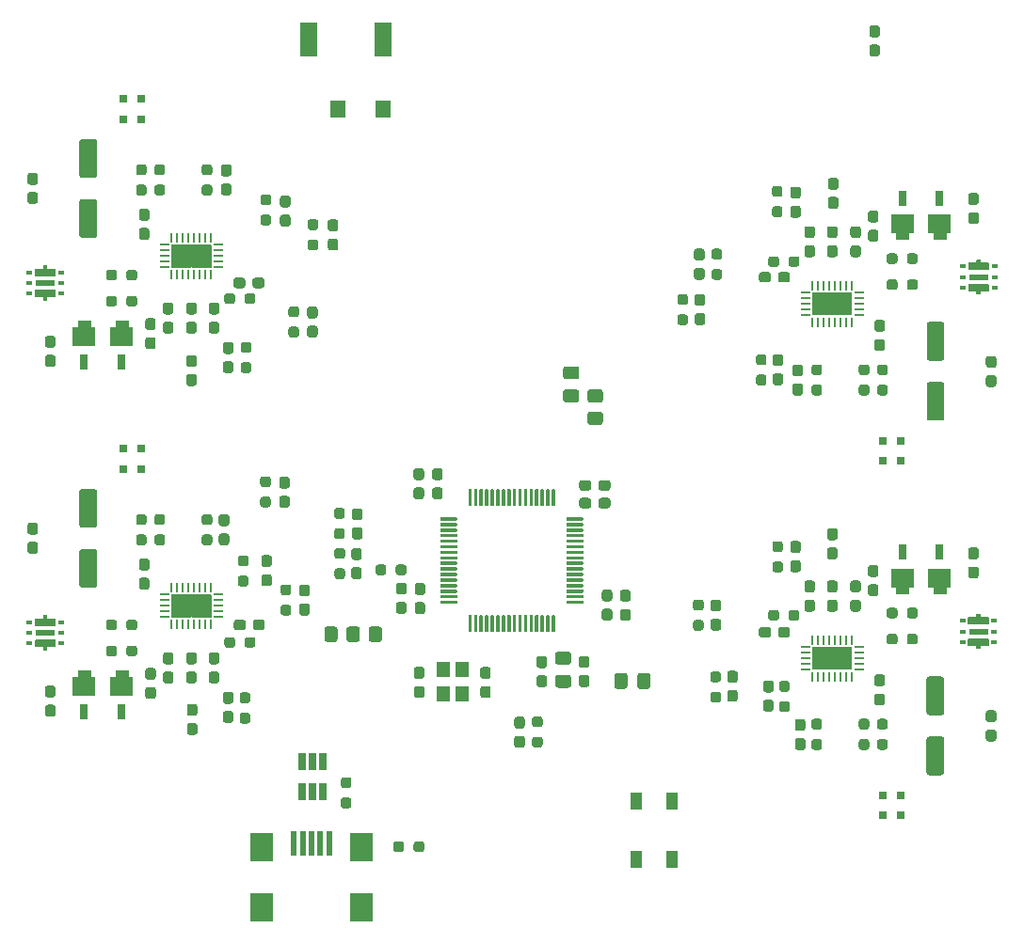
<source format=gbr>
%TF.GenerationSoftware,KiCad,Pcbnew,(5.1.9)-1*%
%TF.CreationDate,2021-03-09T23:57:27+01:00*%
%TF.ProjectId,IO_LINK,494f5f4c-494e-44b2-9e6b-696361645f70,rev?*%
%TF.SameCoordinates,Original*%
%TF.FileFunction,Paste,Top*%
%TF.FilePolarity,Positive*%
%FSLAX46Y46*%
G04 Gerber Fmt 4.6, Leading zero omitted, Abs format (unit mm)*
G04 Created by KiCad (PCBNEW (5.1.9)-1) date 2021-03-09 23:57:27*
%MOMM*%
%LPD*%
G01*
G04 APERTURE LIST*
%ADD10C,0.152400*%
%ADD11C,0.001000*%
%ADD12C,0.100000*%
%ADD13R,0.533400X0.406400*%
%ADD14R,1.701800X0.508000*%
%ADD15R,3.606800X2.108200*%
%ADD16R,0.812800X0.254000*%
%ADD17R,0.254000X0.812800*%
%ADD18R,0.650000X1.560000*%
%ADD19R,0.800000X0.800000*%
%ADD20R,1.540000X3.140000*%
%ADD21R,1.400000X1.640000*%
%ADD22R,0.750000X1.380000*%
%ADD23R,2.100000X1.820000*%
%ADD24R,0.500000X2.250000*%
%ADD25R,2.000000X2.500000*%
%ADD26R,1.000000X1.550000*%
%ADD27R,1.200000X1.400000*%
G04 APERTURE END LIST*
D10*
%TO.C,D18*%
X152819220Y-88755840D02*
X152819220Y-88247840D01*
X151117420Y-88247840D02*
X151117420Y-88755840D01*
X152819220Y-88247840D02*
X152069920Y-88247840D01*
X152069920Y-88247840D02*
X152069920Y-87943040D01*
X152069920Y-87943040D02*
X151866720Y-87943040D01*
X151866720Y-90965640D02*
X151866720Y-90660840D01*
X151866720Y-90660840D02*
X151117420Y-90660840D01*
X151117420Y-90660840D02*
X151117420Y-90152840D01*
X151866720Y-87943040D02*
X151866720Y-88247840D01*
X151117420Y-88755840D02*
X152819220Y-88755840D01*
X152819220Y-90660840D02*
X152069920Y-90660840D01*
X152069920Y-90660840D02*
X152069920Y-90965640D01*
X151117420Y-90152840D02*
X152819220Y-90152840D01*
X152819220Y-90152840D02*
X152819220Y-90660840D01*
X151866720Y-88247840D02*
X151117420Y-88247840D01*
X152069920Y-90965640D02*
X151866720Y-90965640D01*
X151968320Y-88285940D02*
X151968320Y-87981140D01*
X151968320Y-90635440D02*
X151968320Y-90940240D01*
%TO.C,U4*%
X140527220Y-90913240D02*
X138923820Y-90913240D01*
X138923820Y-90913240D02*
X138923820Y-92821440D01*
X138923820Y-92821440D02*
X140527220Y-92821440D01*
X140527220Y-92821440D02*
X140527220Y-90913240D01*
X138723820Y-90913240D02*
X137120420Y-90913240D01*
X137120420Y-90913240D02*
X137120420Y-92821440D01*
X137120420Y-92821440D02*
X138723820Y-92821440D01*
X138723820Y-92821440D02*
X138723820Y-90913240D01*
%TO.C,U2*%
X79466600Y-88534100D02*
X81070000Y-88534100D01*
X81070000Y-88534100D02*
X81070000Y-86625900D01*
X81070000Y-86625900D02*
X79466600Y-86625900D01*
X79466600Y-86625900D02*
X79466600Y-88534100D01*
X81270000Y-88534100D02*
X82873400Y-88534100D01*
X82873400Y-88534100D02*
X82873400Y-86625900D01*
X82873400Y-86625900D02*
X81270000Y-86625900D01*
X81270000Y-86625900D02*
X81270000Y-88534100D01*
%TO.C,D23*%
X151962960Y-122551380D02*
X151962960Y-122856180D01*
X151962960Y-120201880D02*
X151962960Y-119897080D01*
X152064560Y-122881580D02*
X151861360Y-122881580D01*
X151861360Y-120163780D02*
X151112060Y-120163780D01*
X152813860Y-122068780D02*
X152813860Y-122576780D01*
X151112060Y-122068780D02*
X152813860Y-122068780D01*
X152064560Y-122576780D02*
X152064560Y-122881580D01*
X152813860Y-122576780D02*
X152064560Y-122576780D01*
X151112060Y-120671780D02*
X152813860Y-120671780D01*
X151861360Y-119858980D02*
X151861360Y-120163780D01*
X151112060Y-122576780D02*
X151112060Y-122068780D01*
X151861360Y-122576780D02*
X151112060Y-122576780D01*
X151861360Y-122881580D02*
X151861360Y-122576780D01*
X152064560Y-119858980D02*
X151861360Y-119858980D01*
X152064560Y-120163780D02*
X152064560Y-119858980D01*
X152813860Y-120163780D02*
X152064560Y-120163780D01*
X151112060Y-120163780D02*
X151112060Y-120671780D01*
X152813860Y-120671780D02*
X152813860Y-120163780D01*
%TO.C,D13*%
X68029300Y-120308000D02*
X68029300Y-120003200D01*
X68029300Y-122657500D02*
X68029300Y-122962300D01*
X67927700Y-119977800D02*
X68130900Y-119977800D01*
X68130900Y-122695600D02*
X68880200Y-122695600D01*
X67178400Y-120790600D02*
X67178400Y-120282600D01*
X68880200Y-120790600D02*
X67178400Y-120790600D01*
X67927700Y-120282600D02*
X67927700Y-119977800D01*
X67178400Y-120282600D02*
X67927700Y-120282600D01*
X68880200Y-122187600D02*
X67178400Y-122187600D01*
X68130900Y-123000400D02*
X68130900Y-122695600D01*
X68880200Y-120282600D02*
X68880200Y-120790600D01*
X68130900Y-120282600D02*
X68880200Y-120282600D01*
X68130900Y-119977800D02*
X68130900Y-120282600D01*
X67927700Y-123000400D02*
X68130900Y-123000400D01*
X67927700Y-122695600D02*
X67927700Y-123000400D01*
X67178400Y-122695600D02*
X67927700Y-122695600D01*
X68880200Y-122695600D02*
X68880200Y-122187600D01*
X67178400Y-122187600D02*
X67178400Y-122695600D01*
%TO.C,D8*%
X68029300Y-88808000D02*
X68029300Y-88503200D01*
X68029300Y-91157500D02*
X68029300Y-91462300D01*
X67927700Y-88477800D02*
X68130900Y-88477800D01*
X68130900Y-91195600D02*
X68880200Y-91195600D01*
X67178400Y-89290600D02*
X67178400Y-88782600D01*
X68880200Y-89290600D02*
X67178400Y-89290600D01*
X67927700Y-88782600D02*
X67927700Y-88477800D01*
X67178400Y-88782600D02*
X67927700Y-88782600D01*
X68880200Y-90687600D02*
X67178400Y-90687600D01*
X68130900Y-91500400D02*
X68130900Y-91195600D01*
X68880200Y-88782600D02*
X68880200Y-89290600D01*
X68130900Y-88782600D02*
X68880200Y-88782600D01*
X68130900Y-88477800D02*
X68130900Y-88782600D01*
X67927700Y-91500400D02*
X68130900Y-91500400D01*
X67927700Y-91195600D02*
X67927700Y-91500400D01*
X67178400Y-91195600D02*
X67927700Y-91195600D01*
X68880200Y-91195600D02*
X68880200Y-90687600D01*
X67178400Y-90687600D02*
X67178400Y-91195600D01*
D11*
%TO.C,D4*%
G36*
X72071380Y-93888100D02*
G01*
X70969020Y-93888100D01*
X70969020Y-93382640D01*
X72071380Y-93382640D01*
X72071380Y-93888100D01*
G37*
X72071380Y-93888100D02*
X70969020Y-93888100D01*
X70969020Y-93382640D01*
X72071380Y-93382640D01*
X72071380Y-93888100D01*
%TO.C,D5*%
G36*
X75436880Y-93888100D02*
G01*
X74334520Y-93888100D01*
X74334520Y-93382640D01*
X75436880Y-93382640D01*
X75436880Y-93888100D01*
G37*
X75436880Y-93888100D02*
X74334520Y-93888100D01*
X74334520Y-93382640D01*
X75436880Y-93382640D01*
X75436880Y-93888100D01*
%TO.C,D9*%
G36*
X72071380Y-125388100D02*
G01*
X70969020Y-125388100D01*
X70969020Y-124882640D01*
X72071380Y-124882640D01*
X72071380Y-125388100D01*
G37*
X72071380Y-125388100D02*
X70969020Y-125388100D01*
X70969020Y-124882640D01*
X72071380Y-124882640D01*
X72071380Y-125388100D01*
%TO.C,D10*%
G36*
X75436880Y-125388100D02*
G01*
X74334520Y-125388100D01*
X74334520Y-124882640D01*
X75436880Y-124882640D01*
X75436880Y-125388100D01*
G37*
X75436880Y-125388100D02*
X74334520Y-125388100D01*
X74334520Y-124882640D01*
X75436880Y-124882640D01*
X75436880Y-125388100D01*
%TO.C,D14*%
G36*
X147924640Y-85555440D02*
G01*
X149027000Y-85555440D01*
X149027000Y-86060900D01*
X147924640Y-86060900D01*
X147924640Y-85555440D01*
G37*
X147924640Y-85555440D02*
X149027000Y-85555440D01*
X149027000Y-86060900D01*
X147924640Y-86060900D01*
X147924640Y-85555440D01*
%TO.C,D15*%
G36*
X144559140Y-85555440D02*
G01*
X145661500Y-85555440D01*
X145661500Y-86060900D01*
X144559140Y-86060900D01*
X144559140Y-85555440D01*
G37*
X144559140Y-85555440D02*
X145661500Y-85555440D01*
X145661500Y-86060900D01*
X144559140Y-86060900D01*
X144559140Y-85555440D01*
%TO.C,D19*%
G36*
X147919280Y-117471380D02*
G01*
X149021640Y-117471380D01*
X149021640Y-117976840D01*
X147919280Y-117976840D01*
X147919280Y-117471380D01*
G37*
X147919280Y-117471380D02*
X149021640Y-117471380D01*
X149021640Y-117976840D01*
X147919280Y-117976840D01*
X147919280Y-117471380D01*
%TO.C,D20*%
G36*
X144553780Y-117471380D02*
G01*
X145656140Y-117471380D01*
X145656140Y-117976840D01*
X144553780Y-117976840D01*
X144553780Y-117471380D01*
G37*
X144553780Y-117471380D02*
X145656140Y-117471380D01*
X145656140Y-117976840D01*
X144553780Y-117976840D01*
X144553780Y-117471380D01*
D10*
%TO.C,U3*%
X81269300Y-118125000D02*
X81269300Y-120033200D01*
X82872700Y-118125000D02*
X81269300Y-118125000D01*
X82872700Y-120033200D02*
X82872700Y-118125000D01*
X81269300Y-120033200D02*
X82872700Y-120033200D01*
X79465900Y-118125000D02*
X79465900Y-120033200D01*
X81069300Y-118125000D02*
X79465900Y-118125000D01*
X81069300Y-120033200D02*
X81069300Y-118125000D01*
X79465900Y-120033200D02*
X81069300Y-120033200D01*
%TO.C,U5*%
X140521860Y-122829180D02*
X138918460Y-122829180D01*
X138918460Y-122829180D02*
X138918460Y-124737380D01*
X138918460Y-124737380D02*
X140521860Y-124737380D01*
X140521860Y-124737380D02*
X140521860Y-122829180D01*
X138718460Y-122829180D02*
X137115060Y-122829180D01*
X137115060Y-122829180D02*
X137115060Y-124737380D01*
X137115060Y-124737380D02*
X138718460Y-124737380D01*
X138718460Y-124737380D02*
X138718460Y-122829180D01*
%TD*%
D12*
%TO.C,D18*%
G36*
X152070421Y-87866843D02*
G01*
X152070452Y-87866842D01*
X152070482Y-87866844D01*
X152070984Y-87866847D01*
X152074436Y-87867064D01*
X152077885Y-87867257D01*
X152078154Y-87867299D01*
X152078414Y-87867315D01*
X152081776Y-87867859D01*
X152085242Y-87868396D01*
X152085502Y-87868463D01*
X152085763Y-87868505D01*
X152089111Y-87869390D01*
X152092453Y-87870248D01*
X152092701Y-87870338D01*
X152092961Y-87870407D01*
X152096189Y-87871608D01*
X152099449Y-87872794D01*
X152099693Y-87872911D01*
X152099938Y-87873002D01*
X152103051Y-87874520D01*
X152106163Y-87876011D01*
X152106386Y-87876146D01*
X152106630Y-87876265D01*
X152109609Y-87878098D01*
X152112530Y-87879867D01*
X152112743Y-87880026D01*
X152112970Y-87880166D01*
X152115723Y-87882256D01*
X152118492Y-87884327D01*
X152118689Y-87884507D01*
X152118900Y-87884667D01*
X152121442Y-87887021D01*
X152123989Y-87889347D01*
X152124166Y-87889544D01*
X152124363Y-87889726D01*
X152126654Y-87892306D01*
X152128971Y-87894879D01*
X152129130Y-87895095D01*
X152129306Y-87895293D01*
X152131308Y-87898050D01*
X152133389Y-87900872D01*
X152133529Y-87901106D01*
X152133681Y-87901316D01*
X152135392Y-87904232D01*
X152137201Y-87907266D01*
X152137316Y-87907510D01*
X152137449Y-87907737D01*
X152138887Y-87910850D01*
X152140370Y-87914002D01*
X152140460Y-87914255D01*
X152140571Y-87914495D01*
X152141702Y-87917741D01*
X152142868Y-87921016D01*
X152142933Y-87921275D01*
X152143020Y-87921526D01*
X152143821Y-87924839D01*
X152144669Y-87928239D01*
X152144709Y-87928509D01*
X152144770Y-87928762D01*
X152145244Y-87932135D01*
X152145756Y-87935604D01*
X152145769Y-87935871D01*
X152145806Y-87936134D01*
X152145950Y-87939568D01*
X152146120Y-87943040D01*
X152146120Y-88171640D01*
X152819220Y-88171640D01*
X152819721Y-88171643D01*
X152819752Y-88171642D01*
X152819782Y-88171644D01*
X152820284Y-88171647D01*
X152823736Y-88171864D01*
X152827185Y-88172057D01*
X152827454Y-88172099D01*
X152827714Y-88172115D01*
X152831076Y-88172659D01*
X152834542Y-88173196D01*
X152834802Y-88173263D01*
X152835063Y-88173305D01*
X152838411Y-88174190D01*
X152841753Y-88175048D01*
X152842001Y-88175138D01*
X152842261Y-88175207D01*
X152845489Y-88176408D01*
X152848749Y-88177594D01*
X152848993Y-88177711D01*
X152849238Y-88177802D01*
X152852351Y-88179320D01*
X152855463Y-88180811D01*
X152855686Y-88180946D01*
X152855930Y-88181065D01*
X152858909Y-88182898D01*
X152861830Y-88184667D01*
X152862043Y-88184826D01*
X152862270Y-88184966D01*
X152865023Y-88187056D01*
X152867792Y-88189127D01*
X152867989Y-88189307D01*
X152868200Y-88189467D01*
X152870742Y-88191821D01*
X152873289Y-88194147D01*
X152873466Y-88194344D01*
X152873663Y-88194526D01*
X152875954Y-88197106D01*
X152878271Y-88199679D01*
X152878430Y-88199895D01*
X152878606Y-88200093D01*
X152880608Y-88202850D01*
X152882689Y-88205672D01*
X152882829Y-88205906D01*
X152882981Y-88206116D01*
X152884692Y-88209032D01*
X152886501Y-88212066D01*
X152886616Y-88212310D01*
X152886749Y-88212537D01*
X152888187Y-88215650D01*
X152889670Y-88218802D01*
X152889760Y-88219055D01*
X152889871Y-88219295D01*
X152891002Y-88222541D01*
X152892168Y-88225816D01*
X152892233Y-88226075D01*
X152892320Y-88226326D01*
X152893121Y-88229639D01*
X152893969Y-88233039D01*
X152894009Y-88233309D01*
X152894070Y-88233562D01*
X152894544Y-88236935D01*
X152895056Y-88240404D01*
X152895069Y-88240671D01*
X152895106Y-88240934D01*
X152895250Y-88244368D01*
X152895420Y-88247840D01*
X152895420Y-88755840D01*
X152895417Y-88756341D01*
X152895418Y-88756372D01*
X152895416Y-88756402D01*
X152895413Y-88756904D01*
X152895196Y-88760356D01*
X152895003Y-88763805D01*
X152894961Y-88764074D01*
X152894945Y-88764334D01*
X152894401Y-88767696D01*
X152893864Y-88771162D01*
X152893797Y-88771422D01*
X152893755Y-88771683D01*
X152892870Y-88775031D01*
X152892012Y-88778373D01*
X152891922Y-88778621D01*
X152891853Y-88778881D01*
X152890652Y-88782109D01*
X152889466Y-88785369D01*
X152889349Y-88785613D01*
X152889258Y-88785858D01*
X152887740Y-88788971D01*
X152886249Y-88792083D01*
X152886114Y-88792306D01*
X152885995Y-88792550D01*
X152884162Y-88795529D01*
X152882393Y-88798450D01*
X152882234Y-88798663D01*
X152882094Y-88798890D01*
X152880004Y-88801643D01*
X152877933Y-88804412D01*
X152877753Y-88804609D01*
X152877593Y-88804820D01*
X152875239Y-88807362D01*
X152872913Y-88809909D01*
X152872716Y-88810086D01*
X152872534Y-88810283D01*
X152869954Y-88812574D01*
X152867381Y-88814891D01*
X152867165Y-88815050D01*
X152866967Y-88815226D01*
X152864210Y-88817228D01*
X152861388Y-88819309D01*
X152861154Y-88819449D01*
X152860944Y-88819601D01*
X152858028Y-88821312D01*
X152854994Y-88823121D01*
X152854750Y-88823236D01*
X152854523Y-88823369D01*
X152851410Y-88824807D01*
X152848258Y-88826290D01*
X152848005Y-88826380D01*
X152847765Y-88826491D01*
X152844519Y-88827622D01*
X152841244Y-88828788D01*
X152840985Y-88828853D01*
X152840734Y-88828940D01*
X152837421Y-88829741D01*
X152834021Y-88830589D01*
X152833751Y-88830629D01*
X152833498Y-88830690D01*
X152830125Y-88831164D01*
X152826656Y-88831676D01*
X152826389Y-88831689D01*
X152826126Y-88831726D01*
X152822692Y-88831870D01*
X152819220Y-88832040D01*
X151117420Y-88832040D01*
X151116919Y-88832037D01*
X151116888Y-88832038D01*
X151116858Y-88832036D01*
X151116356Y-88832033D01*
X151112904Y-88831816D01*
X151109455Y-88831623D01*
X151109186Y-88831581D01*
X151108926Y-88831565D01*
X151105564Y-88831021D01*
X151102098Y-88830484D01*
X151101838Y-88830417D01*
X151101577Y-88830375D01*
X151098229Y-88829490D01*
X151094887Y-88828632D01*
X151094639Y-88828542D01*
X151094379Y-88828473D01*
X151091151Y-88827272D01*
X151087891Y-88826086D01*
X151087647Y-88825969D01*
X151087402Y-88825878D01*
X151084289Y-88824360D01*
X151081177Y-88822869D01*
X151080954Y-88822734D01*
X151080710Y-88822615D01*
X151077731Y-88820782D01*
X151074810Y-88819013D01*
X151074597Y-88818854D01*
X151074370Y-88818714D01*
X151071617Y-88816624D01*
X151068848Y-88814553D01*
X151068651Y-88814373D01*
X151068440Y-88814213D01*
X151065898Y-88811859D01*
X151063351Y-88809533D01*
X151063174Y-88809336D01*
X151062977Y-88809154D01*
X151060686Y-88806574D01*
X151058369Y-88804001D01*
X151058210Y-88803785D01*
X151058034Y-88803587D01*
X151056032Y-88800830D01*
X151053951Y-88798008D01*
X151053811Y-88797774D01*
X151053659Y-88797564D01*
X151051948Y-88794648D01*
X151050139Y-88791614D01*
X151050024Y-88791370D01*
X151049891Y-88791143D01*
X151048453Y-88788030D01*
X151046970Y-88784878D01*
X151046880Y-88784625D01*
X151046769Y-88784385D01*
X151045638Y-88781139D01*
X151044472Y-88777864D01*
X151044407Y-88777605D01*
X151044320Y-88777354D01*
X151043519Y-88774041D01*
X151042671Y-88770641D01*
X151042631Y-88770371D01*
X151042570Y-88770118D01*
X151042096Y-88766745D01*
X151041584Y-88763276D01*
X151041571Y-88763009D01*
X151041534Y-88762746D01*
X151041390Y-88759312D01*
X151041220Y-88755840D01*
X151041220Y-88247840D01*
X151041223Y-88247339D01*
X151041222Y-88247308D01*
X151041224Y-88247278D01*
X151041227Y-88246776D01*
X151041444Y-88243324D01*
X151041637Y-88239875D01*
X151041679Y-88239606D01*
X151041695Y-88239346D01*
X151042239Y-88235984D01*
X151042776Y-88232518D01*
X151042843Y-88232258D01*
X151042885Y-88231997D01*
X151043770Y-88228649D01*
X151044628Y-88225307D01*
X151044718Y-88225059D01*
X151044787Y-88224799D01*
X151045988Y-88221571D01*
X151047174Y-88218311D01*
X151047291Y-88218067D01*
X151047382Y-88217822D01*
X151048900Y-88214709D01*
X151050391Y-88211597D01*
X151050526Y-88211374D01*
X151050645Y-88211130D01*
X151052478Y-88208151D01*
X151054247Y-88205230D01*
X151054406Y-88205017D01*
X151054546Y-88204790D01*
X151056636Y-88202037D01*
X151058707Y-88199268D01*
X151058887Y-88199071D01*
X151059047Y-88198860D01*
X151061401Y-88196318D01*
X151063727Y-88193771D01*
X151063924Y-88193594D01*
X151064106Y-88193397D01*
X151066686Y-88191106D01*
X151069259Y-88188789D01*
X151069475Y-88188630D01*
X151069673Y-88188454D01*
X151072430Y-88186452D01*
X151075252Y-88184371D01*
X151075486Y-88184231D01*
X151075696Y-88184079D01*
X151078612Y-88182368D01*
X151081646Y-88180559D01*
X151081890Y-88180444D01*
X151082117Y-88180311D01*
X151085230Y-88178873D01*
X151088382Y-88177390D01*
X151088635Y-88177300D01*
X151088875Y-88177189D01*
X151092121Y-88176058D01*
X151095396Y-88174892D01*
X151095655Y-88174827D01*
X151095906Y-88174740D01*
X151099219Y-88173939D01*
X151102619Y-88173091D01*
X151102889Y-88173051D01*
X151103142Y-88172990D01*
X151106515Y-88172516D01*
X151109984Y-88172004D01*
X151110251Y-88171991D01*
X151110514Y-88171954D01*
X151113948Y-88171810D01*
X151117420Y-88171640D01*
X151790520Y-88171640D01*
X151790520Y-87943040D01*
X151790523Y-87942539D01*
X151790522Y-87942508D01*
X151790524Y-87942478D01*
X151790527Y-87941976D01*
X151790744Y-87938524D01*
X151790937Y-87935075D01*
X151790979Y-87934806D01*
X151790995Y-87934546D01*
X151791539Y-87931184D01*
X151792076Y-87927718D01*
X151792143Y-87927458D01*
X151792185Y-87927197D01*
X151793070Y-87923849D01*
X151793928Y-87920507D01*
X151794018Y-87920259D01*
X151794087Y-87919999D01*
X151795288Y-87916771D01*
X151796474Y-87913511D01*
X151796591Y-87913267D01*
X151796682Y-87913022D01*
X151798200Y-87909909D01*
X151799691Y-87906797D01*
X151799826Y-87906574D01*
X151799945Y-87906330D01*
X151801778Y-87903351D01*
X151803547Y-87900430D01*
X151803706Y-87900217D01*
X151803846Y-87899990D01*
X151805936Y-87897237D01*
X151808007Y-87894468D01*
X151808187Y-87894271D01*
X151808347Y-87894060D01*
X151810701Y-87891518D01*
X151813027Y-87888971D01*
X151813224Y-87888794D01*
X151813406Y-87888597D01*
X151815986Y-87886306D01*
X151818559Y-87883989D01*
X151818775Y-87883830D01*
X151818973Y-87883654D01*
X151821730Y-87881652D01*
X151824552Y-87879571D01*
X151824786Y-87879431D01*
X151824996Y-87879279D01*
X151827912Y-87877568D01*
X151830946Y-87875759D01*
X151831190Y-87875644D01*
X151831417Y-87875511D01*
X151834530Y-87874073D01*
X151837682Y-87872590D01*
X151837935Y-87872500D01*
X151838175Y-87872389D01*
X151841421Y-87871258D01*
X151844696Y-87870092D01*
X151844955Y-87870027D01*
X151845206Y-87869940D01*
X151848519Y-87869139D01*
X151851919Y-87868291D01*
X151852189Y-87868251D01*
X151852442Y-87868190D01*
X151855815Y-87867716D01*
X151859284Y-87867204D01*
X151859551Y-87867191D01*
X151859814Y-87867154D01*
X151863248Y-87867010D01*
X151866720Y-87866840D01*
X152069920Y-87866840D01*
X152070421Y-87866843D01*
G37*
G36*
X152819721Y-90076643D02*
G01*
X152819752Y-90076642D01*
X152819782Y-90076644D01*
X152820284Y-90076647D01*
X152823736Y-90076864D01*
X152827185Y-90077057D01*
X152827454Y-90077099D01*
X152827714Y-90077115D01*
X152831076Y-90077659D01*
X152834542Y-90078196D01*
X152834802Y-90078263D01*
X152835063Y-90078305D01*
X152838411Y-90079190D01*
X152841753Y-90080048D01*
X152842001Y-90080138D01*
X152842261Y-90080207D01*
X152845489Y-90081408D01*
X152848749Y-90082594D01*
X152848993Y-90082711D01*
X152849238Y-90082802D01*
X152852351Y-90084320D01*
X152855463Y-90085811D01*
X152855686Y-90085946D01*
X152855930Y-90086065D01*
X152858909Y-90087898D01*
X152861830Y-90089667D01*
X152862043Y-90089826D01*
X152862270Y-90089966D01*
X152865023Y-90092056D01*
X152867792Y-90094127D01*
X152867989Y-90094307D01*
X152868200Y-90094467D01*
X152870742Y-90096821D01*
X152873289Y-90099147D01*
X152873466Y-90099344D01*
X152873663Y-90099526D01*
X152875954Y-90102106D01*
X152878271Y-90104679D01*
X152878430Y-90104895D01*
X152878606Y-90105093D01*
X152880608Y-90107850D01*
X152882689Y-90110672D01*
X152882829Y-90110906D01*
X152882981Y-90111116D01*
X152884692Y-90114032D01*
X152886501Y-90117066D01*
X152886616Y-90117310D01*
X152886749Y-90117537D01*
X152888187Y-90120650D01*
X152889670Y-90123802D01*
X152889760Y-90124055D01*
X152889871Y-90124295D01*
X152891002Y-90127541D01*
X152892168Y-90130816D01*
X152892233Y-90131075D01*
X152892320Y-90131326D01*
X152893121Y-90134639D01*
X152893969Y-90138039D01*
X152894009Y-90138309D01*
X152894070Y-90138562D01*
X152894544Y-90141935D01*
X152895056Y-90145404D01*
X152895069Y-90145671D01*
X152895106Y-90145934D01*
X152895250Y-90149368D01*
X152895420Y-90152840D01*
X152895420Y-90660840D01*
X152895417Y-90661341D01*
X152895418Y-90661372D01*
X152895416Y-90661402D01*
X152895413Y-90661904D01*
X152895196Y-90665356D01*
X152895003Y-90668805D01*
X152894961Y-90669074D01*
X152894945Y-90669334D01*
X152894401Y-90672696D01*
X152893864Y-90676162D01*
X152893797Y-90676422D01*
X152893755Y-90676683D01*
X152892870Y-90680031D01*
X152892012Y-90683373D01*
X152891922Y-90683621D01*
X152891853Y-90683881D01*
X152890652Y-90687109D01*
X152889466Y-90690369D01*
X152889349Y-90690613D01*
X152889258Y-90690858D01*
X152887740Y-90693971D01*
X152886249Y-90697083D01*
X152886114Y-90697306D01*
X152885995Y-90697550D01*
X152884162Y-90700529D01*
X152882393Y-90703450D01*
X152882234Y-90703663D01*
X152882094Y-90703890D01*
X152880004Y-90706643D01*
X152877933Y-90709412D01*
X152877753Y-90709609D01*
X152877593Y-90709820D01*
X152875239Y-90712362D01*
X152872913Y-90714909D01*
X152872716Y-90715086D01*
X152872534Y-90715283D01*
X152869954Y-90717574D01*
X152867381Y-90719891D01*
X152867165Y-90720050D01*
X152866967Y-90720226D01*
X152864210Y-90722228D01*
X152861388Y-90724309D01*
X152861154Y-90724449D01*
X152860944Y-90724601D01*
X152858028Y-90726312D01*
X152854994Y-90728121D01*
X152854750Y-90728236D01*
X152854523Y-90728369D01*
X152851410Y-90729807D01*
X152848258Y-90731290D01*
X152848005Y-90731380D01*
X152847765Y-90731491D01*
X152844519Y-90732622D01*
X152841244Y-90733788D01*
X152840985Y-90733853D01*
X152840734Y-90733940D01*
X152837421Y-90734741D01*
X152834021Y-90735589D01*
X152833751Y-90735629D01*
X152833498Y-90735690D01*
X152830125Y-90736164D01*
X152826656Y-90736676D01*
X152826389Y-90736689D01*
X152826126Y-90736726D01*
X152822692Y-90736870D01*
X152819220Y-90737040D01*
X152146120Y-90737040D01*
X152146120Y-90965640D01*
X152146117Y-90966141D01*
X152146118Y-90966172D01*
X152146116Y-90966202D01*
X152146113Y-90966704D01*
X152145896Y-90970156D01*
X152145703Y-90973605D01*
X152145661Y-90973874D01*
X152145645Y-90974134D01*
X152145101Y-90977496D01*
X152144564Y-90980962D01*
X152144497Y-90981222D01*
X152144455Y-90981483D01*
X152143570Y-90984831D01*
X152142712Y-90988173D01*
X152142622Y-90988421D01*
X152142553Y-90988681D01*
X152141352Y-90991909D01*
X152140166Y-90995169D01*
X152140049Y-90995413D01*
X152139958Y-90995658D01*
X152138440Y-90998771D01*
X152136949Y-91001883D01*
X152136814Y-91002106D01*
X152136695Y-91002350D01*
X152134862Y-91005329D01*
X152133093Y-91008250D01*
X152132934Y-91008463D01*
X152132794Y-91008690D01*
X152130704Y-91011443D01*
X152128633Y-91014212D01*
X152128453Y-91014409D01*
X152128293Y-91014620D01*
X152125939Y-91017162D01*
X152123613Y-91019709D01*
X152123416Y-91019886D01*
X152123234Y-91020083D01*
X152120654Y-91022374D01*
X152118081Y-91024691D01*
X152117865Y-91024850D01*
X152117667Y-91025026D01*
X152114910Y-91027028D01*
X152112088Y-91029109D01*
X152111854Y-91029249D01*
X152111644Y-91029401D01*
X152108728Y-91031112D01*
X152105694Y-91032921D01*
X152105450Y-91033036D01*
X152105223Y-91033169D01*
X152102110Y-91034607D01*
X152098958Y-91036090D01*
X152098705Y-91036180D01*
X152098465Y-91036291D01*
X152095219Y-91037422D01*
X152091944Y-91038588D01*
X152091685Y-91038653D01*
X152091434Y-91038740D01*
X152088121Y-91039541D01*
X152084721Y-91040389D01*
X152084451Y-91040429D01*
X152084198Y-91040490D01*
X152080825Y-91040964D01*
X152077356Y-91041476D01*
X152077089Y-91041489D01*
X152076826Y-91041526D01*
X152073392Y-91041670D01*
X152069920Y-91041840D01*
X151866720Y-91041840D01*
X151866219Y-91041837D01*
X151866188Y-91041838D01*
X151866158Y-91041836D01*
X151865656Y-91041833D01*
X151862204Y-91041616D01*
X151858755Y-91041423D01*
X151858486Y-91041381D01*
X151858226Y-91041365D01*
X151854864Y-91040821D01*
X151851398Y-91040284D01*
X151851138Y-91040217D01*
X151850877Y-91040175D01*
X151847529Y-91039290D01*
X151844187Y-91038432D01*
X151843939Y-91038342D01*
X151843679Y-91038273D01*
X151840451Y-91037072D01*
X151837191Y-91035886D01*
X151836947Y-91035769D01*
X151836702Y-91035678D01*
X151833589Y-91034160D01*
X151830477Y-91032669D01*
X151830254Y-91032534D01*
X151830010Y-91032415D01*
X151827031Y-91030582D01*
X151824110Y-91028813D01*
X151823897Y-91028654D01*
X151823670Y-91028514D01*
X151820917Y-91026424D01*
X151818148Y-91024353D01*
X151817951Y-91024173D01*
X151817740Y-91024013D01*
X151815198Y-91021659D01*
X151812651Y-91019333D01*
X151812474Y-91019136D01*
X151812277Y-91018954D01*
X151809986Y-91016374D01*
X151807669Y-91013801D01*
X151807510Y-91013585D01*
X151807334Y-91013387D01*
X151805332Y-91010630D01*
X151803251Y-91007808D01*
X151803111Y-91007574D01*
X151802959Y-91007364D01*
X151801248Y-91004448D01*
X151799439Y-91001414D01*
X151799324Y-91001170D01*
X151799191Y-91000943D01*
X151797753Y-90997830D01*
X151796270Y-90994678D01*
X151796180Y-90994425D01*
X151796069Y-90994185D01*
X151794938Y-90990939D01*
X151793772Y-90987664D01*
X151793707Y-90987405D01*
X151793620Y-90987154D01*
X151792819Y-90983841D01*
X151791971Y-90980441D01*
X151791931Y-90980171D01*
X151791870Y-90979918D01*
X151791396Y-90976545D01*
X151790884Y-90973076D01*
X151790871Y-90972809D01*
X151790834Y-90972546D01*
X151790690Y-90969112D01*
X151790520Y-90965640D01*
X151790520Y-90737040D01*
X151117420Y-90737040D01*
X151116919Y-90737037D01*
X151116888Y-90737038D01*
X151116858Y-90737036D01*
X151116356Y-90737033D01*
X151112904Y-90736816D01*
X151109455Y-90736623D01*
X151109186Y-90736581D01*
X151108926Y-90736565D01*
X151105564Y-90736021D01*
X151102098Y-90735484D01*
X151101838Y-90735417D01*
X151101577Y-90735375D01*
X151098229Y-90734490D01*
X151094887Y-90733632D01*
X151094639Y-90733542D01*
X151094379Y-90733473D01*
X151091151Y-90732272D01*
X151087891Y-90731086D01*
X151087647Y-90730969D01*
X151087402Y-90730878D01*
X151084289Y-90729360D01*
X151081177Y-90727869D01*
X151080954Y-90727734D01*
X151080710Y-90727615D01*
X151077731Y-90725782D01*
X151074810Y-90724013D01*
X151074597Y-90723854D01*
X151074370Y-90723714D01*
X151071617Y-90721624D01*
X151068848Y-90719553D01*
X151068651Y-90719373D01*
X151068440Y-90719213D01*
X151065898Y-90716859D01*
X151063351Y-90714533D01*
X151063174Y-90714336D01*
X151062977Y-90714154D01*
X151060686Y-90711574D01*
X151058369Y-90709001D01*
X151058210Y-90708785D01*
X151058034Y-90708587D01*
X151056032Y-90705830D01*
X151053951Y-90703008D01*
X151053811Y-90702774D01*
X151053659Y-90702564D01*
X151051948Y-90699648D01*
X151050139Y-90696614D01*
X151050024Y-90696370D01*
X151049891Y-90696143D01*
X151048453Y-90693030D01*
X151046970Y-90689878D01*
X151046880Y-90689625D01*
X151046769Y-90689385D01*
X151045638Y-90686139D01*
X151044472Y-90682864D01*
X151044407Y-90682605D01*
X151044320Y-90682354D01*
X151043519Y-90679041D01*
X151042671Y-90675641D01*
X151042631Y-90675371D01*
X151042570Y-90675118D01*
X151042096Y-90671745D01*
X151041584Y-90668276D01*
X151041571Y-90668009D01*
X151041534Y-90667746D01*
X151041390Y-90664312D01*
X151041220Y-90660840D01*
X151041220Y-90152840D01*
X151041223Y-90152339D01*
X151041222Y-90152308D01*
X151041224Y-90152278D01*
X151041227Y-90151776D01*
X151041444Y-90148324D01*
X151041637Y-90144875D01*
X151041679Y-90144606D01*
X151041695Y-90144346D01*
X151042239Y-90140984D01*
X151042776Y-90137518D01*
X151042843Y-90137258D01*
X151042885Y-90136997D01*
X151043770Y-90133649D01*
X151044628Y-90130307D01*
X151044718Y-90130059D01*
X151044787Y-90129799D01*
X151045988Y-90126571D01*
X151047174Y-90123311D01*
X151047291Y-90123067D01*
X151047382Y-90122822D01*
X151048900Y-90119709D01*
X151050391Y-90116597D01*
X151050526Y-90116374D01*
X151050645Y-90116130D01*
X151052478Y-90113151D01*
X151054247Y-90110230D01*
X151054406Y-90110017D01*
X151054546Y-90109790D01*
X151056636Y-90107037D01*
X151058707Y-90104268D01*
X151058887Y-90104071D01*
X151059047Y-90103860D01*
X151061401Y-90101318D01*
X151063727Y-90098771D01*
X151063924Y-90098594D01*
X151064106Y-90098397D01*
X151066686Y-90096106D01*
X151069259Y-90093789D01*
X151069475Y-90093630D01*
X151069673Y-90093454D01*
X151072430Y-90091452D01*
X151075252Y-90089371D01*
X151075486Y-90089231D01*
X151075696Y-90089079D01*
X151078612Y-90087368D01*
X151081646Y-90085559D01*
X151081890Y-90085444D01*
X151082117Y-90085311D01*
X151085230Y-90083873D01*
X151088382Y-90082390D01*
X151088635Y-90082300D01*
X151088875Y-90082189D01*
X151092121Y-90081058D01*
X151095396Y-90079892D01*
X151095655Y-90079827D01*
X151095906Y-90079740D01*
X151099219Y-90078939D01*
X151102619Y-90078091D01*
X151102889Y-90078051D01*
X151103142Y-90077990D01*
X151106515Y-90077516D01*
X151109984Y-90077004D01*
X151110251Y-90076991D01*
X151110514Y-90076954D01*
X151113948Y-90076810D01*
X151117420Y-90076640D01*
X152819220Y-90076640D01*
X152819721Y-90076643D01*
G37*
D13*
X153403420Y-88501840D03*
X150533220Y-90406840D03*
D14*
X151968320Y-89454340D03*
D13*
X150533220Y-88501840D03*
X153403420Y-90406840D03*
X153403420Y-89454340D03*
X150533220Y-89454340D03*
%TD*%
D15*
%TO.C,U4*%
X138823820Y-91867340D03*
D16*
X141224120Y-90851340D03*
X141224120Y-91359340D03*
X141224120Y-91867340D03*
X141224120Y-92375340D03*
X141224120Y-92883340D03*
D17*
X140601820Y-93518340D03*
X140093820Y-93518340D03*
X139585820Y-93518340D03*
X139077820Y-93518340D03*
X138569820Y-93518340D03*
X138061820Y-93518340D03*
X137553820Y-93518340D03*
X137045820Y-93518340D03*
D16*
X136423520Y-92883340D03*
X136423520Y-92375340D03*
X136423520Y-91867340D03*
X136423520Y-91359340D03*
X136423520Y-90851340D03*
D17*
X137045820Y-90216340D03*
X137553820Y-90216340D03*
X138061820Y-90216340D03*
X138569820Y-90216340D03*
X139077820Y-90216340D03*
X139585820Y-90216340D03*
X140093820Y-90216340D03*
X140601820Y-90216340D03*
%TD*%
D15*
%TO.C,U2*%
X81170000Y-87580000D03*
D16*
X78769700Y-88596000D03*
X78769700Y-88088000D03*
X78769700Y-87580000D03*
X78769700Y-87072000D03*
X78769700Y-86564000D03*
D17*
X79392000Y-85929000D03*
X79900000Y-85929000D03*
X80408000Y-85929000D03*
X80916000Y-85929000D03*
X81424000Y-85929000D03*
X81932000Y-85929000D03*
X82440000Y-85929000D03*
X82948000Y-85929000D03*
D16*
X83570300Y-86564000D03*
X83570300Y-87072000D03*
X83570300Y-87580000D03*
X83570300Y-88088000D03*
X83570300Y-88596000D03*
D17*
X82948000Y-89231000D03*
X82440000Y-89231000D03*
X81932000Y-89231000D03*
X81424000Y-89231000D03*
X80916000Y-89231000D03*
X80408000Y-89231000D03*
X79900000Y-89231000D03*
X79392000Y-89231000D03*
%TD*%
%TO.C,L2*%
G36*
G01*
X100304300Y-140521600D02*
X100304300Y-140996600D01*
G75*
G02*
X100066800Y-141234100I-237500J0D01*
G01*
X99566800Y-141234100D01*
G75*
G02*
X99329300Y-140996600I0J237500D01*
G01*
X99329300Y-140521600D01*
G75*
G02*
X99566800Y-140284100I237500J0D01*
G01*
X100066800Y-140284100D01*
G75*
G02*
X100304300Y-140521600I0J-237500D01*
G01*
G37*
G36*
G01*
X102129300Y-140521600D02*
X102129300Y-140996600D01*
G75*
G02*
X101891800Y-141234100I-237500J0D01*
G01*
X101391800Y-141234100D01*
G75*
G02*
X101154300Y-140996600I0J237500D01*
G01*
X101154300Y-140521600D01*
G75*
G02*
X101391800Y-140284100I237500J0D01*
G01*
X101891800Y-140284100D01*
G75*
G02*
X102129300Y-140521600I0J-237500D01*
G01*
G37*
%TD*%
D18*
%TO.C,D3*%
X92050100Y-133135900D03*
X91100100Y-133135900D03*
X93000100Y-133135900D03*
X93000100Y-135835900D03*
X92050100Y-135835900D03*
X91100100Y-135835900D03*
%TD*%
%TO.C,C42*%
G36*
G01*
X82966700Y-123264200D02*
X83441700Y-123264200D01*
G75*
G02*
X83679200Y-123501700I0J-237500D01*
G01*
X83679200Y-124101700D01*
G75*
G02*
X83441700Y-124339200I-237500J0D01*
G01*
X82966700Y-124339200D01*
G75*
G02*
X82729200Y-124101700I0J237500D01*
G01*
X82729200Y-123501700D01*
G75*
G02*
X82966700Y-123264200I237500J0D01*
G01*
G37*
G36*
G01*
X82966700Y-124989200D02*
X83441700Y-124989200D01*
G75*
G02*
X83679200Y-125226700I0J-237500D01*
G01*
X83679200Y-125826700D01*
G75*
G02*
X83441700Y-126064200I-237500J0D01*
G01*
X82966700Y-126064200D01*
G75*
G02*
X82729200Y-125826700I0J237500D01*
G01*
X82729200Y-125226700D01*
G75*
G02*
X82966700Y-124989200I237500J0D01*
G01*
G37*
%TD*%
%TO.C,C78*%
G36*
G01*
X151755960Y-114885780D02*
X151280960Y-114885780D01*
G75*
G02*
X151043460Y-114648280I0J237500D01*
G01*
X151043460Y-114048280D01*
G75*
G02*
X151280960Y-113810780I237500J0D01*
G01*
X151755960Y-113810780D01*
G75*
G02*
X151993460Y-114048280I0J-237500D01*
G01*
X151993460Y-114648280D01*
G75*
G02*
X151755960Y-114885780I-237500J0D01*
G01*
G37*
G36*
G01*
X151755960Y-116610780D02*
X151280960Y-116610780D01*
G75*
G02*
X151043460Y-116373280I0J237500D01*
G01*
X151043460Y-115773280D01*
G75*
G02*
X151280960Y-115535780I237500J0D01*
G01*
X151755960Y-115535780D01*
G75*
G02*
X151993460Y-115773280I0J-237500D01*
G01*
X151993460Y-116373280D01*
G75*
G02*
X151755960Y-116610780I-237500J0D01*
G01*
G37*
%TD*%
%TO.C,C77*%
G36*
G01*
X151761320Y-82969840D02*
X151286320Y-82969840D01*
G75*
G02*
X151048820Y-82732340I0J237500D01*
G01*
X151048820Y-82132340D01*
G75*
G02*
X151286320Y-81894840I237500J0D01*
G01*
X151761320Y-81894840D01*
G75*
G02*
X151998820Y-82132340I0J-237500D01*
G01*
X151998820Y-82732340D01*
G75*
G02*
X151761320Y-82969840I-237500J0D01*
G01*
G37*
G36*
G01*
X151761320Y-84694840D02*
X151286320Y-84694840D01*
G75*
G02*
X151048820Y-84457340I0J237500D01*
G01*
X151048820Y-83857340D01*
G75*
G02*
X151286320Y-83619840I237500J0D01*
G01*
X151761320Y-83619840D01*
G75*
G02*
X151998820Y-83857340I0J-237500D01*
G01*
X151998820Y-84457340D01*
G75*
G02*
X151761320Y-84694840I-237500J0D01*
G01*
G37*
%TD*%
%TO.C,C76*%
G36*
G01*
X68234700Y-127973700D02*
X68709700Y-127973700D01*
G75*
G02*
X68947200Y-128211200I0J-237500D01*
G01*
X68947200Y-128811200D01*
G75*
G02*
X68709700Y-129048700I-237500J0D01*
G01*
X68234700Y-129048700D01*
G75*
G02*
X67997200Y-128811200I0J237500D01*
G01*
X67997200Y-128211200D01*
G75*
G02*
X68234700Y-127973700I237500J0D01*
G01*
G37*
G36*
G01*
X68234700Y-126248700D02*
X68709700Y-126248700D01*
G75*
G02*
X68947200Y-126486200I0J-237500D01*
G01*
X68947200Y-127086200D01*
G75*
G02*
X68709700Y-127323700I-237500J0D01*
G01*
X68234700Y-127323700D01*
G75*
G02*
X67997200Y-127086200I0J237500D01*
G01*
X67997200Y-126486200D01*
G75*
G02*
X68234700Y-126248700I237500J0D01*
G01*
G37*
%TD*%
%TO.C,C75*%
G36*
G01*
X68234700Y-96473700D02*
X68709700Y-96473700D01*
G75*
G02*
X68947200Y-96711200I0J-237500D01*
G01*
X68947200Y-97311200D01*
G75*
G02*
X68709700Y-97548700I-237500J0D01*
G01*
X68234700Y-97548700D01*
G75*
G02*
X67997200Y-97311200I0J237500D01*
G01*
X67997200Y-96711200D01*
G75*
G02*
X68234700Y-96473700I237500J0D01*
G01*
G37*
G36*
G01*
X68234700Y-94748700D02*
X68709700Y-94748700D01*
G75*
G02*
X68947200Y-94986200I0J-237500D01*
G01*
X68947200Y-95586200D01*
G75*
G02*
X68709700Y-95823700I-237500J0D01*
G01*
X68234700Y-95823700D01*
G75*
G02*
X67997200Y-95586200I0J237500D01*
G01*
X67997200Y-94986200D01*
G75*
G02*
X68234700Y-94748700I237500J0D01*
G01*
G37*
%TD*%
%TO.C,R41*%
G36*
G01*
X141913460Y-132041280D02*
X141438460Y-132041280D01*
G75*
G02*
X141200960Y-131803780I0J237500D01*
G01*
X141200960Y-131303780D01*
G75*
G02*
X141438460Y-131066280I237500J0D01*
G01*
X141913460Y-131066280D01*
G75*
G02*
X142150960Y-131303780I0J-237500D01*
G01*
X142150960Y-131803780D01*
G75*
G02*
X141913460Y-132041280I-237500J0D01*
G01*
G37*
G36*
G01*
X141913460Y-130216280D02*
X141438460Y-130216280D01*
G75*
G02*
X141200960Y-129978780I0J237500D01*
G01*
X141200960Y-129478780D01*
G75*
G02*
X141438460Y-129241280I237500J0D01*
G01*
X141913460Y-129241280D01*
G75*
G02*
X142150960Y-129478780I0J-237500D01*
G01*
X142150960Y-129978780D01*
G75*
G02*
X141913460Y-130216280I-237500J0D01*
G01*
G37*
%TD*%
%TO.C,R42*%
G36*
G01*
X143564460Y-130216280D02*
X143089460Y-130216280D01*
G75*
G02*
X142851960Y-129978780I0J237500D01*
G01*
X142851960Y-129478780D01*
G75*
G02*
X143089460Y-129241280I237500J0D01*
G01*
X143564460Y-129241280D01*
G75*
G02*
X143801960Y-129478780I0J-237500D01*
G01*
X143801960Y-129978780D01*
G75*
G02*
X143564460Y-130216280I-237500J0D01*
G01*
G37*
G36*
G01*
X143564460Y-132041280D02*
X143089460Y-132041280D01*
G75*
G02*
X142851960Y-131803780I0J237500D01*
G01*
X142851960Y-131303780D01*
G75*
G02*
X143089460Y-131066280I237500J0D01*
G01*
X143564460Y-131066280D01*
G75*
G02*
X143801960Y-131303780I0J-237500D01*
G01*
X143801960Y-131803780D01*
G75*
G02*
X143564460Y-132041280I-237500J0D01*
G01*
G37*
%TD*%
D19*
%TO.C,D22*%
X143352460Y-136102280D03*
X144952460Y-136102280D03*
%TD*%
%TO.C,D21*%
X144952460Y-137943780D03*
X143352460Y-137943780D03*
%TD*%
D12*
%TO.C,D23*%
G36*
X152065061Y-119782783D02*
G01*
X152065092Y-119782782D01*
X152065122Y-119782784D01*
X152065624Y-119782787D01*
X152069076Y-119783004D01*
X152072525Y-119783197D01*
X152072794Y-119783239D01*
X152073054Y-119783255D01*
X152076416Y-119783799D01*
X152079882Y-119784336D01*
X152080142Y-119784403D01*
X152080403Y-119784445D01*
X152083751Y-119785330D01*
X152087093Y-119786188D01*
X152087341Y-119786278D01*
X152087601Y-119786347D01*
X152090829Y-119787548D01*
X152094089Y-119788734D01*
X152094333Y-119788851D01*
X152094578Y-119788942D01*
X152097691Y-119790460D01*
X152100803Y-119791951D01*
X152101026Y-119792086D01*
X152101270Y-119792205D01*
X152104249Y-119794038D01*
X152107170Y-119795807D01*
X152107383Y-119795966D01*
X152107610Y-119796106D01*
X152110363Y-119798196D01*
X152113132Y-119800267D01*
X152113329Y-119800447D01*
X152113540Y-119800607D01*
X152116082Y-119802961D01*
X152118629Y-119805287D01*
X152118806Y-119805484D01*
X152119003Y-119805666D01*
X152121294Y-119808246D01*
X152123611Y-119810819D01*
X152123770Y-119811035D01*
X152123946Y-119811233D01*
X152125948Y-119813990D01*
X152128029Y-119816812D01*
X152128169Y-119817046D01*
X152128321Y-119817256D01*
X152130032Y-119820172D01*
X152131841Y-119823206D01*
X152131956Y-119823450D01*
X152132089Y-119823677D01*
X152133527Y-119826790D01*
X152135010Y-119829942D01*
X152135100Y-119830195D01*
X152135211Y-119830435D01*
X152136342Y-119833681D01*
X152137508Y-119836956D01*
X152137573Y-119837215D01*
X152137660Y-119837466D01*
X152138461Y-119840779D01*
X152139309Y-119844179D01*
X152139349Y-119844449D01*
X152139410Y-119844702D01*
X152139884Y-119848075D01*
X152140396Y-119851544D01*
X152140409Y-119851811D01*
X152140446Y-119852074D01*
X152140590Y-119855508D01*
X152140760Y-119858980D01*
X152140760Y-120087580D01*
X152813860Y-120087580D01*
X152814361Y-120087583D01*
X152814392Y-120087582D01*
X152814422Y-120087584D01*
X152814924Y-120087587D01*
X152818376Y-120087804D01*
X152821825Y-120087997D01*
X152822094Y-120088039D01*
X152822354Y-120088055D01*
X152825716Y-120088599D01*
X152829182Y-120089136D01*
X152829442Y-120089203D01*
X152829703Y-120089245D01*
X152833051Y-120090130D01*
X152836393Y-120090988D01*
X152836641Y-120091078D01*
X152836901Y-120091147D01*
X152840129Y-120092348D01*
X152843389Y-120093534D01*
X152843633Y-120093651D01*
X152843878Y-120093742D01*
X152846991Y-120095260D01*
X152850103Y-120096751D01*
X152850326Y-120096886D01*
X152850570Y-120097005D01*
X152853549Y-120098838D01*
X152856470Y-120100607D01*
X152856683Y-120100766D01*
X152856910Y-120100906D01*
X152859663Y-120102996D01*
X152862432Y-120105067D01*
X152862629Y-120105247D01*
X152862840Y-120105407D01*
X152865382Y-120107761D01*
X152867929Y-120110087D01*
X152868106Y-120110284D01*
X152868303Y-120110466D01*
X152870594Y-120113046D01*
X152872911Y-120115619D01*
X152873070Y-120115835D01*
X152873246Y-120116033D01*
X152875248Y-120118790D01*
X152877329Y-120121612D01*
X152877469Y-120121846D01*
X152877621Y-120122056D01*
X152879332Y-120124972D01*
X152881141Y-120128006D01*
X152881256Y-120128250D01*
X152881389Y-120128477D01*
X152882827Y-120131590D01*
X152884310Y-120134742D01*
X152884400Y-120134995D01*
X152884511Y-120135235D01*
X152885642Y-120138481D01*
X152886808Y-120141756D01*
X152886873Y-120142015D01*
X152886960Y-120142266D01*
X152887761Y-120145579D01*
X152888609Y-120148979D01*
X152888649Y-120149249D01*
X152888710Y-120149502D01*
X152889184Y-120152875D01*
X152889696Y-120156344D01*
X152889709Y-120156611D01*
X152889746Y-120156874D01*
X152889890Y-120160308D01*
X152890060Y-120163780D01*
X152890060Y-120671780D01*
X152890057Y-120672281D01*
X152890058Y-120672312D01*
X152890056Y-120672342D01*
X152890053Y-120672844D01*
X152889836Y-120676296D01*
X152889643Y-120679745D01*
X152889601Y-120680014D01*
X152889585Y-120680274D01*
X152889041Y-120683636D01*
X152888504Y-120687102D01*
X152888437Y-120687362D01*
X152888395Y-120687623D01*
X152887510Y-120690971D01*
X152886652Y-120694313D01*
X152886562Y-120694561D01*
X152886493Y-120694821D01*
X152885292Y-120698049D01*
X152884106Y-120701309D01*
X152883989Y-120701553D01*
X152883898Y-120701798D01*
X152882380Y-120704911D01*
X152880889Y-120708023D01*
X152880754Y-120708246D01*
X152880635Y-120708490D01*
X152878802Y-120711469D01*
X152877033Y-120714390D01*
X152876874Y-120714603D01*
X152876734Y-120714830D01*
X152874644Y-120717583D01*
X152872573Y-120720352D01*
X152872393Y-120720549D01*
X152872233Y-120720760D01*
X152869879Y-120723302D01*
X152867553Y-120725849D01*
X152867356Y-120726026D01*
X152867174Y-120726223D01*
X152864594Y-120728514D01*
X152862021Y-120730831D01*
X152861805Y-120730990D01*
X152861607Y-120731166D01*
X152858850Y-120733168D01*
X152856028Y-120735249D01*
X152855794Y-120735389D01*
X152855584Y-120735541D01*
X152852668Y-120737252D01*
X152849634Y-120739061D01*
X152849390Y-120739176D01*
X152849163Y-120739309D01*
X152846050Y-120740747D01*
X152842898Y-120742230D01*
X152842645Y-120742320D01*
X152842405Y-120742431D01*
X152839159Y-120743562D01*
X152835884Y-120744728D01*
X152835625Y-120744793D01*
X152835374Y-120744880D01*
X152832061Y-120745681D01*
X152828661Y-120746529D01*
X152828391Y-120746569D01*
X152828138Y-120746630D01*
X152824765Y-120747104D01*
X152821296Y-120747616D01*
X152821029Y-120747629D01*
X152820766Y-120747666D01*
X152817332Y-120747810D01*
X152813860Y-120747980D01*
X151112060Y-120747980D01*
X151111559Y-120747977D01*
X151111528Y-120747978D01*
X151111498Y-120747976D01*
X151110996Y-120747973D01*
X151107544Y-120747756D01*
X151104095Y-120747563D01*
X151103826Y-120747521D01*
X151103566Y-120747505D01*
X151100204Y-120746961D01*
X151096738Y-120746424D01*
X151096478Y-120746357D01*
X151096217Y-120746315D01*
X151092869Y-120745430D01*
X151089527Y-120744572D01*
X151089279Y-120744482D01*
X151089019Y-120744413D01*
X151085791Y-120743212D01*
X151082531Y-120742026D01*
X151082287Y-120741909D01*
X151082042Y-120741818D01*
X151078929Y-120740300D01*
X151075817Y-120738809D01*
X151075594Y-120738674D01*
X151075350Y-120738555D01*
X151072371Y-120736722D01*
X151069450Y-120734953D01*
X151069237Y-120734794D01*
X151069010Y-120734654D01*
X151066257Y-120732564D01*
X151063488Y-120730493D01*
X151063291Y-120730313D01*
X151063080Y-120730153D01*
X151060538Y-120727799D01*
X151057991Y-120725473D01*
X151057814Y-120725276D01*
X151057617Y-120725094D01*
X151055326Y-120722514D01*
X151053009Y-120719941D01*
X151052850Y-120719725D01*
X151052674Y-120719527D01*
X151050672Y-120716770D01*
X151048591Y-120713948D01*
X151048451Y-120713714D01*
X151048299Y-120713504D01*
X151046588Y-120710588D01*
X151044779Y-120707554D01*
X151044664Y-120707310D01*
X151044531Y-120707083D01*
X151043093Y-120703970D01*
X151041610Y-120700818D01*
X151041520Y-120700565D01*
X151041409Y-120700325D01*
X151040278Y-120697079D01*
X151039112Y-120693804D01*
X151039047Y-120693545D01*
X151038960Y-120693294D01*
X151038159Y-120689981D01*
X151037311Y-120686581D01*
X151037271Y-120686311D01*
X151037210Y-120686058D01*
X151036736Y-120682685D01*
X151036224Y-120679216D01*
X151036211Y-120678949D01*
X151036174Y-120678686D01*
X151036030Y-120675252D01*
X151035860Y-120671780D01*
X151035860Y-120163780D01*
X151035863Y-120163279D01*
X151035862Y-120163248D01*
X151035864Y-120163218D01*
X151035867Y-120162716D01*
X151036084Y-120159264D01*
X151036277Y-120155815D01*
X151036319Y-120155546D01*
X151036335Y-120155286D01*
X151036879Y-120151924D01*
X151037416Y-120148458D01*
X151037483Y-120148198D01*
X151037525Y-120147937D01*
X151038410Y-120144589D01*
X151039268Y-120141247D01*
X151039358Y-120140999D01*
X151039427Y-120140739D01*
X151040628Y-120137511D01*
X151041814Y-120134251D01*
X151041931Y-120134007D01*
X151042022Y-120133762D01*
X151043540Y-120130649D01*
X151045031Y-120127537D01*
X151045166Y-120127314D01*
X151045285Y-120127070D01*
X151047118Y-120124091D01*
X151048887Y-120121170D01*
X151049046Y-120120957D01*
X151049186Y-120120730D01*
X151051276Y-120117977D01*
X151053347Y-120115208D01*
X151053527Y-120115011D01*
X151053687Y-120114800D01*
X151056041Y-120112258D01*
X151058367Y-120109711D01*
X151058564Y-120109534D01*
X151058746Y-120109337D01*
X151061326Y-120107046D01*
X151063899Y-120104729D01*
X151064115Y-120104570D01*
X151064313Y-120104394D01*
X151067070Y-120102392D01*
X151069892Y-120100311D01*
X151070126Y-120100171D01*
X151070336Y-120100019D01*
X151073252Y-120098308D01*
X151076286Y-120096499D01*
X151076530Y-120096384D01*
X151076757Y-120096251D01*
X151079870Y-120094813D01*
X151083022Y-120093330D01*
X151083275Y-120093240D01*
X151083515Y-120093129D01*
X151086761Y-120091998D01*
X151090036Y-120090832D01*
X151090295Y-120090767D01*
X151090546Y-120090680D01*
X151093859Y-120089879D01*
X151097259Y-120089031D01*
X151097529Y-120088991D01*
X151097782Y-120088930D01*
X151101155Y-120088456D01*
X151104624Y-120087944D01*
X151104891Y-120087931D01*
X151105154Y-120087894D01*
X151108588Y-120087750D01*
X151112060Y-120087580D01*
X151785160Y-120087580D01*
X151785160Y-119858980D01*
X151785163Y-119858479D01*
X151785162Y-119858448D01*
X151785164Y-119858418D01*
X151785167Y-119857916D01*
X151785384Y-119854464D01*
X151785577Y-119851015D01*
X151785619Y-119850746D01*
X151785635Y-119850486D01*
X151786179Y-119847124D01*
X151786716Y-119843658D01*
X151786783Y-119843398D01*
X151786825Y-119843137D01*
X151787710Y-119839789D01*
X151788568Y-119836447D01*
X151788658Y-119836199D01*
X151788727Y-119835939D01*
X151789928Y-119832711D01*
X151791114Y-119829451D01*
X151791231Y-119829207D01*
X151791322Y-119828962D01*
X151792840Y-119825849D01*
X151794331Y-119822737D01*
X151794466Y-119822514D01*
X151794585Y-119822270D01*
X151796418Y-119819291D01*
X151798187Y-119816370D01*
X151798346Y-119816157D01*
X151798486Y-119815930D01*
X151800576Y-119813177D01*
X151802647Y-119810408D01*
X151802827Y-119810211D01*
X151802987Y-119810000D01*
X151805341Y-119807458D01*
X151807667Y-119804911D01*
X151807864Y-119804734D01*
X151808046Y-119804537D01*
X151810626Y-119802246D01*
X151813199Y-119799929D01*
X151813415Y-119799770D01*
X151813613Y-119799594D01*
X151816370Y-119797592D01*
X151819192Y-119795511D01*
X151819426Y-119795371D01*
X151819636Y-119795219D01*
X151822552Y-119793508D01*
X151825586Y-119791699D01*
X151825830Y-119791584D01*
X151826057Y-119791451D01*
X151829170Y-119790013D01*
X151832322Y-119788530D01*
X151832575Y-119788440D01*
X151832815Y-119788329D01*
X151836061Y-119787198D01*
X151839336Y-119786032D01*
X151839595Y-119785967D01*
X151839846Y-119785880D01*
X151843159Y-119785079D01*
X151846559Y-119784231D01*
X151846829Y-119784191D01*
X151847082Y-119784130D01*
X151850455Y-119783656D01*
X151853924Y-119783144D01*
X151854191Y-119783131D01*
X151854454Y-119783094D01*
X151857888Y-119782950D01*
X151861360Y-119782780D01*
X152064560Y-119782780D01*
X152065061Y-119782783D01*
G37*
G36*
X152814361Y-121992583D02*
G01*
X152814392Y-121992582D01*
X152814422Y-121992584D01*
X152814924Y-121992587D01*
X152818376Y-121992804D01*
X152821825Y-121992997D01*
X152822094Y-121993039D01*
X152822354Y-121993055D01*
X152825716Y-121993599D01*
X152829182Y-121994136D01*
X152829442Y-121994203D01*
X152829703Y-121994245D01*
X152833051Y-121995130D01*
X152836393Y-121995988D01*
X152836641Y-121996078D01*
X152836901Y-121996147D01*
X152840129Y-121997348D01*
X152843389Y-121998534D01*
X152843633Y-121998651D01*
X152843878Y-121998742D01*
X152846991Y-122000260D01*
X152850103Y-122001751D01*
X152850326Y-122001886D01*
X152850570Y-122002005D01*
X152853549Y-122003838D01*
X152856470Y-122005607D01*
X152856683Y-122005766D01*
X152856910Y-122005906D01*
X152859663Y-122007996D01*
X152862432Y-122010067D01*
X152862629Y-122010247D01*
X152862840Y-122010407D01*
X152865382Y-122012761D01*
X152867929Y-122015087D01*
X152868106Y-122015284D01*
X152868303Y-122015466D01*
X152870594Y-122018046D01*
X152872911Y-122020619D01*
X152873070Y-122020835D01*
X152873246Y-122021033D01*
X152875248Y-122023790D01*
X152877329Y-122026612D01*
X152877469Y-122026846D01*
X152877621Y-122027056D01*
X152879332Y-122029972D01*
X152881141Y-122033006D01*
X152881256Y-122033250D01*
X152881389Y-122033477D01*
X152882827Y-122036590D01*
X152884310Y-122039742D01*
X152884400Y-122039995D01*
X152884511Y-122040235D01*
X152885642Y-122043481D01*
X152886808Y-122046756D01*
X152886873Y-122047015D01*
X152886960Y-122047266D01*
X152887761Y-122050579D01*
X152888609Y-122053979D01*
X152888649Y-122054249D01*
X152888710Y-122054502D01*
X152889184Y-122057875D01*
X152889696Y-122061344D01*
X152889709Y-122061611D01*
X152889746Y-122061874D01*
X152889890Y-122065308D01*
X152890060Y-122068780D01*
X152890060Y-122576780D01*
X152890057Y-122577281D01*
X152890058Y-122577312D01*
X152890056Y-122577342D01*
X152890053Y-122577844D01*
X152889836Y-122581296D01*
X152889643Y-122584745D01*
X152889601Y-122585014D01*
X152889585Y-122585274D01*
X152889041Y-122588636D01*
X152888504Y-122592102D01*
X152888437Y-122592362D01*
X152888395Y-122592623D01*
X152887510Y-122595971D01*
X152886652Y-122599313D01*
X152886562Y-122599561D01*
X152886493Y-122599821D01*
X152885292Y-122603049D01*
X152884106Y-122606309D01*
X152883989Y-122606553D01*
X152883898Y-122606798D01*
X152882380Y-122609911D01*
X152880889Y-122613023D01*
X152880754Y-122613246D01*
X152880635Y-122613490D01*
X152878802Y-122616469D01*
X152877033Y-122619390D01*
X152876874Y-122619603D01*
X152876734Y-122619830D01*
X152874644Y-122622583D01*
X152872573Y-122625352D01*
X152872393Y-122625549D01*
X152872233Y-122625760D01*
X152869879Y-122628302D01*
X152867553Y-122630849D01*
X152867356Y-122631026D01*
X152867174Y-122631223D01*
X152864594Y-122633514D01*
X152862021Y-122635831D01*
X152861805Y-122635990D01*
X152861607Y-122636166D01*
X152858850Y-122638168D01*
X152856028Y-122640249D01*
X152855794Y-122640389D01*
X152855584Y-122640541D01*
X152852668Y-122642252D01*
X152849634Y-122644061D01*
X152849390Y-122644176D01*
X152849163Y-122644309D01*
X152846050Y-122645747D01*
X152842898Y-122647230D01*
X152842645Y-122647320D01*
X152842405Y-122647431D01*
X152839159Y-122648562D01*
X152835884Y-122649728D01*
X152835625Y-122649793D01*
X152835374Y-122649880D01*
X152832061Y-122650681D01*
X152828661Y-122651529D01*
X152828391Y-122651569D01*
X152828138Y-122651630D01*
X152824765Y-122652104D01*
X152821296Y-122652616D01*
X152821029Y-122652629D01*
X152820766Y-122652666D01*
X152817332Y-122652810D01*
X152813860Y-122652980D01*
X152140760Y-122652980D01*
X152140760Y-122881580D01*
X152140757Y-122882081D01*
X152140758Y-122882112D01*
X152140756Y-122882142D01*
X152140753Y-122882644D01*
X152140536Y-122886096D01*
X152140343Y-122889545D01*
X152140301Y-122889814D01*
X152140285Y-122890074D01*
X152139741Y-122893436D01*
X152139204Y-122896902D01*
X152139137Y-122897162D01*
X152139095Y-122897423D01*
X152138210Y-122900771D01*
X152137352Y-122904113D01*
X152137262Y-122904361D01*
X152137193Y-122904621D01*
X152135992Y-122907849D01*
X152134806Y-122911109D01*
X152134689Y-122911353D01*
X152134598Y-122911598D01*
X152133080Y-122914711D01*
X152131589Y-122917823D01*
X152131454Y-122918046D01*
X152131335Y-122918290D01*
X152129502Y-122921269D01*
X152127733Y-122924190D01*
X152127574Y-122924403D01*
X152127434Y-122924630D01*
X152125344Y-122927383D01*
X152123273Y-122930152D01*
X152123093Y-122930349D01*
X152122933Y-122930560D01*
X152120579Y-122933102D01*
X152118253Y-122935649D01*
X152118056Y-122935826D01*
X152117874Y-122936023D01*
X152115294Y-122938314D01*
X152112721Y-122940631D01*
X152112505Y-122940790D01*
X152112307Y-122940966D01*
X152109550Y-122942968D01*
X152106728Y-122945049D01*
X152106494Y-122945189D01*
X152106284Y-122945341D01*
X152103368Y-122947052D01*
X152100334Y-122948861D01*
X152100090Y-122948976D01*
X152099863Y-122949109D01*
X152096750Y-122950547D01*
X152093598Y-122952030D01*
X152093345Y-122952120D01*
X152093105Y-122952231D01*
X152089859Y-122953362D01*
X152086584Y-122954528D01*
X152086325Y-122954593D01*
X152086074Y-122954680D01*
X152082761Y-122955481D01*
X152079361Y-122956329D01*
X152079091Y-122956369D01*
X152078838Y-122956430D01*
X152075465Y-122956904D01*
X152071996Y-122957416D01*
X152071729Y-122957429D01*
X152071466Y-122957466D01*
X152068032Y-122957610D01*
X152064560Y-122957780D01*
X151861360Y-122957780D01*
X151860859Y-122957777D01*
X151860828Y-122957778D01*
X151860798Y-122957776D01*
X151860296Y-122957773D01*
X151856844Y-122957556D01*
X151853395Y-122957363D01*
X151853126Y-122957321D01*
X151852866Y-122957305D01*
X151849504Y-122956761D01*
X151846038Y-122956224D01*
X151845778Y-122956157D01*
X151845517Y-122956115D01*
X151842169Y-122955230D01*
X151838827Y-122954372D01*
X151838579Y-122954282D01*
X151838319Y-122954213D01*
X151835091Y-122953012D01*
X151831831Y-122951826D01*
X151831587Y-122951709D01*
X151831342Y-122951618D01*
X151828229Y-122950100D01*
X151825117Y-122948609D01*
X151824894Y-122948474D01*
X151824650Y-122948355D01*
X151821671Y-122946522D01*
X151818750Y-122944753D01*
X151818537Y-122944594D01*
X151818310Y-122944454D01*
X151815557Y-122942364D01*
X151812788Y-122940293D01*
X151812591Y-122940113D01*
X151812380Y-122939953D01*
X151809838Y-122937599D01*
X151807291Y-122935273D01*
X151807114Y-122935076D01*
X151806917Y-122934894D01*
X151804626Y-122932314D01*
X151802309Y-122929741D01*
X151802150Y-122929525D01*
X151801974Y-122929327D01*
X151799972Y-122926570D01*
X151797891Y-122923748D01*
X151797751Y-122923514D01*
X151797599Y-122923304D01*
X151795888Y-122920388D01*
X151794079Y-122917354D01*
X151793964Y-122917110D01*
X151793831Y-122916883D01*
X151792393Y-122913770D01*
X151790910Y-122910618D01*
X151790820Y-122910365D01*
X151790709Y-122910125D01*
X151789578Y-122906879D01*
X151788412Y-122903604D01*
X151788347Y-122903345D01*
X151788260Y-122903094D01*
X151787459Y-122899781D01*
X151786611Y-122896381D01*
X151786571Y-122896111D01*
X151786510Y-122895858D01*
X151786036Y-122892485D01*
X151785524Y-122889016D01*
X151785511Y-122888749D01*
X151785474Y-122888486D01*
X151785330Y-122885052D01*
X151785160Y-122881580D01*
X151785160Y-122652980D01*
X151112060Y-122652980D01*
X151111559Y-122652977D01*
X151111528Y-122652978D01*
X151111498Y-122652976D01*
X151110996Y-122652973D01*
X151107544Y-122652756D01*
X151104095Y-122652563D01*
X151103826Y-122652521D01*
X151103566Y-122652505D01*
X151100204Y-122651961D01*
X151096738Y-122651424D01*
X151096478Y-122651357D01*
X151096217Y-122651315D01*
X151092869Y-122650430D01*
X151089527Y-122649572D01*
X151089279Y-122649482D01*
X151089019Y-122649413D01*
X151085791Y-122648212D01*
X151082531Y-122647026D01*
X151082287Y-122646909D01*
X151082042Y-122646818D01*
X151078929Y-122645300D01*
X151075817Y-122643809D01*
X151075594Y-122643674D01*
X151075350Y-122643555D01*
X151072371Y-122641722D01*
X151069450Y-122639953D01*
X151069237Y-122639794D01*
X151069010Y-122639654D01*
X151066257Y-122637564D01*
X151063488Y-122635493D01*
X151063291Y-122635313D01*
X151063080Y-122635153D01*
X151060538Y-122632799D01*
X151057991Y-122630473D01*
X151057814Y-122630276D01*
X151057617Y-122630094D01*
X151055326Y-122627514D01*
X151053009Y-122624941D01*
X151052850Y-122624725D01*
X151052674Y-122624527D01*
X151050672Y-122621770D01*
X151048591Y-122618948D01*
X151048451Y-122618714D01*
X151048299Y-122618504D01*
X151046588Y-122615588D01*
X151044779Y-122612554D01*
X151044664Y-122612310D01*
X151044531Y-122612083D01*
X151043093Y-122608970D01*
X151041610Y-122605818D01*
X151041520Y-122605565D01*
X151041409Y-122605325D01*
X151040278Y-122602079D01*
X151039112Y-122598804D01*
X151039047Y-122598545D01*
X151038960Y-122598294D01*
X151038159Y-122594981D01*
X151037311Y-122591581D01*
X151037271Y-122591311D01*
X151037210Y-122591058D01*
X151036736Y-122587685D01*
X151036224Y-122584216D01*
X151036211Y-122583949D01*
X151036174Y-122583686D01*
X151036030Y-122580252D01*
X151035860Y-122576780D01*
X151035860Y-122068780D01*
X151035863Y-122068279D01*
X151035862Y-122068248D01*
X151035864Y-122068218D01*
X151035867Y-122067716D01*
X151036084Y-122064264D01*
X151036277Y-122060815D01*
X151036319Y-122060546D01*
X151036335Y-122060286D01*
X151036879Y-122056924D01*
X151037416Y-122053458D01*
X151037483Y-122053198D01*
X151037525Y-122052937D01*
X151038410Y-122049589D01*
X151039268Y-122046247D01*
X151039358Y-122045999D01*
X151039427Y-122045739D01*
X151040628Y-122042511D01*
X151041814Y-122039251D01*
X151041931Y-122039007D01*
X151042022Y-122038762D01*
X151043540Y-122035649D01*
X151045031Y-122032537D01*
X151045166Y-122032314D01*
X151045285Y-122032070D01*
X151047118Y-122029091D01*
X151048887Y-122026170D01*
X151049046Y-122025957D01*
X151049186Y-122025730D01*
X151051276Y-122022977D01*
X151053347Y-122020208D01*
X151053527Y-122020011D01*
X151053687Y-122019800D01*
X151056041Y-122017258D01*
X151058367Y-122014711D01*
X151058564Y-122014534D01*
X151058746Y-122014337D01*
X151061326Y-122012046D01*
X151063899Y-122009729D01*
X151064115Y-122009570D01*
X151064313Y-122009394D01*
X151067070Y-122007392D01*
X151069892Y-122005311D01*
X151070126Y-122005171D01*
X151070336Y-122005019D01*
X151073252Y-122003308D01*
X151076286Y-122001499D01*
X151076530Y-122001384D01*
X151076757Y-122001251D01*
X151079870Y-121999813D01*
X151083022Y-121998330D01*
X151083275Y-121998240D01*
X151083515Y-121998129D01*
X151086761Y-121996998D01*
X151090036Y-121995832D01*
X151090295Y-121995767D01*
X151090546Y-121995680D01*
X151093859Y-121994879D01*
X151097259Y-121994031D01*
X151097529Y-121993991D01*
X151097782Y-121993930D01*
X151101155Y-121993456D01*
X151104624Y-121992944D01*
X151104891Y-121992931D01*
X151105154Y-121992894D01*
X151108588Y-121992750D01*
X151112060Y-121992580D01*
X152813860Y-121992580D01*
X152814361Y-121992583D01*
G37*
D13*
X153398060Y-120417780D03*
X150527860Y-122322780D03*
D14*
X151962960Y-121370280D03*
D13*
X150527860Y-120417780D03*
X153398060Y-122322780D03*
X153398060Y-121370280D03*
X150527860Y-121370280D03*
%TD*%
D12*
%TO.C,D13*%
G36*
X67927199Y-123076597D02*
G01*
X67927168Y-123076598D01*
X67927138Y-123076596D01*
X67926636Y-123076593D01*
X67923184Y-123076376D01*
X67919735Y-123076183D01*
X67919466Y-123076141D01*
X67919206Y-123076125D01*
X67915844Y-123075581D01*
X67912378Y-123075044D01*
X67912118Y-123074977D01*
X67911857Y-123074935D01*
X67908509Y-123074050D01*
X67905167Y-123073192D01*
X67904919Y-123073102D01*
X67904659Y-123073033D01*
X67901431Y-123071832D01*
X67898171Y-123070646D01*
X67897927Y-123070529D01*
X67897682Y-123070438D01*
X67894569Y-123068920D01*
X67891457Y-123067429D01*
X67891234Y-123067294D01*
X67890990Y-123067175D01*
X67888011Y-123065342D01*
X67885090Y-123063573D01*
X67884877Y-123063414D01*
X67884650Y-123063274D01*
X67881897Y-123061184D01*
X67879128Y-123059113D01*
X67878931Y-123058933D01*
X67878720Y-123058773D01*
X67876178Y-123056419D01*
X67873631Y-123054093D01*
X67873454Y-123053896D01*
X67873257Y-123053714D01*
X67870966Y-123051134D01*
X67868649Y-123048561D01*
X67868490Y-123048345D01*
X67868314Y-123048147D01*
X67866312Y-123045390D01*
X67864231Y-123042568D01*
X67864091Y-123042334D01*
X67863939Y-123042124D01*
X67862228Y-123039208D01*
X67860419Y-123036174D01*
X67860304Y-123035930D01*
X67860171Y-123035703D01*
X67858733Y-123032590D01*
X67857250Y-123029438D01*
X67857160Y-123029185D01*
X67857049Y-123028945D01*
X67855918Y-123025699D01*
X67854752Y-123022424D01*
X67854687Y-123022165D01*
X67854600Y-123021914D01*
X67853799Y-123018601D01*
X67852951Y-123015201D01*
X67852911Y-123014931D01*
X67852850Y-123014678D01*
X67852376Y-123011305D01*
X67851864Y-123007836D01*
X67851851Y-123007569D01*
X67851814Y-123007306D01*
X67851670Y-123003872D01*
X67851500Y-123000400D01*
X67851500Y-122771800D01*
X67178400Y-122771800D01*
X67177899Y-122771797D01*
X67177868Y-122771798D01*
X67177838Y-122771796D01*
X67177336Y-122771793D01*
X67173884Y-122771576D01*
X67170435Y-122771383D01*
X67170166Y-122771341D01*
X67169906Y-122771325D01*
X67166544Y-122770781D01*
X67163078Y-122770244D01*
X67162818Y-122770177D01*
X67162557Y-122770135D01*
X67159209Y-122769250D01*
X67155867Y-122768392D01*
X67155619Y-122768302D01*
X67155359Y-122768233D01*
X67152131Y-122767032D01*
X67148871Y-122765846D01*
X67148627Y-122765729D01*
X67148382Y-122765638D01*
X67145269Y-122764120D01*
X67142157Y-122762629D01*
X67141934Y-122762494D01*
X67141690Y-122762375D01*
X67138711Y-122760542D01*
X67135790Y-122758773D01*
X67135577Y-122758614D01*
X67135350Y-122758474D01*
X67132597Y-122756384D01*
X67129828Y-122754313D01*
X67129631Y-122754133D01*
X67129420Y-122753973D01*
X67126878Y-122751619D01*
X67124331Y-122749293D01*
X67124154Y-122749096D01*
X67123957Y-122748914D01*
X67121666Y-122746334D01*
X67119349Y-122743761D01*
X67119190Y-122743545D01*
X67119014Y-122743347D01*
X67117012Y-122740590D01*
X67114931Y-122737768D01*
X67114791Y-122737534D01*
X67114639Y-122737324D01*
X67112928Y-122734408D01*
X67111119Y-122731374D01*
X67111004Y-122731130D01*
X67110871Y-122730903D01*
X67109433Y-122727790D01*
X67107950Y-122724638D01*
X67107860Y-122724385D01*
X67107749Y-122724145D01*
X67106618Y-122720899D01*
X67105452Y-122717624D01*
X67105387Y-122717365D01*
X67105300Y-122717114D01*
X67104499Y-122713801D01*
X67103651Y-122710401D01*
X67103611Y-122710131D01*
X67103550Y-122709878D01*
X67103076Y-122706505D01*
X67102564Y-122703036D01*
X67102551Y-122702769D01*
X67102514Y-122702506D01*
X67102370Y-122699072D01*
X67102200Y-122695600D01*
X67102200Y-122187600D01*
X67102203Y-122187099D01*
X67102202Y-122187068D01*
X67102204Y-122187038D01*
X67102207Y-122186536D01*
X67102424Y-122183084D01*
X67102617Y-122179635D01*
X67102659Y-122179366D01*
X67102675Y-122179106D01*
X67103219Y-122175744D01*
X67103756Y-122172278D01*
X67103823Y-122172018D01*
X67103865Y-122171757D01*
X67104750Y-122168409D01*
X67105608Y-122165067D01*
X67105698Y-122164819D01*
X67105767Y-122164559D01*
X67106968Y-122161331D01*
X67108154Y-122158071D01*
X67108271Y-122157827D01*
X67108362Y-122157582D01*
X67109880Y-122154469D01*
X67111371Y-122151357D01*
X67111506Y-122151134D01*
X67111625Y-122150890D01*
X67113458Y-122147911D01*
X67115227Y-122144990D01*
X67115386Y-122144777D01*
X67115526Y-122144550D01*
X67117616Y-122141797D01*
X67119687Y-122139028D01*
X67119867Y-122138831D01*
X67120027Y-122138620D01*
X67122381Y-122136078D01*
X67124707Y-122133531D01*
X67124904Y-122133354D01*
X67125086Y-122133157D01*
X67127666Y-122130866D01*
X67130239Y-122128549D01*
X67130455Y-122128390D01*
X67130653Y-122128214D01*
X67133410Y-122126212D01*
X67136232Y-122124131D01*
X67136466Y-122123991D01*
X67136676Y-122123839D01*
X67139592Y-122122128D01*
X67142626Y-122120319D01*
X67142870Y-122120204D01*
X67143097Y-122120071D01*
X67146210Y-122118633D01*
X67149362Y-122117150D01*
X67149615Y-122117060D01*
X67149855Y-122116949D01*
X67153101Y-122115818D01*
X67156376Y-122114652D01*
X67156635Y-122114587D01*
X67156886Y-122114500D01*
X67160199Y-122113699D01*
X67163599Y-122112851D01*
X67163869Y-122112811D01*
X67164122Y-122112750D01*
X67167495Y-122112276D01*
X67170964Y-122111764D01*
X67171231Y-122111751D01*
X67171494Y-122111714D01*
X67174928Y-122111570D01*
X67178400Y-122111400D01*
X68880200Y-122111400D01*
X68880701Y-122111403D01*
X68880732Y-122111402D01*
X68880762Y-122111404D01*
X68881264Y-122111407D01*
X68884716Y-122111624D01*
X68888165Y-122111817D01*
X68888434Y-122111859D01*
X68888694Y-122111875D01*
X68892056Y-122112419D01*
X68895522Y-122112956D01*
X68895782Y-122113023D01*
X68896043Y-122113065D01*
X68899391Y-122113950D01*
X68902733Y-122114808D01*
X68902981Y-122114898D01*
X68903241Y-122114967D01*
X68906469Y-122116168D01*
X68909729Y-122117354D01*
X68909973Y-122117471D01*
X68910218Y-122117562D01*
X68913331Y-122119080D01*
X68916443Y-122120571D01*
X68916666Y-122120706D01*
X68916910Y-122120825D01*
X68919889Y-122122658D01*
X68922810Y-122124427D01*
X68923023Y-122124586D01*
X68923250Y-122124726D01*
X68926003Y-122126816D01*
X68928772Y-122128887D01*
X68928969Y-122129067D01*
X68929180Y-122129227D01*
X68931722Y-122131581D01*
X68934269Y-122133907D01*
X68934446Y-122134104D01*
X68934643Y-122134286D01*
X68936934Y-122136866D01*
X68939251Y-122139439D01*
X68939410Y-122139655D01*
X68939586Y-122139853D01*
X68941588Y-122142610D01*
X68943669Y-122145432D01*
X68943809Y-122145666D01*
X68943961Y-122145876D01*
X68945672Y-122148792D01*
X68947481Y-122151826D01*
X68947596Y-122152070D01*
X68947729Y-122152297D01*
X68949167Y-122155410D01*
X68950650Y-122158562D01*
X68950740Y-122158815D01*
X68950851Y-122159055D01*
X68951982Y-122162301D01*
X68953148Y-122165576D01*
X68953213Y-122165835D01*
X68953300Y-122166086D01*
X68954101Y-122169399D01*
X68954949Y-122172799D01*
X68954989Y-122173069D01*
X68955050Y-122173322D01*
X68955524Y-122176695D01*
X68956036Y-122180164D01*
X68956049Y-122180431D01*
X68956086Y-122180694D01*
X68956230Y-122184128D01*
X68956400Y-122187600D01*
X68956400Y-122695600D01*
X68956397Y-122696101D01*
X68956398Y-122696132D01*
X68956396Y-122696162D01*
X68956393Y-122696664D01*
X68956176Y-122700116D01*
X68955983Y-122703565D01*
X68955941Y-122703834D01*
X68955925Y-122704094D01*
X68955381Y-122707456D01*
X68954844Y-122710922D01*
X68954777Y-122711182D01*
X68954735Y-122711443D01*
X68953850Y-122714791D01*
X68952992Y-122718133D01*
X68952902Y-122718381D01*
X68952833Y-122718641D01*
X68951632Y-122721869D01*
X68950446Y-122725129D01*
X68950329Y-122725373D01*
X68950238Y-122725618D01*
X68948720Y-122728731D01*
X68947229Y-122731843D01*
X68947094Y-122732066D01*
X68946975Y-122732310D01*
X68945142Y-122735289D01*
X68943373Y-122738210D01*
X68943214Y-122738423D01*
X68943074Y-122738650D01*
X68940984Y-122741403D01*
X68938913Y-122744172D01*
X68938733Y-122744369D01*
X68938573Y-122744580D01*
X68936219Y-122747122D01*
X68933893Y-122749669D01*
X68933696Y-122749846D01*
X68933514Y-122750043D01*
X68930934Y-122752334D01*
X68928361Y-122754651D01*
X68928145Y-122754810D01*
X68927947Y-122754986D01*
X68925190Y-122756988D01*
X68922368Y-122759069D01*
X68922134Y-122759209D01*
X68921924Y-122759361D01*
X68919008Y-122761072D01*
X68915974Y-122762881D01*
X68915730Y-122762996D01*
X68915503Y-122763129D01*
X68912390Y-122764567D01*
X68909238Y-122766050D01*
X68908985Y-122766140D01*
X68908745Y-122766251D01*
X68905499Y-122767382D01*
X68902224Y-122768548D01*
X68901965Y-122768613D01*
X68901714Y-122768700D01*
X68898401Y-122769501D01*
X68895001Y-122770349D01*
X68894731Y-122770389D01*
X68894478Y-122770450D01*
X68891105Y-122770924D01*
X68887636Y-122771436D01*
X68887369Y-122771449D01*
X68887106Y-122771486D01*
X68883672Y-122771630D01*
X68880200Y-122771800D01*
X68207100Y-122771800D01*
X68207100Y-123000400D01*
X68207097Y-123000901D01*
X68207098Y-123000932D01*
X68207096Y-123000962D01*
X68207093Y-123001464D01*
X68206876Y-123004916D01*
X68206683Y-123008365D01*
X68206641Y-123008634D01*
X68206625Y-123008894D01*
X68206081Y-123012256D01*
X68205544Y-123015722D01*
X68205477Y-123015982D01*
X68205435Y-123016243D01*
X68204550Y-123019591D01*
X68203692Y-123022933D01*
X68203602Y-123023181D01*
X68203533Y-123023441D01*
X68202332Y-123026669D01*
X68201146Y-123029929D01*
X68201029Y-123030173D01*
X68200938Y-123030418D01*
X68199420Y-123033531D01*
X68197929Y-123036643D01*
X68197794Y-123036866D01*
X68197675Y-123037110D01*
X68195842Y-123040089D01*
X68194073Y-123043010D01*
X68193914Y-123043223D01*
X68193774Y-123043450D01*
X68191684Y-123046203D01*
X68189613Y-123048972D01*
X68189433Y-123049169D01*
X68189273Y-123049380D01*
X68186919Y-123051922D01*
X68184593Y-123054469D01*
X68184396Y-123054646D01*
X68184214Y-123054843D01*
X68181634Y-123057134D01*
X68179061Y-123059451D01*
X68178845Y-123059610D01*
X68178647Y-123059786D01*
X68175890Y-123061788D01*
X68173068Y-123063869D01*
X68172834Y-123064009D01*
X68172624Y-123064161D01*
X68169708Y-123065872D01*
X68166674Y-123067681D01*
X68166430Y-123067796D01*
X68166203Y-123067929D01*
X68163090Y-123069367D01*
X68159938Y-123070850D01*
X68159685Y-123070940D01*
X68159445Y-123071051D01*
X68156199Y-123072182D01*
X68152924Y-123073348D01*
X68152665Y-123073413D01*
X68152414Y-123073500D01*
X68149101Y-123074301D01*
X68145701Y-123075149D01*
X68145431Y-123075189D01*
X68145178Y-123075250D01*
X68141805Y-123075724D01*
X68138336Y-123076236D01*
X68138069Y-123076249D01*
X68137806Y-123076286D01*
X68134372Y-123076430D01*
X68130900Y-123076600D01*
X67927700Y-123076600D01*
X67927199Y-123076597D01*
G37*
G36*
X67177899Y-120866797D02*
G01*
X67177868Y-120866798D01*
X67177838Y-120866796D01*
X67177336Y-120866793D01*
X67173884Y-120866576D01*
X67170435Y-120866383D01*
X67170166Y-120866341D01*
X67169906Y-120866325D01*
X67166544Y-120865781D01*
X67163078Y-120865244D01*
X67162818Y-120865177D01*
X67162557Y-120865135D01*
X67159209Y-120864250D01*
X67155867Y-120863392D01*
X67155619Y-120863302D01*
X67155359Y-120863233D01*
X67152131Y-120862032D01*
X67148871Y-120860846D01*
X67148627Y-120860729D01*
X67148382Y-120860638D01*
X67145269Y-120859120D01*
X67142157Y-120857629D01*
X67141934Y-120857494D01*
X67141690Y-120857375D01*
X67138711Y-120855542D01*
X67135790Y-120853773D01*
X67135577Y-120853614D01*
X67135350Y-120853474D01*
X67132597Y-120851384D01*
X67129828Y-120849313D01*
X67129631Y-120849133D01*
X67129420Y-120848973D01*
X67126878Y-120846619D01*
X67124331Y-120844293D01*
X67124154Y-120844096D01*
X67123957Y-120843914D01*
X67121666Y-120841334D01*
X67119349Y-120838761D01*
X67119190Y-120838545D01*
X67119014Y-120838347D01*
X67117012Y-120835590D01*
X67114931Y-120832768D01*
X67114791Y-120832534D01*
X67114639Y-120832324D01*
X67112928Y-120829408D01*
X67111119Y-120826374D01*
X67111004Y-120826130D01*
X67110871Y-120825903D01*
X67109433Y-120822790D01*
X67107950Y-120819638D01*
X67107860Y-120819385D01*
X67107749Y-120819145D01*
X67106618Y-120815899D01*
X67105452Y-120812624D01*
X67105387Y-120812365D01*
X67105300Y-120812114D01*
X67104499Y-120808801D01*
X67103651Y-120805401D01*
X67103611Y-120805131D01*
X67103550Y-120804878D01*
X67103076Y-120801505D01*
X67102564Y-120798036D01*
X67102551Y-120797769D01*
X67102514Y-120797506D01*
X67102370Y-120794072D01*
X67102200Y-120790600D01*
X67102200Y-120282600D01*
X67102203Y-120282099D01*
X67102202Y-120282068D01*
X67102204Y-120282038D01*
X67102207Y-120281536D01*
X67102424Y-120278084D01*
X67102617Y-120274635D01*
X67102659Y-120274366D01*
X67102675Y-120274106D01*
X67103219Y-120270744D01*
X67103756Y-120267278D01*
X67103823Y-120267018D01*
X67103865Y-120266757D01*
X67104750Y-120263409D01*
X67105608Y-120260067D01*
X67105698Y-120259819D01*
X67105767Y-120259559D01*
X67106968Y-120256331D01*
X67108154Y-120253071D01*
X67108271Y-120252827D01*
X67108362Y-120252582D01*
X67109880Y-120249469D01*
X67111371Y-120246357D01*
X67111506Y-120246134D01*
X67111625Y-120245890D01*
X67113458Y-120242911D01*
X67115227Y-120239990D01*
X67115386Y-120239777D01*
X67115526Y-120239550D01*
X67117616Y-120236797D01*
X67119687Y-120234028D01*
X67119867Y-120233831D01*
X67120027Y-120233620D01*
X67122381Y-120231078D01*
X67124707Y-120228531D01*
X67124904Y-120228354D01*
X67125086Y-120228157D01*
X67127666Y-120225866D01*
X67130239Y-120223549D01*
X67130455Y-120223390D01*
X67130653Y-120223214D01*
X67133410Y-120221212D01*
X67136232Y-120219131D01*
X67136466Y-120218991D01*
X67136676Y-120218839D01*
X67139592Y-120217128D01*
X67142626Y-120215319D01*
X67142870Y-120215204D01*
X67143097Y-120215071D01*
X67146210Y-120213633D01*
X67149362Y-120212150D01*
X67149615Y-120212060D01*
X67149855Y-120211949D01*
X67153101Y-120210818D01*
X67156376Y-120209652D01*
X67156635Y-120209587D01*
X67156886Y-120209500D01*
X67160199Y-120208699D01*
X67163599Y-120207851D01*
X67163869Y-120207811D01*
X67164122Y-120207750D01*
X67167495Y-120207276D01*
X67170964Y-120206764D01*
X67171231Y-120206751D01*
X67171494Y-120206714D01*
X67174928Y-120206570D01*
X67178400Y-120206400D01*
X67851500Y-120206400D01*
X67851500Y-119977800D01*
X67851503Y-119977299D01*
X67851502Y-119977268D01*
X67851504Y-119977238D01*
X67851507Y-119976736D01*
X67851724Y-119973284D01*
X67851917Y-119969835D01*
X67851959Y-119969566D01*
X67851975Y-119969306D01*
X67852519Y-119965944D01*
X67853056Y-119962478D01*
X67853123Y-119962218D01*
X67853165Y-119961957D01*
X67854050Y-119958609D01*
X67854908Y-119955267D01*
X67854998Y-119955019D01*
X67855067Y-119954759D01*
X67856268Y-119951531D01*
X67857454Y-119948271D01*
X67857571Y-119948027D01*
X67857662Y-119947782D01*
X67859180Y-119944669D01*
X67860671Y-119941557D01*
X67860806Y-119941334D01*
X67860925Y-119941090D01*
X67862758Y-119938111D01*
X67864527Y-119935190D01*
X67864686Y-119934977D01*
X67864826Y-119934750D01*
X67866916Y-119931997D01*
X67868987Y-119929228D01*
X67869167Y-119929031D01*
X67869327Y-119928820D01*
X67871681Y-119926278D01*
X67874007Y-119923731D01*
X67874204Y-119923554D01*
X67874386Y-119923357D01*
X67876966Y-119921066D01*
X67879539Y-119918749D01*
X67879755Y-119918590D01*
X67879953Y-119918414D01*
X67882710Y-119916412D01*
X67885532Y-119914331D01*
X67885766Y-119914191D01*
X67885976Y-119914039D01*
X67888892Y-119912328D01*
X67891926Y-119910519D01*
X67892170Y-119910404D01*
X67892397Y-119910271D01*
X67895510Y-119908833D01*
X67898662Y-119907350D01*
X67898915Y-119907260D01*
X67899155Y-119907149D01*
X67902401Y-119906018D01*
X67905676Y-119904852D01*
X67905935Y-119904787D01*
X67906186Y-119904700D01*
X67909499Y-119903899D01*
X67912899Y-119903051D01*
X67913169Y-119903011D01*
X67913422Y-119902950D01*
X67916795Y-119902476D01*
X67920264Y-119901964D01*
X67920531Y-119901951D01*
X67920794Y-119901914D01*
X67924228Y-119901770D01*
X67927700Y-119901600D01*
X68130900Y-119901600D01*
X68131401Y-119901603D01*
X68131432Y-119901602D01*
X68131462Y-119901604D01*
X68131964Y-119901607D01*
X68135416Y-119901824D01*
X68138865Y-119902017D01*
X68139134Y-119902059D01*
X68139394Y-119902075D01*
X68142756Y-119902619D01*
X68146222Y-119903156D01*
X68146482Y-119903223D01*
X68146743Y-119903265D01*
X68150091Y-119904150D01*
X68153433Y-119905008D01*
X68153681Y-119905098D01*
X68153941Y-119905167D01*
X68157169Y-119906368D01*
X68160429Y-119907554D01*
X68160673Y-119907671D01*
X68160918Y-119907762D01*
X68164031Y-119909280D01*
X68167143Y-119910771D01*
X68167366Y-119910906D01*
X68167610Y-119911025D01*
X68170589Y-119912858D01*
X68173510Y-119914627D01*
X68173723Y-119914786D01*
X68173950Y-119914926D01*
X68176703Y-119917016D01*
X68179472Y-119919087D01*
X68179669Y-119919267D01*
X68179880Y-119919427D01*
X68182422Y-119921781D01*
X68184969Y-119924107D01*
X68185146Y-119924304D01*
X68185343Y-119924486D01*
X68187634Y-119927066D01*
X68189951Y-119929639D01*
X68190110Y-119929855D01*
X68190286Y-119930053D01*
X68192288Y-119932810D01*
X68194369Y-119935632D01*
X68194509Y-119935866D01*
X68194661Y-119936076D01*
X68196372Y-119938992D01*
X68198181Y-119942026D01*
X68198296Y-119942270D01*
X68198429Y-119942497D01*
X68199867Y-119945610D01*
X68201350Y-119948762D01*
X68201440Y-119949015D01*
X68201551Y-119949255D01*
X68202682Y-119952501D01*
X68203848Y-119955776D01*
X68203913Y-119956035D01*
X68204000Y-119956286D01*
X68204801Y-119959599D01*
X68205649Y-119962999D01*
X68205689Y-119963269D01*
X68205750Y-119963522D01*
X68206224Y-119966895D01*
X68206736Y-119970364D01*
X68206749Y-119970631D01*
X68206786Y-119970894D01*
X68206930Y-119974328D01*
X68207100Y-119977800D01*
X68207100Y-120206400D01*
X68880200Y-120206400D01*
X68880701Y-120206403D01*
X68880732Y-120206402D01*
X68880762Y-120206404D01*
X68881264Y-120206407D01*
X68884716Y-120206624D01*
X68888165Y-120206817D01*
X68888434Y-120206859D01*
X68888694Y-120206875D01*
X68892056Y-120207419D01*
X68895522Y-120207956D01*
X68895782Y-120208023D01*
X68896043Y-120208065D01*
X68899391Y-120208950D01*
X68902733Y-120209808D01*
X68902981Y-120209898D01*
X68903241Y-120209967D01*
X68906469Y-120211168D01*
X68909729Y-120212354D01*
X68909973Y-120212471D01*
X68910218Y-120212562D01*
X68913331Y-120214080D01*
X68916443Y-120215571D01*
X68916666Y-120215706D01*
X68916910Y-120215825D01*
X68919889Y-120217658D01*
X68922810Y-120219427D01*
X68923023Y-120219586D01*
X68923250Y-120219726D01*
X68926003Y-120221816D01*
X68928772Y-120223887D01*
X68928969Y-120224067D01*
X68929180Y-120224227D01*
X68931722Y-120226581D01*
X68934269Y-120228907D01*
X68934446Y-120229104D01*
X68934643Y-120229286D01*
X68936934Y-120231866D01*
X68939251Y-120234439D01*
X68939410Y-120234655D01*
X68939586Y-120234853D01*
X68941588Y-120237610D01*
X68943669Y-120240432D01*
X68943809Y-120240666D01*
X68943961Y-120240876D01*
X68945672Y-120243792D01*
X68947481Y-120246826D01*
X68947596Y-120247070D01*
X68947729Y-120247297D01*
X68949167Y-120250410D01*
X68950650Y-120253562D01*
X68950740Y-120253815D01*
X68950851Y-120254055D01*
X68951982Y-120257301D01*
X68953148Y-120260576D01*
X68953213Y-120260835D01*
X68953300Y-120261086D01*
X68954101Y-120264399D01*
X68954949Y-120267799D01*
X68954989Y-120268069D01*
X68955050Y-120268322D01*
X68955524Y-120271695D01*
X68956036Y-120275164D01*
X68956049Y-120275431D01*
X68956086Y-120275694D01*
X68956230Y-120279128D01*
X68956400Y-120282600D01*
X68956400Y-120790600D01*
X68956397Y-120791101D01*
X68956398Y-120791132D01*
X68956396Y-120791162D01*
X68956393Y-120791664D01*
X68956176Y-120795116D01*
X68955983Y-120798565D01*
X68955941Y-120798834D01*
X68955925Y-120799094D01*
X68955381Y-120802456D01*
X68954844Y-120805922D01*
X68954777Y-120806182D01*
X68954735Y-120806443D01*
X68953850Y-120809791D01*
X68952992Y-120813133D01*
X68952902Y-120813381D01*
X68952833Y-120813641D01*
X68951632Y-120816869D01*
X68950446Y-120820129D01*
X68950329Y-120820373D01*
X68950238Y-120820618D01*
X68948720Y-120823731D01*
X68947229Y-120826843D01*
X68947094Y-120827066D01*
X68946975Y-120827310D01*
X68945142Y-120830289D01*
X68943373Y-120833210D01*
X68943214Y-120833423D01*
X68943074Y-120833650D01*
X68940984Y-120836403D01*
X68938913Y-120839172D01*
X68938733Y-120839369D01*
X68938573Y-120839580D01*
X68936219Y-120842122D01*
X68933893Y-120844669D01*
X68933696Y-120844846D01*
X68933514Y-120845043D01*
X68930934Y-120847334D01*
X68928361Y-120849651D01*
X68928145Y-120849810D01*
X68927947Y-120849986D01*
X68925190Y-120851988D01*
X68922368Y-120854069D01*
X68922134Y-120854209D01*
X68921924Y-120854361D01*
X68919008Y-120856072D01*
X68915974Y-120857881D01*
X68915730Y-120857996D01*
X68915503Y-120858129D01*
X68912390Y-120859567D01*
X68909238Y-120861050D01*
X68908985Y-120861140D01*
X68908745Y-120861251D01*
X68905499Y-120862382D01*
X68902224Y-120863548D01*
X68901965Y-120863613D01*
X68901714Y-120863700D01*
X68898401Y-120864501D01*
X68895001Y-120865349D01*
X68894731Y-120865389D01*
X68894478Y-120865450D01*
X68891105Y-120865924D01*
X68887636Y-120866436D01*
X68887369Y-120866449D01*
X68887106Y-120866486D01*
X68883672Y-120866630D01*
X68880200Y-120866800D01*
X67178400Y-120866800D01*
X67177899Y-120866797D01*
G37*
D13*
X66594200Y-122441600D03*
X69464400Y-120536600D03*
D14*
X68029300Y-121489100D03*
D13*
X69464400Y-122441600D03*
X66594200Y-120536600D03*
X66594200Y-121489100D03*
X69464400Y-121489100D03*
%TD*%
D12*
%TO.C,D8*%
G36*
X67927199Y-91576597D02*
G01*
X67927168Y-91576598D01*
X67927138Y-91576596D01*
X67926636Y-91576593D01*
X67923184Y-91576376D01*
X67919735Y-91576183D01*
X67919466Y-91576141D01*
X67919206Y-91576125D01*
X67915844Y-91575581D01*
X67912378Y-91575044D01*
X67912118Y-91574977D01*
X67911857Y-91574935D01*
X67908509Y-91574050D01*
X67905167Y-91573192D01*
X67904919Y-91573102D01*
X67904659Y-91573033D01*
X67901431Y-91571832D01*
X67898171Y-91570646D01*
X67897927Y-91570529D01*
X67897682Y-91570438D01*
X67894569Y-91568920D01*
X67891457Y-91567429D01*
X67891234Y-91567294D01*
X67890990Y-91567175D01*
X67888011Y-91565342D01*
X67885090Y-91563573D01*
X67884877Y-91563414D01*
X67884650Y-91563274D01*
X67881897Y-91561184D01*
X67879128Y-91559113D01*
X67878931Y-91558933D01*
X67878720Y-91558773D01*
X67876178Y-91556419D01*
X67873631Y-91554093D01*
X67873454Y-91553896D01*
X67873257Y-91553714D01*
X67870966Y-91551134D01*
X67868649Y-91548561D01*
X67868490Y-91548345D01*
X67868314Y-91548147D01*
X67866312Y-91545390D01*
X67864231Y-91542568D01*
X67864091Y-91542334D01*
X67863939Y-91542124D01*
X67862228Y-91539208D01*
X67860419Y-91536174D01*
X67860304Y-91535930D01*
X67860171Y-91535703D01*
X67858733Y-91532590D01*
X67857250Y-91529438D01*
X67857160Y-91529185D01*
X67857049Y-91528945D01*
X67855918Y-91525699D01*
X67854752Y-91522424D01*
X67854687Y-91522165D01*
X67854600Y-91521914D01*
X67853799Y-91518601D01*
X67852951Y-91515201D01*
X67852911Y-91514931D01*
X67852850Y-91514678D01*
X67852376Y-91511305D01*
X67851864Y-91507836D01*
X67851851Y-91507569D01*
X67851814Y-91507306D01*
X67851670Y-91503872D01*
X67851500Y-91500400D01*
X67851500Y-91271800D01*
X67178400Y-91271800D01*
X67177899Y-91271797D01*
X67177868Y-91271798D01*
X67177838Y-91271796D01*
X67177336Y-91271793D01*
X67173884Y-91271576D01*
X67170435Y-91271383D01*
X67170166Y-91271341D01*
X67169906Y-91271325D01*
X67166544Y-91270781D01*
X67163078Y-91270244D01*
X67162818Y-91270177D01*
X67162557Y-91270135D01*
X67159209Y-91269250D01*
X67155867Y-91268392D01*
X67155619Y-91268302D01*
X67155359Y-91268233D01*
X67152131Y-91267032D01*
X67148871Y-91265846D01*
X67148627Y-91265729D01*
X67148382Y-91265638D01*
X67145269Y-91264120D01*
X67142157Y-91262629D01*
X67141934Y-91262494D01*
X67141690Y-91262375D01*
X67138711Y-91260542D01*
X67135790Y-91258773D01*
X67135577Y-91258614D01*
X67135350Y-91258474D01*
X67132597Y-91256384D01*
X67129828Y-91254313D01*
X67129631Y-91254133D01*
X67129420Y-91253973D01*
X67126878Y-91251619D01*
X67124331Y-91249293D01*
X67124154Y-91249096D01*
X67123957Y-91248914D01*
X67121666Y-91246334D01*
X67119349Y-91243761D01*
X67119190Y-91243545D01*
X67119014Y-91243347D01*
X67117012Y-91240590D01*
X67114931Y-91237768D01*
X67114791Y-91237534D01*
X67114639Y-91237324D01*
X67112928Y-91234408D01*
X67111119Y-91231374D01*
X67111004Y-91231130D01*
X67110871Y-91230903D01*
X67109433Y-91227790D01*
X67107950Y-91224638D01*
X67107860Y-91224385D01*
X67107749Y-91224145D01*
X67106618Y-91220899D01*
X67105452Y-91217624D01*
X67105387Y-91217365D01*
X67105300Y-91217114D01*
X67104499Y-91213801D01*
X67103651Y-91210401D01*
X67103611Y-91210131D01*
X67103550Y-91209878D01*
X67103076Y-91206505D01*
X67102564Y-91203036D01*
X67102551Y-91202769D01*
X67102514Y-91202506D01*
X67102370Y-91199072D01*
X67102200Y-91195600D01*
X67102200Y-90687600D01*
X67102203Y-90687099D01*
X67102202Y-90687068D01*
X67102204Y-90687038D01*
X67102207Y-90686536D01*
X67102424Y-90683084D01*
X67102617Y-90679635D01*
X67102659Y-90679366D01*
X67102675Y-90679106D01*
X67103219Y-90675744D01*
X67103756Y-90672278D01*
X67103823Y-90672018D01*
X67103865Y-90671757D01*
X67104750Y-90668409D01*
X67105608Y-90665067D01*
X67105698Y-90664819D01*
X67105767Y-90664559D01*
X67106968Y-90661331D01*
X67108154Y-90658071D01*
X67108271Y-90657827D01*
X67108362Y-90657582D01*
X67109880Y-90654469D01*
X67111371Y-90651357D01*
X67111506Y-90651134D01*
X67111625Y-90650890D01*
X67113458Y-90647911D01*
X67115227Y-90644990D01*
X67115386Y-90644777D01*
X67115526Y-90644550D01*
X67117616Y-90641797D01*
X67119687Y-90639028D01*
X67119867Y-90638831D01*
X67120027Y-90638620D01*
X67122381Y-90636078D01*
X67124707Y-90633531D01*
X67124904Y-90633354D01*
X67125086Y-90633157D01*
X67127666Y-90630866D01*
X67130239Y-90628549D01*
X67130455Y-90628390D01*
X67130653Y-90628214D01*
X67133410Y-90626212D01*
X67136232Y-90624131D01*
X67136466Y-90623991D01*
X67136676Y-90623839D01*
X67139592Y-90622128D01*
X67142626Y-90620319D01*
X67142870Y-90620204D01*
X67143097Y-90620071D01*
X67146210Y-90618633D01*
X67149362Y-90617150D01*
X67149615Y-90617060D01*
X67149855Y-90616949D01*
X67153101Y-90615818D01*
X67156376Y-90614652D01*
X67156635Y-90614587D01*
X67156886Y-90614500D01*
X67160199Y-90613699D01*
X67163599Y-90612851D01*
X67163869Y-90612811D01*
X67164122Y-90612750D01*
X67167495Y-90612276D01*
X67170964Y-90611764D01*
X67171231Y-90611751D01*
X67171494Y-90611714D01*
X67174928Y-90611570D01*
X67178400Y-90611400D01*
X68880200Y-90611400D01*
X68880701Y-90611403D01*
X68880732Y-90611402D01*
X68880762Y-90611404D01*
X68881264Y-90611407D01*
X68884716Y-90611624D01*
X68888165Y-90611817D01*
X68888434Y-90611859D01*
X68888694Y-90611875D01*
X68892056Y-90612419D01*
X68895522Y-90612956D01*
X68895782Y-90613023D01*
X68896043Y-90613065D01*
X68899391Y-90613950D01*
X68902733Y-90614808D01*
X68902981Y-90614898D01*
X68903241Y-90614967D01*
X68906469Y-90616168D01*
X68909729Y-90617354D01*
X68909973Y-90617471D01*
X68910218Y-90617562D01*
X68913331Y-90619080D01*
X68916443Y-90620571D01*
X68916666Y-90620706D01*
X68916910Y-90620825D01*
X68919889Y-90622658D01*
X68922810Y-90624427D01*
X68923023Y-90624586D01*
X68923250Y-90624726D01*
X68926003Y-90626816D01*
X68928772Y-90628887D01*
X68928969Y-90629067D01*
X68929180Y-90629227D01*
X68931722Y-90631581D01*
X68934269Y-90633907D01*
X68934446Y-90634104D01*
X68934643Y-90634286D01*
X68936934Y-90636866D01*
X68939251Y-90639439D01*
X68939410Y-90639655D01*
X68939586Y-90639853D01*
X68941588Y-90642610D01*
X68943669Y-90645432D01*
X68943809Y-90645666D01*
X68943961Y-90645876D01*
X68945672Y-90648792D01*
X68947481Y-90651826D01*
X68947596Y-90652070D01*
X68947729Y-90652297D01*
X68949167Y-90655410D01*
X68950650Y-90658562D01*
X68950740Y-90658815D01*
X68950851Y-90659055D01*
X68951982Y-90662301D01*
X68953148Y-90665576D01*
X68953213Y-90665835D01*
X68953300Y-90666086D01*
X68954101Y-90669399D01*
X68954949Y-90672799D01*
X68954989Y-90673069D01*
X68955050Y-90673322D01*
X68955524Y-90676695D01*
X68956036Y-90680164D01*
X68956049Y-90680431D01*
X68956086Y-90680694D01*
X68956230Y-90684128D01*
X68956400Y-90687600D01*
X68956400Y-91195600D01*
X68956397Y-91196101D01*
X68956398Y-91196132D01*
X68956396Y-91196162D01*
X68956393Y-91196664D01*
X68956176Y-91200116D01*
X68955983Y-91203565D01*
X68955941Y-91203834D01*
X68955925Y-91204094D01*
X68955381Y-91207456D01*
X68954844Y-91210922D01*
X68954777Y-91211182D01*
X68954735Y-91211443D01*
X68953850Y-91214791D01*
X68952992Y-91218133D01*
X68952902Y-91218381D01*
X68952833Y-91218641D01*
X68951632Y-91221869D01*
X68950446Y-91225129D01*
X68950329Y-91225373D01*
X68950238Y-91225618D01*
X68948720Y-91228731D01*
X68947229Y-91231843D01*
X68947094Y-91232066D01*
X68946975Y-91232310D01*
X68945142Y-91235289D01*
X68943373Y-91238210D01*
X68943214Y-91238423D01*
X68943074Y-91238650D01*
X68940984Y-91241403D01*
X68938913Y-91244172D01*
X68938733Y-91244369D01*
X68938573Y-91244580D01*
X68936219Y-91247122D01*
X68933893Y-91249669D01*
X68933696Y-91249846D01*
X68933514Y-91250043D01*
X68930934Y-91252334D01*
X68928361Y-91254651D01*
X68928145Y-91254810D01*
X68927947Y-91254986D01*
X68925190Y-91256988D01*
X68922368Y-91259069D01*
X68922134Y-91259209D01*
X68921924Y-91259361D01*
X68919008Y-91261072D01*
X68915974Y-91262881D01*
X68915730Y-91262996D01*
X68915503Y-91263129D01*
X68912390Y-91264567D01*
X68909238Y-91266050D01*
X68908985Y-91266140D01*
X68908745Y-91266251D01*
X68905499Y-91267382D01*
X68902224Y-91268548D01*
X68901965Y-91268613D01*
X68901714Y-91268700D01*
X68898401Y-91269501D01*
X68895001Y-91270349D01*
X68894731Y-91270389D01*
X68894478Y-91270450D01*
X68891105Y-91270924D01*
X68887636Y-91271436D01*
X68887369Y-91271449D01*
X68887106Y-91271486D01*
X68883672Y-91271630D01*
X68880200Y-91271800D01*
X68207100Y-91271800D01*
X68207100Y-91500400D01*
X68207097Y-91500901D01*
X68207098Y-91500932D01*
X68207096Y-91500962D01*
X68207093Y-91501464D01*
X68206876Y-91504916D01*
X68206683Y-91508365D01*
X68206641Y-91508634D01*
X68206625Y-91508894D01*
X68206081Y-91512256D01*
X68205544Y-91515722D01*
X68205477Y-91515982D01*
X68205435Y-91516243D01*
X68204550Y-91519591D01*
X68203692Y-91522933D01*
X68203602Y-91523181D01*
X68203533Y-91523441D01*
X68202332Y-91526669D01*
X68201146Y-91529929D01*
X68201029Y-91530173D01*
X68200938Y-91530418D01*
X68199420Y-91533531D01*
X68197929Y-91536643D01*
X68197794Y-91536866D01*
X68197675Y-91537110D01*
X68195842Y-91540089D01*
X68194073Y-91543010D01*
X68193914Y-91543223D01*
X68193774Y-91543450D01*
X68191684Y-91546203D01*
X68189613Y-91548972D01*
X68189433Y-91549169D01*
X68189273Y-91549380D01*
X68186919Y-91551922D01*
X68184593Y-91554469D01*
X68184396Y-91554646D01*
X68184214Y-91554843D01*
X68181634Y-91557134D01*
X68179061Y-91559451D01*
X68178845Y-91559610D01*
X68178647Y-91559786D01*
X68175890Y-91561788D01*
X68173068Y-91563869D01*
X68172834Y-91564009D01*
X68172624Y-91564161D01*
X68169708Y-91565872D01*
X68166674Y-91567681D01*
X68166430Y-91567796D01*
X68166203Y-91567929D01*
X68163090Y-91569367D01*
X68159938Y-91570850D01*
X68159685Y-91570940D01*
X68159445Y-91571051D01*
X68156199Y-91572182D01*
X68152924Y-91573348D01*
X68152665Y-91573413D01*
X68152414Y-91573500D01*
X68149101Y-91574301D01*
X68145701Y-91575149D01*
X68145431Y-91575189D01*
X68145178Y-91575250D01*
X68141805Y-91575724D01*
X68138336Y-91576236D01*
X68138069Y-91576249D01*
X68137806Y-91576286D01*
X68134372Y-91576430D01*
X68130900Y-91576600D01*
X67927700Y-91576600D01*
X67927199Y-91576597D01*
G37*
G36*
X67177899Y-89366797D02*
G01*
X67177868Y-89366798D01*
X67177838Y-89366796D01*
X67177336Y-89366793D01*
X67173884Y-89366576D01*
X67170435Y-89366383D01*
X67170166Y-89366341D01*
X67169906Y-89366325D01*
X67166544Y-89365781D01*
X67163078Y-89365244D01*
X67162818Y-89365177D01*
X67162557Y-89365135D01*
X67159209Y-89364250D01*
X67155867Y-89363392D01*
X67155619Y-89363302D01*
X67155359Y-89363233D01*
X67152131Y-89362032D01*
X67148871Y-89360846D01*
X67148627Y-89360729D01*
X67148382Y-89360638D01*
X67145269Y-89359120D01*
X67142157Y-89357629D01*
X67141934Y-89357494D01*
X67141690Y-89357375D01*
X67138711Y-89355542D01*
X67135790Y-89353773D01*
X67135577Y-89353614D01*
X67135350Y-89353474D01*
X67132597Y-89351384D01*
X67129828Y-89349313D01*
X67129631Y-89349133D01*
X67129420Y-89348973D01*
X67126878Y-89346619D01*
X67124331Y-89344293D01*
X67124154Y-89344096D01*
X67123957Y-89343914D01*
X67121666Y-89341334D01*
X67119349Y-89338761D01*
X67119190Y-89338545D01*
X67119014Y-89338347D01*
X67117012Y-89335590D01*
X67114931Y-89332768D01*
X67114791Y-89332534D01*
X67114639Y-89332324D01*
X67112928Y-89329408D01*
X67111119Y-89326374D01*
X67111004Y-89326130D01*
X67110871Y-89325903D01*
X67109433Y-89322790D01*
X67107950Y-89319638D01*
X67107860Y-89319385D01*
X67107749Y-89319145D01*
X67106618Y-89315899D01*
X67105452Y-89312624D01*
X67105387Y-89312365D01*
X67105300Y-89312114D01*
X67104499Y-89308801D01*
X67103651Y-89305401D01*
X67103611Y-89305131D01*
X67103550Y-89304878D01*
X67103076Y-89301505D01*
X67102564Y-89298036D01*
X67102551Y-89297769D01*
X67102514Y-89297506D01*
X67102370Y-89294072D01*
X67102200Y-89290600D01*
X67102200Y-88782600D01*
X67102203Y-88782099D01*
X67102202Y-88782068D01*
X67102204Y-88782038D01*
X67102207Y-88781536D01*
X67102424Y-88778084D01*
X67102617Y-88774635D01*
X67102659Y-88774366D01*
X67102675Y-88774106D01*
X67103219Y-88770744D01*
X67103756Y-88767278D01*
X67103823Y-88767018D01*
X67103865Y-88766757D01*
X67104750Y-88763409D01*
X67105608Y-88760067D01*
X67105698Y-88759819D01*
X67105767Y-88759559D01*
X67106968Y-88756331D01*
X67108154Y-88753071D01*
X67108271Y-88752827D01*
X67108362Y-88752582D01*
X67109880Y-88749469D01*
X67111371Y-88746357D01*
X67111506Y-88746134D01*
X67111625Y-88745890D01*
X67113458Y-88742911D01*
X67115227Y-88739990D01*
X67115386Y-88739777D01*
X67115526Y-88739550D01*
X67117616Y-88736797D01*
X67119687Y-88734028D01*
X67119867Y-88733831D01*
X67120027Y-88733620D01*
X67122381Y-88731078D01*
X67124707Y-88728531D01*
X67124904Y-88728354D01*
X67125086Y-88728157D01*
X67127666Y-88725866D01*
X67130239Y-88723549D01*
X67130455Y-88723390D01*
X67130653Y-88723214D01*
X67133410Y-88721212D01*
X67136232Y-88719131D01*
X67136466Y-88718991D01*
X67136676Y-88718839D01*
X67139592Y-88717128D01*
X67142626Y-88715319D01*
X67142870Y-88715204D01*
X67143097Y-88715071D01*
X67146210Y-88713633D01*
X67149362Y-88712150D01*
X67149615Y-88712060D01*
X67149855Y-88711949D01*
X67153101Y-88710818D01*
X67156376Y-88709652D01*
X67156635Y-88709587D01*
X67156886Y-88709500D01*
X67160199Y-88708699D01*
X67163599Y-88707851D01*
X67163869Y-88707811D01*
X67164122Y-88707750D01*
X67167495Y-88707276D01*
X67170964Y-88706764D01*
X67171231Y-88706751D01*
X67171494Y-88706714D01*
X67174928Y-88706570D01*
X67178400Y-88706400D01*
X67851500Y-88706400D01*
X67851500Y-88477800D01*
X67851503Y-88477299D01*
X67851502Y-88477268D01*
X67851504Y-88477238D01*
X67851507Y-88476736D01*
X67851724Y-88473284D01*
X67851917Y-88469835D01*
X67851959Y-88469566D01*
X67851975Y-88469306D01*
X67852519Y-88465944D01*
X67853056Y-88462478D01*
X67853123Y-88462218D01*
X67853165Y-88461957D01*
X67854050Y-88458609D01*
X67854908Y-88455267D01*
X67854998Y-88455019D01*
X67855067Y-88454759D01*
X67856268Y-88451531D01*
X67857454Y-88448271D01*
X67857571Y-88448027D01*
X67857662Y-88447782D01*
X67859180Y-88444669D01*
X67860671Y-88441557D01*
X67860806Y-88441334D01*
X67860925Y-88441090D01*
X67862758Y-88438111D01*
X67864527Y-88435190D01*
X67864686Y-88434977D01*
X67864826Y-88434750D01*
X67866916Y-88431997D01*
X67868987Y-88429228D01*
X67869167Y-88429031D01*
X67869327Y-88428820D01*
X67871681Y-88426278D01*
X67874007Y-88423731D01*
X67874204Y-88423554D01*
X67874386Y-88423357D01*
X67876966Y-88421066D01*
X67879539Y-88418749D01*
X67879755Y-88418590D01*
X67879953Y-88418414D01*
X67882710Y-88416412D01*
X67885532Y-88414331D01*
X67885766Y-88414191D01*
X67885976Y-88414039D01*
X67888892Y-88412328D01*
X67891926Y-88410519D01*
X67892170Y-88410404D01*
X67892397Y-88410271D01*
X67895510Y-88408833D01*
X67898662Y-88407350D01*
X67898915Y-88407260D01*
X67899155Y-88407149D01*
X67902401Y-88406018D01*
X67905676Y-88404852D01*
X67905935Y-88404787D01*
X67906186Y-88404700D01*
X67909499Y-88403899D01*
X67912899Y-88403051D01*
X67913169Y-88403011D01*
X67913422Y-88402950D01*
X67916795Y-88402476D01*
X67920264Y-88401964D01*
X67920531Y-88401951D01*
X67920794Y-88401914D01*
X67924228Y-88401770D01*
X67927700Y-88401600D01*
X68130900Y-88401600D01*
X68131401Y-88401603D01*
X68131432Y-88401602D01*
X68131462Y-88401604D01*
X68131964Y-88401607D01*
X68135416Y-88401824D01*
X68138865Y-88402017D01*
X68139134Y-88402059D01*
X68139394Y-88402075D01*
X68142756Y-88402619D01*
X68146222Y-88403156D01*
X68146482Y-88403223D01*
X68146743Y-88403265D01*
X68150091Y-88404150D01*
X68153433Y-88405008D01*
X68153681Y-88405098D01*
X68153941Y-88405167D01*
X68157169Y-88406368D01*
X68160429Y-88407554D01*
X68160673Y-88407671D01*
X68160918Y-88407762D01*
X68164031Y-88409280D01*
X68167143Y-88410771D01*
X68167366Y-88410906D01*
X68167610Y-88411025D01*
X68170589Y-88412858D01*
X68173510Y-88414627D01*
X68173723Y-88414786D01*
X68173950Y-88414926D01*
X68176703Y-88417016D01*
X68179472Y-88419087D01*
X68179669Y-88419267D01*
X68179880Y-88419427D01*
X68182422Y-88421781D01*
X68184969Y-88424107D01*
X68185146Y-88424304D01*
X68185343Y-88424486D01*
X68187634Y-88427066D01*
X68189951Y-88429639D01*
X68190110Y-88429855D01*
X68190286Y-88430053D01*
X68192288Y-88432810D01*
X68194369Y-88435632D01*
X68194509Y-88435866D01*
X68194661Y-88436076D01*
X68196372Y-88438992D01*
X68198181Y-88442026D01*
X68198296Y-88442270D01*
X68198429Y-88442497D01*
X68199867Y-88445610D01*
X68201350Y-88448762D01*
X68201440Y-88449015D01*
X68201551Y-88449255D01*
X68202682Y-88452501D01*
X68203848Y-88455776D01*
X68203913Y-88456035D01*
X68204000Y-88456286D01*
X68204801Y-88459599D01*
X68205649Y-88462999D01*
X68205689Y-88463269D01*
X68205750Y-88463522D01*
X68206224Y-88466895D01*
X68206736Y-88470364D01*
X68206749Y-88470631D01*
X68206786Y-88470894D01*
X68206930Y-88474328D01*
X68207100Y-88477800D01*
X68207100Y-88706400D01*
X68880200Y-88706400D01*
X68880701Y-88706403D01*
X68880732Y-88706402D01*
X68880762Y-88706404D01*
X68881264Y-88706407D01*
X68884716Y-88706624D01*
X68888165Y-88706817D01*
X68888434Y-88706859D01*
X68888694Y-88706875D01*
X68892056Y-88707419D01*
X68895522Y-88707956D01*
X68895782Y-88708023D01*
X68896043Y-88708065D01*
X68899391Y-88708950D01*
X68902733Y-88709808D01*
X68902981Y-88709898D01*
X68903241Y-88709967D01*
X68906469Y-88711168D01*
X68909729Y-88712354D01*
X68909973Y-88712471D01*
X68910218Y-88712562D01*
X68913331Y-88714080D01*
X68916443Y-88715571D01*
X68916666Y-88715706D01*
X68916910Y-88715825D01*
X68919889Y-88717658D01*
X68922810Y-88719427D01*
X68923023Y-88719586D01*
X68923250Y-88719726D01*
X68926003Y-88721816D01*
X68928772Y-88723887D01*
X68928969Y-88724067D01*
X68929180Y-88724227D01*
X68931722Y-88726581D01*
X68934269Y-88728907D01*
X68934446Y-88729104D01*
X68934643Y-88729286D01*
X68936934Y-88731866D01*
X68939251Y-88734439D01*
X68939410Y-88734655D01*
X68939586Y-88734853D01*
X68941588Y-88737610D01*
X68943669Y-88740432D01*
X68943809Y-88740666D01*
X68943961Y-88740876D01*
X68945672Y-88743792D01*
X68947481Y-88746826D01*
X68947596Y-88747070D01*
X68947729Y-88747297D01*
X68949167Y-88750410D01*
X68950650Y-88753562D01*
X68950740Y-88753815D01*
X68950851Y-88754055D01*
X68951982Y-88757301D01*
X68953148Y-88760576D01*
X68953213Y-88760835D01*
X68953300Y-88761086D01*
X68954101Y-88764399D01*
X68954949Y-88767799D01*
X68954989Y-88768069D01*
X68955050Y-88768322D01*
X68955524Y-88771695D01*
X68956036Y-88775164D01*
X68956049Y-88775431D01*
X68956086Y-88775694D01*
X68956230Y-88779128D01*
X68956400Y-88782600D01*
X68956400Y-89290600D01*
X68956397Y-89291101D01*
X68956398Y-89291132D01*
X68956396Y-89291162D01*
X68956393Y-89291664D01*
X68956176Y-89295116D01*
X68955983Y-89298565D01*
X68955941Y-89298834D01*
X68955925Y-89299094D01*
X68955381Y-89302456D01*
X68954844Y-89305922D01*
X68954777Y-89306182D01*
X68954735Y-89306443D01*
X68953850Y-89309791D01*
X68952992Y-89313133D01*
X68952902Y-89313381D01*
X68952833Y-89313641D01*
X68951632Y-89316869D01*
X68950446Y-89320129D01*
X68950329Y-89320373D01*
X68950238Y-89320618D01*
X68948720Y-89323731D01*
X68947229Y-89326843D01*
X68947094Y-89327066D01*
X68946975Y-89327310D01*
X68945142Y-89330289D01*
X68943373Y-89333210D01*
X68943214Y-89333423D01*
X68943074Y-89333650D01*
X68940984Y-89336403D01*
X68938913Y-89339172D01*
X68938733Y-89339369D01*
X68938573Y-89339580D01*
X68936219Y-89342122D01*
X68933893Y-89344669D01*
X68933696Y-89344846D01*
X68933514Y-89345043D01*
X68930934Y-89347334D01*
X68928361Y-89349651D01*
X68928145Y-89349810D01*
X68927947Y-89349986D01*
X68925190Y-89351988D01*
X68922368Y-89354069D01*
X68922134Y-89354209D01*
X68921924Y-89354361D01*
X68919008Y-89356072D01*
X68915974Y-89357881D01*
X68915730Y-89357996D01*
X68915503Y-89358129D01*
X68912390Y-89359567D01*
X68909238Y-89361050D01*
X68908985Y-89361140D01*
X68908745Y-89361251D01*
X68905499Y-89362382D01*
X68902224Y-89363548D01*
X68901965Y-89363613D01*
X68901714Y-89363700D01*
X68898401Y-89364501D01*
X68895001Y-89365349D01*
X68894731Y-89365389D01*
X68894478Y-89365450D01*
X68891105Y-89365924D01*
X68887636Y-89366436D01*
X68887369Y-89366449D01*
X68887106Y-89366486D01*
X68883672Y-89366630D01*
X68880200Y-89366800D01*
X67178400Y-89366800D01*
X67177899Y-89366797D01*
G37*
D13*
X66594200Y-90941600D03*
X69464400Y-89036600D03*
D14*
X68029300Y-89989100D03*
D13*
X69464400Y-90941600D03*
X66594200Y-89036600D03*
X66594200Y-89989100D03*
X69464400Y-89989100D03*
%TD*%
%TO.C,R45*%
G36*
G01*
X98694300Y-115591600D02*
X98694300Y-116066600D01*
G75*
G02*
X98456800Y-116304100I-237500J0D01*
G01*
X97956800Y-116304100D01*
G75*
G02*
X97719300Y-116066600I0J237500D01*
G01*
X97719300Y-115591600D01*
G75*
G02*
X97956800Y-115354100I237500J0D01*
G01*
X98456800Y-115354100D01*
G75*
G02*
X98694300Y-115591600I0J-237500D01*
G01*
G37*
G36*
G01*
X100519300Y-115591600D02*
X100519300Y-116066600D01*
G75*
G02*
X100281800Y-116304100I-237500J0D01*
G01*
X99781800Y-116304100D01*
G75*
G02*
X99544300Y-116066600I0J237500D01*
G01*
X99544300Y-115591600D01*
G75*
G02*
X99781800Y-115354100I237500J0D01*
G01*
X100281800Y-115354100D01*
G75*
G02*
X100519300Y-115591600I0J-237500D01*
G01*
G37*
%TD*%
%TO.C,C1*%
G36*
G01*
X101418800Y-126296100D02*
X101893800Y-126296100D01*
G75*
G02*
X102131300Y-126533600I0J-237500D01*
G01*
X102131300Y-127133600D01*
G75*
G02*
X101893800Y-127371100I-237500J0D01*
G01*
X101418800Y-127371100D01*
G75*
G02*
X101181300Y-127133600I0J237500D01*
G01*
X101181300Y-126533600D01*
G75*
G02*
X101418800Y-126296100I237500J0D01*
G01*
G37*
G36*
G01*
X101418800Y-124571100D02*
X101893800Y-124571100D01*
G75*
G02*
X102131300Y-124808600I0J-237500D01*
G01*
X102131300Y-125408600D01*
G75*
G02*
X101893800Y-125646100I-237500J0D01*
G01*
X101418800Y-125646100D01*
G75*
G02*
X101181300Y-125408600I0J237500D01*
G01*
X101181300Y-124808600D01*
G75*
G02*
X101418800Y-124571100I237500J0D01*
G01*
G37*
%TD*%
%TO.C,C2*%
G36*
G01*
X107862800Y-127371100D02*
X107387800Y-127371100D01*
G75*
G02*
X107150300Y-127133600I0J237500D01*
G01*
X107150300Y-126533600D01*
G75*
G02*
X107387800Y-126296100I237500J0D01*
G01*
X107862800Y-126296100D01*
G75*
G02*
X108100300Y-126533600I0J-237500D01*
G01*
X108100300Y-127133600D01*
G75*
G02*
X107862800Y-127371100I-237500J0D01*
G01*
G37*
G36*
G01*
X107862800Y-125646100D02*
X107387800Y-125646100D01*
G75*
G02*
X107150300Y-125408600I0J237500D01*
G01*
X107150300Y-124808600D01*
G75*
G02*
X107387800Y-124571100I237500J0D01*
G01*
X107862800Y-124571100D01*
G75*
G02*
X108100300Y-124808600I0J-237500D01*
G01*
X108100300Y-125408600D01*
G75*
G02*
X107862800Y-125646100I-237500J0D01*
G01*
G37*
%TD*%
%TO.C,C3*%
G36*
G01*
X110451800Y-130774100D02*
X110926800Y-130774100D01*
G75*
G02*
X111164300Y-131011600I0J-237500D01*
G01*
X111164300Y-131611600D01*
G75*
G02*
X110926800Y-131849100I-237500J0D01*
G01*
X110451800Y-131849100D01*
G75*
G02*
X110214300Y-131611600I0J237500D01*
G01*
X110214300Y-131011600D01*
G75*
G02*
X110451800Y-130774100I237500J0D01*
G01*
G37*
G36*
G01*
X110451800Y-129049100D02*
X110926800Y-129049100D01*
G75*
G02*
X111164300Y-129286600I0J-237500D01*
G01*
X111164300Y-129886600D01*
G75*
G02*
X110926800Y-130124100I-237500J0D01*
G01*
X110451800Y-130124100D01*
G75*
G02*
X110214300Y-129886600I0J237500D01*
G01*
X110214300Y-129286600D01*
G75*
G02*
X110451800Y-129049100I237500J0D01*
G01*
G37*
%TD*%
%TO.C,C4*%
G36*
G01*
X103539400Y-109477300D02*
X103064400Y-109477300D01*
G75*
G02*
X102826900Y-109239800I0J237500D01*
G01*
X102826900Y-108639800D01*
G75*
G02*
X103064400Y-108402300I237500J0D01*
G01*
X103539400Y-108402300D01*
G75*
G02*
X103776900Y-108639800I0J-237500D01*
G01*
X103776900Y-109239800D01*
G75*
G02*
X103539400Y-109477300I-237500J0D01*
G01*
G37*
G36*
G01*
X103539400Y-107752300D02*
X103064400Y-107752300D01*
G75*
G02*
X102826900Y-107514800I0J237500D01*
G01*
X102826900Y-106914800D01*
G75*
G02*
X103064400Y-106677300I237500J0D01*
G01*
X103539400Y-106677300D01*
G75*
G02*
X103776900Y-106914800I0J-237500D01*
G01*
X103776900Y-107514800D01*
G75*
G02*
X103539400Y-107752300I-237500J0D01*
G01*
G37*
%TD*%
%TO.C,C5*%
G36*
G01*
X101863000Y-109477300D02*
X101388000Y-109477300D01*
G75*
G02*
X101150500Y-109239800I0J237500D01*
G01*
X101150500Y-108639800D01*
G75*
G02*
X101388000Y-108402300I237500J0D01*
G01*
X101863000Y-108402300D01*
G75*
G02*
X102100500Y-108639800I0J-237500D01*
G01*
X102100500Y-109239800D01*
G75*
G02*
X101863000Y-109477300I-237500J0D01*
G01*
G37*
G36*
G01*
X101863000Y-107752300D02*
X101388000Y-107752300D01*
G75*
G02*
X101150500Y-107514800I0J237500D01*
G01*
X101150500Y-106914800D01*
G75*
G02*
X101388000Y-106677300I237500J0D01*
G01*
X101863000Y-106677300D01*
G75*
G02*
X102100500Y-106914800I0J-237500D01*
G01*
X102100500Y-107514800D01*
G75*
G02*
X101863000Y-107752300I-237500J0D01*
G01*
G37*
%TD*%
%TO.C,C6*%
G36*
G01*
X112920120Y-124678620D02*
X112445120Y-124678620D01*
G75*
G02*
X112207620Y-124441120I0J237500D01*
G01*
X112207620Y-123841120D01*
G75*
G02*
X112445120Y-123603620I237500J0D01*
G01*
X112920120Y-123603620D01*
G75*
G02*
X113157620Y-123841120I0J-237500D01*
G01*
X113157620Y-124441120D01*
G75*
G02*
X112920120Y-124678620I-237500J0D01*
G01*
G37*
G36*
G01*
X112920120Y-126403620D02*
X112445120Y-126403620D01*
G75*
G02*
X112207620Y-126166120I0J237500D01*
G01*
X112207620Y-125566120D01*
G75*
G02*
X112445120Y-125328620I237500J0D01*
G01*
X112920120Y-125328620D01*
G75*
G02*
X113157620Y-125566120I0J-237500D01*
G01*
X113157620Y-126166120D01*
G75*
G02*
X112920120Y-126403620I-237500J0D01*
G01*
G37*
%TD*%
%TO.C,C7*%
G36*
G01*
X96325800Y-113084100D02*
X95850800Y-113084100D01*
G75*
G02*
X95613300Y-112846600I0J237500D01*
G01*
X95613300Y-112246600D01*
G75*
G02*
X95850800Y-112009100I237500J0D01*
G01*
X96325800Y-112009100D01*
G75*
G02*
X96563300Y-112246600I0J-237500D01*
G01*
X96563300Y-112846600D01*
G75*
G02*
X96325800Y-113084100I-237500J0D01*
G01*
G37*
G36*
G01*
X96325800Y-111359100D02*
X95850800Y-111359100D01*
G75*
G02*
X95613300Y-111121600I0J237500D01*
G01*
X95613300Y-110521600D01*
G75*
G02*
X95850800Y-110284100I237500J0D01*
G01*
X96325800Y-110284100D01*
G75*
G02*
X96563300Y-110521600I0J-237500D01*
G01*
X96563300Y-111121600D01*
G75*
G02*
X96325800Y-111359100I-237500J0D01*
G01*
G37*
%TD*%
%TO.C,C8*%
G36*
G01*
X116730120Y-124653220D02*
X116255120Y-124653220D01*
G75*
G02*
X116017620Y-124415720I0J237500D01*
G01*
X116017620Y-123815720D01*
G75*
G02*
X116255120Y-123578220I237500J0D01*
G01*
X116730120Y-123578220D01*
G75*
G02*
X116967620Y-123815720I0J-237500D01*
G01*
X116967620Y-124415720D01*
G75*
G02*
X116730120Y-124653220I-237500J0D01*
G01*
G37*
G36*
G01*
X116730120Y-126378220D02*
X116255120Y-126378220D01*
G75*
G02*
X116017620Y-126140720I0J237500D01*
G01*
X116017620Y-125540720D01*
G75*
G02*
X116255120Y-125303220I237500J0D01*
G01*
X116730120Y-125303220D01*
G75*
G02*
X116967620Y-125540720I0J-237500D01*
G01*
X116967620Y-126140720D01*
G75*
G02*
X116730120Y-126378220I-237500J0D01*
G01*
G37*
%TD*%
%TO.C,C9*%
G36*
G01*
X95789840Y-115590500D02*
X96264840Y-115590500D01*
G75*
G02*
X96502340Y-115828000I0J-237500D01*
G01*
X96502340Y-116428000D01*
G75*
G02*
X96264840Y-116665500I-237500J0D01*
G01*
X95789840Y-116665500D01*
G75*
G02*
X95552340Y-116428000I0J237500D01*
G01*
X95552340Y-115828000D01*
G75*
G02*
X95789840Y-115590500I237500J0D01*
G01*
G37*
G36*
G01*
X95789840Y-113865500D02*
X96264840Y-113865500D01*
G75*
G02*
X96502340Y-114103000I0J-237500D01*
G01*
X96502340Y-114703000D01*
G75*
G02*
X96264840Y-114940500I-237500J0D01*
G01*
X95789840Y-114940500D01*
G75*
G02*
X95552340Y-114703000I0J237500D01*
G01*
X95552340Y-114103000D01*
G75*
G02*
X95789840Y-113865500I237500J0D01*
G01*
G37*
%TD*%
%TO.C,C10*%
G36*
G01*
X101964600Y-118090100D02*
X101489600Y-118090100D01*
G75*
G02*
X101252100Y-117852600I0J237500D01*
G01*
X101252100Y-117252600D01*
G75*
G02*
X101489600Y-117015100I237500J0D01*
G01*
X101964600Y-117015100D01*
G75*
G02*
X102202100Y-117252600I0J-237500D01*
G01*
X102202100Y-117852600D01*
G75*
G02*
X101964600Y-118090100I-237500J0D01*
G01*
G37*
G36*
G01*
X101964600Y-119815100D02*
X101489600Y-119815100D01*
G75*
G02*
X101252100Y-119577600I0J237500D01*
G01*
X101252100Y-118977600D01*
G75*
G02*
X101489600Y-118740100I237500J0D01*
G01*
X101964600Y-118740100D01*
G75*
G02*
X102202100Y-118977600I0J-237500D01*
G01*
X102202100Y-119577600D01*
G75*
G02*
X101964600Y-119815100I-237500J0D01*
G01*
G37*
%TD*%
%TO.C,C11*%
G36*
G01*
X100288200Y-118064700D02*
X99813200Y-118064700D01*
G75*
G02*
X99575700Y-117827200I0J237500D01*
G01*
X99575700Y-117227200D01*
G75*
G02*
X99813200Y-116989700I237500J0D01*
G01*
X100288200Y-116989700D01*
G75*
G02*
X100525700Y-117227200I0J-237500D01*
G01*
X100525700Y-117827200D01*
G75*
G02*
X100288200Y-118064700I-237500J0D01*
G01*
G37*
G36*
G01*
X100288200Y-119789700D02*
X99813200Y-119789700D01*
G75*
G02*
X99575700Y-119552200I0J237500D01*
G01*
X99575700Y-118952200D01*
G75*
G02*
X99813200Y-118714700I237500J0D01*
G01*
X100288200Y-118714700D01*
G75*
G02*
X100525700Y-118952200I0J-237500D01*
G01*
X100525700Y-119552200D01*
G75*
G02*
X100288200Y-119789700I-237500J0D01*
G01*
G37*
%TD*%
%TO.C,C12*%
G36*
G01*
X116059860Y-110059780D02*
X116059860Y-109584780D01*
G75*
G02*
X116297360Y-109347280I237500J0D01*
G01*
X116897360Y-109347280D01*
G75*
G02*
X117134860Y-109584780I0J-237500D01*
G01*
X117134860Y-110059780D01*
G75*
G02*
X116897360Y-110297280I-237500J0D01*
G01*
X116297360Y-110297280D01*
G75*
G02*
X116059860Y-110059780I0J237500D01*
G01*
G37*
G36*
G01*
X117784860Y-110059780D02*
X117784860Y-109584780D01*
G75*
G02*
X118022360Y-109347280I237500J0D01*
G01*
X118622360Y-109347280D01*
G75*
G02*
X118859860Y-109584780I0J-237500D01*
G01*
X118859860Y-110059780D01*
G75*
G02*
X118622360Y-110297280I-237500J0D01*
G01*
X118022360Y-110297280D01*
G75*
G02*
X117784860Y-110059780I0J237500D01*
G01*
G37*
%TD*%
%TO.C,C13*%
G36*
G01*
X116057320Y-108469740D02*
X116057320Y-107994740D01*
G75*
G02*
X116294820Y-107757240I237500J0D01*
G01*
X116894820Y-107757240D01*
G75*
G02*
X117132320Y-107994740I0J-237500D01*
G01*
X117132320Y-108469740D01*
G75*
G02*
X116894820Y-108707240I-237500J0D01*
G01*
X116294820Y-108707240D01*
G75*
G02*
X116057320Y-108469740I0J237500D01*
G01*
G37*
G36*
G01*
X117782320Y-108469740D02*
X117782320Y-107994740D01*
G75*
G02*
X118019820Y-107757240I237500J0D01*
G01*
X118619820Y-107757240D01*
G75*
G02*
X118857320Y-107994740I0J-237500D01*
G01*
X118857320Y-108469740D01*
G75*
G02*
X118619820Y-108707240I-237500J0D01*
G01*
X118019820Y-108707240D01*
G75*
G02*
X117782320Y-108469740I0J237500D01*
G01*
G37*
%TD*%
%TO.C,C14*%
G36*
G01*
X118321800Y-117609100D02*
X118796800Y-117609100D01*
G75*
G02*
X119034300Y-117846600I0J-237500D01*
G01*
X119034300Y-118446600D01*
G75*
G02*
X118796800Y-118684100I-237500J0D01*
G01*
X118321800Y-118684100D01*
G75*
G02*
X118084300Y-118446600I0J237500D01*
G01*
X118084300Y-117846600D01*
G75*
G02*
X118321800Y-117609100I237500J0D01*
G01*
G37*
G36*
G01*
X118321800Y-119334100D02*
X118796800Y-119334100D01*
G75*
G02*
X119034300Y-119571600I0J-237500D01*
G01*
X119034300Y-120171600D01*
G75*
G02*
X118796800Y-120409100I-237500J0D01*
G01*
X118321800Y-120409100D01*
G75*
G02*
X118084300Y-120171600I0J237500D01*
G01*
X118084300Y-119571600D01*
G75*
G02*
X118321800Y-119334100I237500J0D01*
G01*
G37*
%TD*%
%TO.C,C15*%
G36*
G01*
X119971800Y-119344100D02*
X120446800Y-119344100D01*
G75*
G02*
X120684300Y-119581600I0J-237500D01*
G01*
X120684300Y-120181600D01*
G75*
G02*
X120446800Y-120419100I-237500J0D01*
G01*
X119971800Y-120419100D01*
G75*
G02*
X119734300Y-120181600I0J237500D01*
G01*
X119734300Y-119581600D01*
G75*
G02*
X119971800Y-119344100I237500J0D01*
G01*
G37*
G36*
G01*
X119971800Y-117619100D02*
X120446800Y-117619100D01*
G75*
G02*
X120684300Y-117856600I0J-237500D01*
G01*
X120684300Y-118456600D01*
G75*
G02*
X120446800Y-118694100I-237500J0D01*
G01*
X119971800Y-118694100D01*
G75*
G02*
X119734300Y-118456600I0J237500D01*
G01*
X119734300Y-117856600D01*
G75*
G02*
X119971800Y-117619100I237500J0D01*
G01*
G37*
%TD*%
%TO.C,C16*%
G36*
G01*
X119214300Y-126314100D02*
X119214300Y-125364100D01*
G75*
G02*
X119464300Y-125114100I250000J0D01*
G01*
X120139300Y-125114100D01*
G75*
G02*
X120389300Y-125364100I0J-250000D01*
G01*
X120389300Y-126314100D01*
G75*
G02*
X120139300Y-126564100I-250000J0D01*
G01*
X119464300Y-126564100D01*
G75*
G02*
X119214300Y-126314100I0J250000D01*
G01*
G37*
G36*
G01*
X121289300Y-126314100D02*
X121289300Y-125364100D01*
G75*
G02*
X121539300Y-125114100I250000J0D01*
G01*
X122214300Y-125114100D01*
G75*
G02*
X122464300Y-125364100I0J-250000D01*
G01*
X122464300Y-126314100D01*
G75*
G02*
X122214300Y-126564100I-250000J0D01*
G01*
X121539300Y-126564100D01*
G75*
G02*
X121289300Y-126314100I0J250000D01*
G01*
G37*
%TD*%
%TO.C,C17*%
G36*
G01*
X142867500Y-67875000D02*
X142392500Y-67875000D01*
G75*
G02*
X142155000Y-67637500I0J237500D01*
G01*
X142155000Y-67037500D01*
G75*
G02*
X142392500Y-66800000I237500J0D01*
G01*
X142867500Y-66800000D01*
G75*
G02*
X143105000Y-67037500I0J-237500D01*
G01*
X143105000Y-67637500D01*
G75*
G02*
X142867500Y-67875000I-237500J0D01*
G01*
G37*
G36*
G01*
X142867500Y-69600000D02*
X142392500Y-69600000D01*
G75*
G02*
X142155000Y-69362500I0J237500D01*
G01*
X142155000Y-68762500D01*
G75*
G02*
X142392500Y-68525000I237500J0D01*
G01*
X142867500Y-68525000D01*
G75*
G02*
X143105000Y-68762500I0J-237500D01*
G01*
X143105000Y-69362500D01*
G75*
G02*
X142867500Y-69600000I-237500J0D01*
G01*
G37*
%TD*%
%TO.C,C18*%
G36*
G01*
X115803800Y-98673800D02*
X114853800Y-98673800D01*
G75*
G02*
X114603800Y-98423800I0J250000D01*
G01*
X114603800Y-97748800D01*
G75*
G02*
X114853800Y-97498800I250000J0D01*
G01*
X115803800Y-97498800D01*
G75*
G02*
X116053800Y-97748800I0J-250000D01*
G01*
X116053800Y-98423800D01*
G75*
G02*
X115803800Y-98673800I-250000J0D01*
G01*
G37*
G36*
G01*
X115803800Y-100748800D02*
X114853800Y-100748800D01*
G75*
G02*
X114603800Y-100498800I0J250000D01*
G01*
X114603800Y-99823800D01*
G75*
G02*
X114853800Y-99573800I250000J0D01*
G01*
X115803800Y-99573800D01*
G75*
G02*
X116053800Y-99823800I0J-250000D01*
G01*
X116053800Y-100498800D01*
G75*
G02*
X115803800Y-100748800I-250000J0D01*
G01*
G37*
%TD*%
%TO.C,C19*%
G36*
G01*
X89848800Y-83190500D02*
X89373800Y-83190500D01*
G75*
G02*
X89136300Y-82953000I0J237500D01*
G01*
X89136300Y-82353000D01*
G75*
G02*
X89373800Y-82115500I237500J0D01*
G01*
X89848800Y-82115500D01*
G75*
G02*
X90086300Y-82353000I0J-237500D01*
G01*
X90086300Y-82953000D01*
G75*
G02*
X89848800Y-83190500I-237500J0D01*
G01*
G37*
G36*
G01*
X89848800Y-84915500D02*
X89373800Y-84915500D01*
G75*
G02*
X89136300Y-84678000I0J237500D01*
G01*
X89136300Y-84078000D01*
G75*
G02*
X89373800Y-83840500I237500J0D01*
G01*
X89848800Y-83840500D01*
G75*
G02*
X90086300Y-84078000I0J-237500D01*
G01*
X90086300Y-84678000D01*
G75*
G02*
X89848800Y-84915500I-237500J0D01*
G01*
G37*
%TD*%
%TO.C,C20*%
G36*
G01*
X94141400Y-87074500D02*
X93666400Y-87074500D01*
G75*
G02*
X93428900Y-86837000I0J237500D01*
G01*
X93428900Y-86237000D01*
G75*
G02*
X93666400Y-85999500I237500J0D01*
G01*
X94141400Y-85999500D01*
G75*
G02*
X94378900Y-86237000I0J-237500D01*
G01*
X94378900Y-86837000D01*
G75*
G02*
X94141400Y-87074500I-237500J0D01*
G01*
G37*
G36*
G01*
X94141400Y-85349500D02*
X93666400Y-85349500D01*
G75*
G02*
X93428900Y-85112000I0J237500D01*
G01*
X93428900Y-84512000D01*
G75*
G02*
X93666400Y-84274500I237500J0D01*
G01*
X94141400Y-84274500D01*
G75*
G02*
X94378900Y-84512000I0J-237500D01*
G01*
X94378900Y-85112000D01*
G75*
G02*
X94141400Y-85349500I-237500J0D01*
G01*
G37*
%TD*%
%TO.C,C21*%
G36*
G01*
X91812200Y-93848100D02*
X92287200Y-93848100D01*
G75*
G02*
X92524700Y-94085600I0J-237500D01*
G01*
X92524700Y-94685600D01*
G75*
G02*
X92287200Y-94923100I-237500J0D01*
G01*
X91812200Y-94923100D01*
G75*
G02*
X91574700Y-94685600I0J237500D01*
G01*
X91574700Y-94085600D01*
G75*
G02*
X91812200Y-93848100I237500J0D01*
G01*
G37*
G36*
G01*
X91812200Y-92123100D02*
X92287200Y-92123100D01*
G75*
G02*
X92524700Y-92360600I0J-237500D01*
G01*
X92524700Y-92960600D01*
G75*
G02*
X92287200Y-93198100I-237500J0D01*
G01*
X91812200Y-93198100D01*
G75*
G02*
X91574700Y-92960600I0J237500D01*
G01*
X91574700Y-92360600D01*
G75*
G02*
X91812200Y-92123100I237500J0D01*
G01*
G37*
%TD*%
%TO.C,C22*%
G36*
G01*
X84540200Y-80396500D02*
X84065200Y-80396500D01*
G75*
G02*
X83827700Y-80159000I0J237500D01*
G01*
X83827700Y-79559000D01*
G75*
G02*
X84065200Y-79321500I237500J0D01*
G01*
X84540200Y-79321500D01*
G75*
G02*
X84777700Y-79559000I0J-237500D01*
G01*
X84777700Y-80159000D01*
G75*
G02*
X84540200Y-80396500I-237500J0D01*
G01*
G37*
G36*
G01*
X84540200Y-82121500D02*
X84065200Y-82121500D01*
G75*
G02*
X83827700Y-81884000I0J237500D01*
G01*
X83827700Y-81284000D01*
G75*
G02*
X84065200Y-81046500I237500J0D01*
G01*
X84540200Y-81046500D01*
G75*
G02*
X84777700Y-81284000I0J-237500D01*
G01*
X84777700Y-81884000D01*
G75*
G02*
X84540200Y-82121500I-237500J0D01*
G01*
G37*
%TD*%
%TO.C,C23*%
G36*
G01*
X80934700Y-96480000D02*
X81409700Y-96480000D01*
G75*
G02*
X81647200Y-96717500I0J-237500D01*
G01*
X81647200Y-97317500D01*
G75*
G02*
X81409700Y-97555000I-237500J0D01*
G01*
X80934700Y-97555000D01*
G75*
G02*
X80697200Y-97317500I0J237500D01*
G01*
X80697200Y-96717500D01*
G75*
G02*
X80934700Y-96480000I237500J0D01*
G01*
G37*
G36*
G01*
X80934700Y-98205000D02*
X81409700Y-98205000D01*
G75*
G02*
X81647200Y-98442500I0J-237500D01*
G01*
X81647200Y-99042500D01*
G75*
G02*
X81409700Y-99280000I-237500J0D01*
G01*
X80934700Y-99280000D01*
G75*
G02*
X80697200Y-99042500I0J237500D01*
G01*
X80697200Y-98442500D01*
G75*
G02*
X80934700Y-98205000I237500J0D01*
G01*
G37*
%TD*%
%TO.C,C24*%
G36*
G01*
X80934700Y-91764200D02*
X81409700Y-91764200D01*
G75*
G02*
X81647200Y-92001700I0J-237500D01*
G01*
X81647200Y-92601700D01*
G75*
G02*
X81409700Y-92839200I-237500J0D01*
G01*
X80934700Y-92839200D01*
G75*
G02*
X80697200Y-92601700I0J237500D01*
G01*
X80697200Y-92001700D01*
G75*
G02*
X80934700Y-91764200I237500J0D01*
G01*
G37*
G36*
G01*
X80934700Y-93489200D02*
X81409700Y-93489200D01*
G75*
G02*
X81647200Y-93726700I0J-237500D01*
G01*
X81647200Y-94326700D01*
G75*
G02*
X81409700Y-94564200I-237500J0D01*
G01*
X80934700Y-94564200D01*
G75*
G02*
X80697200Y-94326700I0J237500D01*
G01*
X80697200Y-93726700D01*
G75*
G02*
X80934700Y-93489200I237500J0D01*
G01*
G37*
%TD*%
%TO.C,C25*%
G36*
G01*
X72438500Y-85942900D02*
X71338500Y-85942900D01*
G75*
G02*
X71088500Y-85692900I0J250000D01*
G01*
X71088500Y-82692900D01*
G75*
G02*
X71338500Y-82442900I250000J0D01*
G01*
X72438500Y-82442900D01*
G75*
G02*
X72688500Y-82692900I0J-250000D01*
G01*
X72688500Y-85692900D01*
G75*
G02*
X72438500Y-85942900I-250000J0D01*
G01*
G37*
G36*
G01*
X72438500Y-80542900D02*
X71338500Y-80542900D01*
G75*
G02*
X71088500Y-80292900I0J250000D01*
G01*
X71088500Y-77292900D01*
G75*
G02*
X71338500Y-77042900I250000J0D01*
G01*
X72438500Y-77042900D01*
G75*
G02*
X72688500Y-77292900I0J-250000D01*
G01*
X72688500Y-80292900D01*
G75*
G02*
X72438500Y-80542900I-250000J0D01*
G01*
G37*
%TD*%
%TO.C,C26*%
G36*
G01*
X77155200Y-84393700D02*
X76680200Y-84393700D01*
G75*
G02*
X76442700Y-84156200I0J237500D01*
G01*
X76442700Y-83556200D01*
G75*
G02*
X76680200Y-83318700I237500J0D01*
G01*
X77155200Y-83318700D01*
G75*
G02*
X77392700Y-83556200I0J-237500D01*
G01*
X77392700Y-84156200D01*
G75*
G02*
X77155200Y-84393700I-237500J0D01*
G01*
G37*
G36*
G01*
X77155200Y-86118700D02*
X76680200Y-86118700D01*
G75*
G02*
X76442700Y-85881200I0J237500D01*
G01*
X76442700Y-85281200D01*
G75*
G02*
X76680200Y-85043700I237500J0D01*
G01*
X77155200Y-85043700D01*
G75*
G02*
X77392700Y-85281200I0J-237500D01*
G01*
X77392700Y-85881200D01*
G75*
G02*
X77155200Y-86118700I-237500J0D01*
G01*
G37*
%TD*%
%TO.C,C27*%
G36*
G01*
X78836500Y-91763100D02*
X79311500Y-91763100D01*
G75*
G02*
X79549000Y-92000600I0J-237500D01*
G01*
X79549000Y-92600600D01*
G75*
G02*
X79311500Y-92838100I-237500J0D01*
G01*
X78836500Y-92838100D01*
G75*
G02*
X78599000Y-92600600I0J237500D01*
G01*
X78599000Y-92000600D01*
G75*
G02*
X78836500Y-91763100I237500J0D01*
G01*
G37*
G36*
G01*
X78836500Y-93488100D02*
X79311500Y-93488100D01*
G75*
G02*
X79549000Y-93725600I0J-237500D01*
G01*
X79549000Y-94325600D01*
G75*
G02*
X79311500Y-94563100I-237500J0D01*
G01*
X78836500Y-94563100D01*
G75*
G02*
X78599000Y-94325600I0J237500D01*
G01*
X78599000Y-93725600D01*
G75*
G02*
X78836500Y-93488100I237500J0D01*
G01*
G37*
%TD*%
%TO.C,C28*%
G36*
G01*
X82966700Y-91764200D02*
X83441700Y-91764200D01*
G75*
G02*
X83679200Y-92001700I0J-237500D01*
G01*
X83679200Y-92601700D01*
G75*
G02*
X83441700Y-92839200I-237500J0D01*
G01*
X82966700Y-92839200D01*
G75*
G02*
X82729200Y-92601700I0J237500D01*
G01*
X82729200Y-92001700D01*
G75*
G02*
X82966700Y-91764200I237500J0D01*
G01*
G37*
G36*
G01*
X82966700Y-93489200D02*
X83441700Y-93489200D01*
G75*
G02*
X83679200Y-93726700I0J-237500D01*
G01*
X83679200Y-94326700D01*
G75*
G02*
X83441700Y-94564200I-237500J0D01*
G01*
X82966700Y-94564200D01*
G75*
G02*
X82729200Y-94326700I0J237500D01*
G01*
X82729200Y-93726700D01*
G75*
G02*
X82966700Y-93489200I237500J0D01*
G01*
G37*
%TD*%
%TO.C,C29*%
G36*
G01*
X84236700Y-97044100D02*
X84711700Y-97044100D01*
G75*
G02*
X84949200Y-97281600I0J-237500D01*
G01*
X84949200Y-97881600D01*
G75*
G02*
X84711700Y-98119100I-237500J0D01*
G01*
X84236700Y-98119100D01*
G75*
G02*
X83999200Y-97881600I0J237500D01*
G01*
X83999200Y-97281600D01*
G75*
G02*
X84236700Y-97044100I237500J0D01*
G01*
G37*
G36*
G01*
X84236700Y-95319100D02*
X84711700Y-95319100D01*
G75*
G02*
X84949200Y-95556600I0J-237500D01*
G01*
X84949200Y-96156600D01*
G75*
G02*
X84711700Y-96394100I-237500J0D01*
G01*
X84236700Y-96394100D01*
G75*
G02*
X83999200Y-96156600I0J237500D01*
G01*
X83999200Y-95556600D01*
G75*
G02*
X84236700Y-95319100I237500J0D01*
G01*
G37*
%TD*%
%TO.C,C30*%
G36*
G01*
X87734700Y-89755000D02*
X87734700Y-90230000D01*
G75*
G02*
X87497200Y-90467500I-237500J0D01*
G01*
X86897200Y-90467500D01*
G75*
G02*
X86659700Y-90230000I0J237500D01*
G01*
X86659700Y-89755000D01*
G75*
G02*
X86897200Y-89517500I237500J0D01*
G01*
X87497200Y-89517500D01*
G75*
G02*
X87734700Y-89755000I0J-237500D01*
G01*
G37*
G36*
G01*
X86009700Y-89755000D02*
X86009700Y-90230000D01*
G75*
G02*
X85772200Y-90467500I-237500J0D01*
G01*
X85172200Y-90467500D01*
G75*
G02*
X84934700Y-90230000I0J237500D01*
G01*
X84934700Y-89755000D01*
G75*
G02*
X85172200Y-89517500I237500J0D01*
G01*
X85772200Y-89517500D01*
G75*
G02*
X86009700Y-89755000I0J-237500D01*
G01*
G37*
%TD*%
%TO.C,C31*%
G36*
G01*
X77246500Y-93163100D02*
X77721500Y-93163100D01*
G75*
G02*
X77959000Y-93400600I0J-237500D01*
G01*
X77959000Y-94000600D01*
G75*
G02*
X77721500Y-94238100I-237500J0D01*
G01*
X77246500Y-94238100D01*
G75*
G02*
X77009000Y-94000600I0J237500D01*
G01*
X77009000Y-93400600D01*
G75*
G02*
X77246500Y-93163100I237500J0D01*
G01*
G37*
G36*
G01*
X77246500Y-94888100D02*
X77721500Y-94888100D01*
G75*
G02*
X77959000Y-95125600I0J-237500D01*
G01*
X77959000Y-95725600D01*
G75*
G02*
X77721500Y-95963100I-237500J0D01*
G01*
X77246500Y-95963100D01*
G75*
G02*
X77009000Y-95725600I0J237500D01*
G01*
X77009000Y-95125600D01*
G75*
G02*
X77246500Y-94888100I237500J0D01*
G01*
G37*
%TD*%
%TO.C,C32*%
G36*
G01*
X67122200Y-82880200D02*
X66647200Y-82880200D01*
G75*
G02*
X66409700Y-82642700I0J237500D01*
G01*
X66409700Y-82042700D01*
G75*
G02*
X66647200Y-81805200I237500J0D01*
G01*
X67122200Y-81805200D01*
G75*
G02*
X67359700Y-82042700I0J-237500D01*
G01*
X67359700Y-82642700D01*
G75*
G02*
X67122200Y-82880200I-237500J0D01*
G01*
G37*
G36*
G01*
X67122200Y-81155200D02*
X66647200Y-81155200D01*
G75*
G02*
X66409700Y-80917700I0J237500D01*
G01*
X66409700Y-80317700D01*
G75*
G02*
X66647200Y-80080200I237500J0D01*
G01*
X67122200Y-80080200D01*
G75*
G02*
X67359700Y-80317700I0J-237500D01*
G01*
X67359700Y-80917700D01*
G75*
G02*
X67122200Y-81155200I-237500J0D01*
G01*
G37*
%TD*%
%TO.C,C33*%
G36*
G01*
X89772600Y-108513200D02*
X89297600Y-108513200D01*
G75*
G02*
X89060100Y-108275700I0J237500D01*
G01*
X89060100Y-107675700D01*
G75*
G02*
X89297600Y-107438200I237500J0D01*
G01*
X89772600Y-107438200D01*
G75*
G02*
X90010100Y-107675700I0J-237500D01*
G01*
X90010100Y-108275700D01*
G75*
G02*
X89772600Y-108513200I-237500J0D01*
G01*
G37*
G36*
G01*
X89772600Y-110238200D02*
X89297600Y-110238200D01*
G75*
G02*
X89060100Y-110000700I0J237500D01*
G01*
X89060100Y-109400700D01*
G75*
G02*
X89297600Y-109163200I237500J0D01*
G01*
X89772600Y-109163200D01*
G75*
G02*
X90010100Y-109400700I0J-237500D01*
G01*
X90010100Y-110000700D01*
G75*
G02*
X89772600Y-110238200I-237500J0D01*
G01*
G37*
%TD*%
%TO.C,C34*%
G36*
G01*
X88172400Y-117300500D02*
X87697400Y-117300500D01*
G75*
G02*
X87459900Y-117063000I0J237500D01*
G01*
X87459900Y-116463000D01*
G75*
G02*
X87697400Y-116225500I237500J0D01*
G01*
X88172400Y-116225500D01*
G75*
G02*
X88409900Y-116463000I0J-237500D01*
G01*
X88409900Y-117063000D01*
G75*
G02*
X88172400Y-117300500I-237500J0D01*
G01*
G37*
G36*
G01*
X88172400Y-115575500D02*
X87697400Y-115575500D01*
G75*
G02*
X87459900Y-115338000I0J237500D01*
G01*
X87459900Y-114738000D01*
G75*
G02*
X87697400Y-114500500I237500J0D01*
G01*
X88172400Y-114500500D01*
G75*
G02*
X88409900Y-114738000I0J-237500D01*
G01*
X88409900Y-115338000D01*
G75*
G02*
X88172400Y-115575500I-237500J0D01*
G01*
G37*
%TD*%
%TO.C,C35*%
G36*
G01*
X91576000Y-119942100D02*
X91101000Y-119942100D01*
G75*
G02*
X90863500Y-119704600I0J237500D01*
G01*
X90863500Y-119104600D01*
G75*
G02*
X91101000Y-118867100I237500J0D01*
G01*
X91576000Y-118867100D01*
G75*
G02*
X91813500Y-119104600I0J-237500D01*
G01*
X91813500Y-119704600D01*
G75*
G02*
X91576000Y-119942100I-237500J0D01*
G01*
G37*
G36*
G01*
X91576000Y-118217100D02*
X91101000Y-118217100D01*
G75*
G02*
X90863500Y-117979600I0J237500D01*
G01*
X90863500Y-117379600D01*
G75*
G02*
X91101000Y-117142100I237500J0D01*
G01*
X91576000Y-117142100D01*
G75*
G02*
X91813500Y-117379600I0J-237500D01*
G01*
X91813500Y-117979600D01*
G75*
G02*
X91576000Y-118217100I-237500J0D01*
G01*
G37*
%TD*%
%TO.C,C36*%
G36*
G01*
X84337000Y-111892500D02*
X83862000Y-111892500D01*
G75*
G02*
X83624500Y-111655000I0J237500D01*
G01*
X83624500Y-111055000D01*
G75*
G02*
X83862000Y-110817500I237500J0D01*
G01*
X84337000Y-110817500D01*
G75*
G02*
X84574500Y-111055000I0J-237500D01*
G01*
X84574500Y-111655000D01*
G75*
G02*
X84337000Y-111892500I-237500J0D01*
G01*
G37*
G36*
G01*
X84337000Y-113617500D02*
X83862000Y-113617500D01*
G75*
G02*
X83624500Y-113380000I0J237500D01*
G01*
X83624500Y-112780000D01*
G75*
G02*
X83862000Y-112542500I237500J0D01*
G01*
X84337000Y-112542500D01*
G75*
G02*
X84574500Y-112780000I0J-237500D01*
G01*
X84574500Y-113380000D01*
G75*
G02*
X84337000Y-113617500I-237500J0D01*
G01*
G37*
%TD*%
%TO.C,C37*%
G36*
G01*
X81004500Y-127899000D02*
X81479500Y-127899000D01*
G75*
G02*
X81717000Y-128136500I0J-237500D01*
G01*
X81717000Y-128736500D01*
G75*
G02*
X81479500Y-128974000I-237500J0D01*
G01*
X81004500Y-128974000D01*
G75*
G02*
X80767000Y-128736500I0J237500D01*
G01*
X80767000Y-128136500D01*
G75*
G02*
X81004500Y-127899000I237500J0D01*
G01*
G37*
G36*
G01*
X81004500Y-129624000D02*
X81479500Y-129624000D01*
G75*
G02*
X81717000Y-129861500I0J-237500D01*
G01*
X81717000Y-130461500D01*
G75*
G02*
X81479500Y-130699000I-237500J0D01*
G01*
X81004500Y-130699000D01*
G75*
G02*
X80767000Y-130461500I0J237500D01*
G01*
X80767000Y-129861500D01*
G75*
G02*
X81004500Y-129624000I237500J0D01*
G01*
G37*
%TD*%
%TO.C,C38*%
G36*
G01*
X80934700Y-124989200D02*
X81409700Y-124989200D01*
G75*
G02*
X81647200Y-125226700I0J-237500D01*
G01*
X81647200Y-125826700D01*
G75*
G02*
X81409700Y-126064200I-237500J0D01*
G01*
X80934700Y-126064200D01*
G75*
G02*
X80697200Y-125826700I0J237500D01*
G01*
X80697200Y-125226700D01*
G75*
G02*
X80934700Y-124989200I237500J0D01*
G01*
G37*
G36*
G01*
X80934700Y-123264200D02*
X81409700Y-123264200D01*
G75*
G02*
X81647200Y-123501700I0J-237500D01*
G01*
X81647200Y-124101700D01*
G75*
G02*
X81409700Y-124339200I-237500J0D01*
G01*
X80934700Y-124339200D01*
G75*
G02*
X80697200Y-124101700I0J237500D01*
G01*
X80697200Y-123501700D01*
G75*
G02*
X80934700Y-123264200I237500J0D01*
G01*
G37*
%TD*%
%TO.C,C39*%
G36*
G01*
X72438500Y-117442900D02*
X71338500Y-117442900D01*
G75*
G02*
X71088500Y-117192900I0J250000D01*
G01*
X71088500Y-114192900D01*
G75*
G02*
X71338500Y-113942900I250000J0D01*
G01*
X72438500Y-113942900D01*
G75*
G02*
X72688500Y-114192900I0J-250000D01*
G01*
X72688500Y-117192900D01*
G75*
G02*
X72438500Y-117442900I-250000J0D01*
G01*
G37*
G36*
G01*
X72438500Y-112042900D02*
X71338500Y-112042900D01*
G75*
G02*
X71088500Y-111792900I0J250000D01*
G01*
X71088500Y-108792900D01*
G75*
G02*
X71338500Y-108542900I250000J0D01*
G01*
X72438500Y-108542900D01*
G75*
G02*
X72688500Y-108792900I0J-250000D01*
G01*
X72688500Y-111792900D01*
G75*
G02*
X72438500Y-112042900I-250000J0D01*
G01*
G37*
%TD*%
%TO.C,C40*%
G36*
G01*
X77155200Y-115893700D02*
X76680200Y-115893700D01*
G75*
G02*
X76442700Y-115656200I0J237500D01*
G01*
X76442700Y-115056200D01*
G75*
G02*
X76680200Y-114818700I237500J0D01*
G01*
X77155200Y-114818700D01*
G75*
G02*
X77392700Y-115056200I0J-237500D01*
G01*
X77392700Y-115656200D01*
G75*
G02*
X77155200Y-115893700I-237500J0D01*
G01*
G37*
G36*
G01*
X77155200Y-117618700D02*
X76680200Y-117618700D01*
G75*
G02*
X76442700Y-117381200I0J237500D01*
G01*
X76442700Y-116781200D01*
G75*
G02*
X76680200Y-116543700I237500J0D01*
G01*
X77155200Y-116543700D01*
G75*
G02*
X77392700Y-116781200I0J-237500D01*
G01*
X77392700Y-117381200D01*
G75*
G02*
X77155200Y-117618700I-237500J0D01*
G01*
G37*
%TD*%
%TO.C,C41*%
G36*
G01*
X78839200Y-124989200D02*
X79314200Y-124989200D01*
G75*
G02*
X79551700Y-125226700I0J-237500D01*
G01*
X79551700Y-125826700D01*
G75*
G02*
X79314200Y-126064200I-237500J0D01*
G01*
X78839200Y-126064200D01*
G75*
G02*
X78601700Y-125826700I0J237500D01*
G01*
X78601700Y-125226700D01*
G75*
G02*
X78839200Y-124989200I237500J0D01*
G01*
G37*
G36*
G01*
X78839200Y-123264200D02*
X79314200Y-123264200D01*
G75*
G02*
X79551700Y-123501700I0J-237500D01*
G01*
X79551700Y-124101700D01*
G75*
G02*
X79314200Y-124339200I-237500J0D01*
G01*
X78839200Y-124339200D01*
G75*
G02*
X78601700Y-124101700I0J237500D01*
G01*
X78601700Y-123501700D01*
G75*
G02*
X78839200Y-123264200I237500J0D01*
G01*
G37*
%TD*%
%TO.C,C43*%
G36*
G01*
X84236700Y-126819100D02*
X84711700Y-126819100D01*
G75*
G02*
X84949200Y-127056600I0J-237500D01*
G01*
X84949200Y-127656600D01*
G75*
G02*
X84711700Y-127894100I-237500J0D01*
G01*
X84236700Y-127894100D01*
G75*
G02*
X83999200Y-127656600I0J237500D01*
G01*
X83999200Y-127056600D01*
G75*
G02*
X84236700Y-126819100I237500J0D01*
G01*
G37*
G36*
G01*
X84236700Y-128544100D02*
X84711700Y-128544100D01*
G75*
G02*
X84949200Y-128781600I0J-237500D01*
G01*
X84949200Y-129381600D01*
G75*
G02*
X84711700Y-129619100I-237500J0D01*
G01*
X84236700Y-129619100D01*
G75*
G02*
X83999200Y-129381600I0J237500D01*
G01*
X83999200Y-128781600D01*
G75*
G02*
X84236700Y-128544100I237500J0D01*
G01*
G37*
%TD*%
%TO.C,C44*%
G36*
G01*
X86054200Y-120553200D02*
X86054200Y-121028200D01*
G75*
G02*
X85816700Y-121265700I-237500J0D01*
G01*
X85216700Y-121265700D01*
G75*
G02*
X84979200Y-121028200I0J237500D01*
G01*
X84979200Y-120553200D01*
G75*
G02*
X85216700Y-120315700I237500J0D01*
G01*
X85816700Y-120315700D01*
G75*
G02*
X86054200Y-120553200I0J-237500D01*
G01*
G37*
G36*
G01*
X87779200Y-120553200D02*
X87779200Y-121028200D01*
G75*
G02*
X87541700Y-121265700I-237500J0D01*
G01*
X86941700Y-121265700D01*
G75*
G02*
X86704200Y-121028200I0J237500D01*
G01*
X86704200Y-120553200D01*
G75*
G02*
X86941700Y-120315700I237500J0D01*
G01*
X87541700Y-120315700D01*
G75*
G02*
X87779200Y-120553200I0J-237500D01*
G01*
G37*
%TD*%
%TO.C,C45*%
G36*
G01*
X77251700Y-124661200D02*
X77726700Y-124661200D01*
G75*
G02*
X77964200Y-124898700I0J-237500D01*
G01*
X77964200Y-125498700D01*
G75*
G02*
X77726700Y-125736200I-237500J0D01*
G01*
X77251700Y-125736200D01*
G75*
G02*
X77014200Y-125498700I0J237500D01*
G01*
X77014200Y-124898700D01*
G75*
G02*
X77251700Y-124661200I237500J0D01*
G01*
G37*
G36*
G01*
X77251700Y-126386200D02*
X77726700Y-126386200D01*
G75*
G02*
X77964200Y-126623700I0J-237500D01*
G01*
X77964200Y-127223700D01*
G75*
G02*
X77726700Y-127461200I-237500J0D01*
G01*
X77251700Y-127461200D01*
G75*
G02*
X77014200Y-127223700I0J237500D01*
G01*
X77014200Y-126623700D01*
G75*
G02*
X77251700Y-126386200I237500J0D01*
G01*
G37*
%TD*%
%TO.C,C46*%
G36*
G01*
X67122200Y-114380200D02*
X66647200Y-114380200D01*
G75*
G02*
X66409700Y-114142700I0J237500D01*
G01*
X66409700Y-113542700D01*
G75*
G02*
X66647200Y-113305200I237500J0D01*
G01*
X67122200Y-113305200D01*
G75*
G02*
X67359700Y-113542700I0J-237500D01*
G01*
X67359700Y-114142700D01*
G75*
G02*
X67122200Y-114380200I-237500J0D01*
G01*
G37*
G36*
G01*
X67122200Y-112655200D02*
X66647200Y-112655200D01*
G75*
G02*
X66409700Y-112417700I0J237500D01*
G01*
X66409700Y-111817700D01*
G75*
G02*
X66647200Y-111580200I237500J0D01*
G01*
X67122200Y-111580200D01*
G75*
G02*
X67359700Y-111817700I0J-237500D01*
G01*
X67359700Y-112417700D01*
G75*
G02*
X67122200Y-112655200I-237500J0D01*
G01*
G37*
%TD*%
%TO.C,C47*%
G36*
G01*
X127151240Y-92062720D02*
X126676240Y-92062720D01*
G75*
G02*
X126438740Y-91825220I0J237500D01*
G01*
X126438740Y-91225220D01*
G75*
G02*
X126676240Y-90987720I237500J0D01*
G01*
X127151240Y-90987720D01*
G75*
G02*
X127388740Y-91225220I0J-237500D01*
G01*
X127388740Y-91825220D01*
G75*
G02*
X127151240Y-92062720I-237500J0D01*
G01*
G37*
G36*
G01*
X127151240Y-93787720D02*
X126676240Y-93787720D01*
G75*
G02*
X126438740Y-93550220I0J237500D01*
G01*
X126438740Y-92950220D01*
G75*
G02*
X126676240Y-92712720I237500J0D01*
G01*
X127151240Y-92712720D01*
G75*
G02*
X127388740Y-92950220I0J-237500D01*
G01*
X127388740Y-93550220D01*
G75*
G02*
X127151240Y-93787720I-237500J0D01*
G01*
G37*
%TD*%
%TO.C,C48*%
G36*
G01*
X133691800Y-96409100D02*
X134166800Y-96409100D01*
G75*
G02*
X134404300Y-96646600I0J-237500D01*
G01*
X134404300Y-97246600D01*
G75*
G02*
X134166800Y-97484100I-237500J0D01*
G01*
X133691800Y-97484100D01*
G75*
G02*
X133454300Y-97246600I0J237500D01*
G01*
X133454300Y-96646600D01*
G75*
G02*
X133691800Y-96409100I237500J0D01*
G01*
G37*
G36*
G01*
X133691800Y-98134100D02*
X134166800Y-98134100D01*
G75*
G02*
X134404300Y-98371600I0J-237500D01*
G01*
X134404300Y-98971600D01*
G75*
G02*
X134166800Y-99209100I-237500J0D01*
G01*
X133691800Y-99209100D01*
G75*
G02*
X133454300Y-98971600I0J237500D01*
G01*
X133454300Y-98371600D01*
G75*
G02*
X133691800Y-98134100I237500J0D01*
G01*
G37*
%TD*%
%TO.C,C49*%
G36*
G01*
X127096800Y-89709100D02*
X126621800Y-89709100D01*
G75*
G02*
X126384300Y-89471600I0J237500D01*
G01*
X126384300Y-88871600D01*
G75*
G02*
X126621800Y-88634100I237500J0D01*
G01*
X127096800Y-88634100D01*
G75*
G02*
X127334300Y-88871600I0J-237500D01*
G01*
X127334300Y-89471600D01*
G75*
G02*
X127096800Y-89709100I-237500J0D01*
G01*
G37*
G36*
G01*
X127096800Y-87984100D02*
X126621800Y-87984100D01*
G75*
G02*
X126384300Y-87746600I0J237500D01*
G01*
X126384300Y-87146600D01*
G75*
G02*
X126621800Y-86909100I237500J0D01*
G01*
X127096800Y-86909100D01*
G75*
G02*
X127334300Y-87146600I0J-237500D01*
G01*
X127334300Y-87746600D01*
G75*
G02*
X127096800Y-87984100I-237500J0D01*
G01*
G37*
%TD*%
%TO.C,C50*%
G36*
G01*
X135469720Y-99052560D02*
X135944720Y-99052560D01*
G75*
G02*
X136182220Y-99290060I0J-237500D01*
G01*
X136182220Y-99890060D01*
G75*
G02*
X135944720Y-100127560I-237500J0D01*
G01*
X135469720Y-100127560D01*
G75*
G02*
X135232220Y-99890060I0J237500D01*
G01*
X135232220Y-99290060D01*
G75*
G02*
X135469720Y-99052560I237500J0D01*
G01*
G37*
G36*
G01*
X135469720Y-97327560D02*
X135944720Y-97327560D01*
G75*
G02*
X136182220Y-97565060I0J-237500D01*
G01*
X136182220Y-98165060D01*
G75*
G02*
X135944720Y-98402560I-237500J0D01*
G01*
X135469720Y-98402560D01*
G75*
G02*
X135232220Y-98165060I0J237500D01*
G01*
X135232220Y-97565060D01*
G75*
G02*
X135469720Y-97327560I237500J0D01*
G01*
G37*
%TD*%
%TO.C,C51*%
G36*
G01*
X139137500Y-83328000D02*
X138662500Y-83328000D01*
G75*
G02*
X138425000Y-83090500I0J237500D01*
G01*
X138425000Y-82490500D01*
G75*
G02*
X138662500Y-82253000I237500J0D01*
G01*
X139137500Y-82253000D01*
G75*
G02*
X139375000Y-82490500I0J-237500D01*
G01*
X139375000Y-83090500D01*
G75*
G02*
X139137500Y-83328000I-237500J0D01*
G01*
G37*
G36*
G01*
X139137500Y-81603000D02*
X138662500Y-81603000D01*
G75*
G02*
X138425000Y-81365500I0J237500D01*
G01*
X138425000Y-80765500D01*
G75*
G02*
X138662500Y-80528000I237500J0D01*
G01*
X139137500Y-80528000D01*
G75*
G02*
X139375000Y-80765500I0J-237500D01*
G01*
X139375000Y-81365500D01*
G75*
G02*
X139137500Y-81603000I-237500J0D01*
G01*
G37*
%TD*%
%TO.C,C52*%
G36*
G01*
X139061320Y-87679340D02*
X138586320Y-87679340D01*
G75*
G02*
X138348820Y-87441840I0J237500D01*
G01*
X138348820Y-86841840D01*
G75*
G02*
X138586320Y-86604340I237500J0D01*
G01*
X139061320Y-86604340D01*
G75*
G02*
X139298820Y-86841840I0J-237500D01*
G01*
X139298820Y-87441840D01*
G75*
G02*
X139061320Y-87679340I-237500J0D01*
G01*
G37*
G36*
G01*
X139061320Y-85954340D02*
X138586320Y-85954340D01*
G75*
G02*
X138348820Y-85716840I0J237500D01*
G01*
X138348820Y-85116840D01*
G75*
G02*
X138586320Y-84879340I237500J0D01*
G01*
X139061320Y-84879340D01*
G75*
G02*
X139298820Y-85116840I0J-237500D01*
G01*
X139298820Y-85716840D01*
G75*
G02*
X139061320Y-85954340I-237500J0D01*
G01*
G37*
%TD*%
%TO.C,C53*%
G36*
G01*
X147557520Y-98900640D02*
X148657520Y-98900640D01*
G75*
G02*
X148907520Y-99150640I0J-250000D01*
G01*
X148907520Y-102150640D01*
G75*
G02*
X148657520Y-102400640I-250000J0D01*
G01*
X147557520Y-102400640D01*
G75*
G02*
X147307520Y-102150640I0J250000D01*
G01*
X147307520Y-99150640D01*
G75*
G02*
X147557520Y-98900640I250000J0D01*
G01*
G37*
G36*
G01*
X147557520Y-93500640D02*
X148657520Y-93500640D01*
G75*
G02*
X148907520Y-93750640I0J-250000D01*
G01*
X148907520Y-96750640D01*
G75*
G02*
X148657520Y-97000640I-250000J0D01*
G01*
X147557520Y-97000640D01*
G75*
G02*
X147307520Y-96750640I0J250000D01*
G01*
X147307520Y-93750640D01*
G75*
G02*
X147557520Y-93500640I250000J0D01*
G01*
G37*
%TD*%
%TO.C,C54*%
G36*
G01*
X142840820Y-95049840D02*
X143315820Y-95049840D01*
G75*
G02*
X143553320Y-95287340I0J-237500D01*
G01*
X143553320Y-95887340D01*
G75*
G02*
X143315820Y-96124840I-237500J0D01*
G01*
X142840820Y-96124840D01*
G75*
G02*
X142603320Y-95887340I0J237500D01*
G01*
X142603320Y-95287340D01*
G75*
G02*
X142840820Y-95049840I237500J0D01*
G01*
G37*
G36*
G01*
X142840820Y-93324840D02*
X143315820Y-93324840D01*
G75*
G02*
X143553320Y-93562340I0J-237500D01*
G01*
X143553320Y-94162340D01*
G75*
G02*
X143315820Y-94399840I-237500J0D01*
G01*
X142840820Y-94399840D01*
G75*
G02*
X142603320Y-94162340I0J237500D01*
G01*
X142603320Y-93562340D01*
G75*
G02*
X142840820Y-93324840I237500J0D01*
G01*
G37*
%TD*%
%TO.C,C55*%
G36*
G01*
X141156820Y-87679340D02*
X140681820Y-87679340D01*
G75*
G02*
X140444320Y-87441840I0J237500D01*
G01*
X140444320Y-86841840D01*
G75*
G02*
X140681820Y-86604340I237500J0D01*
G01*
X141156820Y-86604340D01*
G75*
G02*
X141394320Y-86841840I0J-237500D01*
G01*
X141394320Y-87441840D01*
G75*
G02*
X141156820Y-87679340I-237500J0D01*
G01*
G37*
G36*
G01*
X141156820Y-85954340D02*
X140681820Y-85954340D01*
G75*
G02*
X140444320Y-85716840I0J237500D01*
G01*
X140444320Y-85116840D01*
G75*
G02*
X140681820Y-84879340I237500J0D01*
G01*
X141156820Y-84879340D01*
G75*
G02*
X141394320Y-85116840I0J-237500D01*
G01*
X141394320Y-85716840D01*
G75*
G02*
X141156820Y-85954340I-237500J0D01*
G01*
G37*
%TD*%
%TO.C,C56*%
G36*
G01*
X137029320Y-87679340D02*
X136554320Y-87679340D01*
G75*
G02*
X136316820Y-87441840I0J237500D01*
G01*
X136316820Y-86841840D01*
G75*
G02*
X136554320Y-86604340I237500J0D01*
G01*
X137029320Y-86604340D01*
G75*
G02*
X137266820Y-86841840I0J-237500D01*
G01*
X137266820Y-87441840D01*
G75*
G02*
X137029320Y-87679340I-237500J0D01*
G01*
G37*
G36*
G01*
X137029320Y-85954340D02*
X136554320Y-85954340D01*
G75*
G02*
X136316820Y-85716840I0J237500D01*
G01*
X136316820Y-85116840D01*
G75*
G02*
X136554320Y-84879340I237500J0D01*
G01*
X137029320Y-84879340D01*
G75*
G02*
X137266820Y-85116840I0J-237500D01*
G01*
X137266820Y-85716840D01*
G75*
G02*
X137029320Y-85954340I-237500J0D01*
G01*
G37*
%TD*%
%TO.C,C57*%
G36*
G01*
X135759320Y-82398340D02*
X135284320Y-82398340D01*
G75*
G02*
X135046820Y-82160840I0J237500D01*
G01*
X135046820Y-81560840D01*
G75*
G02*
X135284320Y-81323340I237500J0D01*
G01*
X135759320Y-81323340D01*
G75*
G02*
X135996820Y-81560840I0J-237500D01*
G01*
X135996820Y-82160840D01*
G75*
G02*
X135759320Y-82398340I-237500J0D01*
G01*
G37*
G36*
G01*
X135759320Y-84123340D02*
X135284320Y-84123340D01*
G75*
G02*
X135046820Y-83885840I0J237500D01*
G01*
X135046820Y-83285840D01*
G75*
G02*
X135284320Y-83048340I237500J0D01*
G01*
X135759320Y-83048340D01*
G75*
G02*
X135996820Y-83285840I0J-237500D01*
G01*
X135996820Y-83885840D01*
G75*
G02*
X135759320Y-84123340I-237500J0D01*
G01*
G37*
%TD*%
%TO.C,C58*%
G36*
G01*
X133941820Y-89719460D02*
X133941820Y-89244460D01*
G75*
G02*
X134179320Y-89006960I237500J0D01*
G01*
X134779320Y-89006960D01*
G75*
G02*
X135016820Y-89244460I0J-237500D01*
G01*
X135016820Y-89719460D01*
G75*
G02*
X134779320Y-89956960I-237500J0D01*
G01*
X134179320Y-89956960D01*
G75*
G02*
X133941820Y-89719460I0J237500D01*
G01*
G37*
G36*
G01*
X132216820Y-89719460D02*
X132216820Y-89244460D01*
G75*
G02*
X132454320Y-89006960I237500J0D01*
G01*
X133054320Y-89006960D01*
G75*
G02*
X133291820Y-89244460I0J-237500D01*
G01*
X133291820Y-89719460D01*
G75*
G02*
X133054320Y-89956960I-237500J0D01*
G01*
X132454320Y-89956960D01*
G75*
G02*
X132216820Y-89719460I0J237500D01*
G01*
G37*
%TD*%
%TO.C,C59*%
G36*
G01*
X142744320Y-84557340D02*
X142269320Y-84557340D01*
G75*
G02*
X142031820Y-84319840I0J237500D01*
G01*
X142031820Y-83719840D01*
G75*
G02*
X142269320Y-83482340I237500J0D01*
G01*
X142744320Y-83482340D01*
G75*
G02*
X142981820Y-83719840I0J-237500D01*
G01*
X142981820Y-84319840D01*
G75*
G02*
X142744320Y-84557340I-237500J0D01*
G01*
G37*
G36*
G01*
X142744320Y-86282340D02*
X142269320Y-86282340D01*
G75*
G02*
X142031820Y-86044840I0J237500D01*
G01*
X142031820Y-85444840D01*
G75*
G02*
X142269320Y-85207340I237500J0D01*
G01*
X142744320Y-85207340D01*
G75*
G02*
X142981820Y-85444840I0J-237500D01*
G01*
X142981820Y-86044840D01*
G75*
G02*
X142744320Y-86282340I-237500J0D01*
G01*
G37*
%TD*%
%TO.C,C60*%
G36*
G01*
X152873820Y-96563340D02*
X153348820Y-96563340D01*
G75*
G02*
X153586320Y-96800840I0J-237500D01*
G01*
X153586320Y-97400840D01*
G75*
G02*
X153348820Y-97638340I-237500J0D01*
G01*
X152873820Y-97638340D01*
G75*
G02*
X152636320Y-97400840I0J237500D01*
G01*
X152636320Y-96800840D01*
G75*
G02*
X152873820Y-96563340I237500J0D01*
G01*
G37*
G36*
G01*
X152873820Y-98288340D02*
X153348820Y-98288340D01*
G75*
G02*
X153586320Y-98525840I0J-237500D01*
G01*
X153586320Y-99125840D01*
G75*
G02*
X153348820Y-99363340I-237500J0D01*
G01*
X152873820Y-99363340D01*
G75*
G02*
X152636320Y-99125840I0J237500D01*
G01*
X152636320Y-98525840D01*
G75*
G02*
X152873820Y-98288340I237500J0D01*
G01*
G37*
%TD*%
%TO.C,C61*%
G36*
G01*
X132831800Y-127524100D02*
X133306800Y-127524100D01*
G75*
G02*
X133544300Y-127761600I0J-237500D01*
G01*
X133544300Y-128361600D01*
G75*
G02*
X133306800Y-128599100I-237500J0D01*
G01*
X132831800Y-128599100D01*
G75*
G02*
X132594300Y-128361600I0J237500D01*
G01*
X132594300Y-127761600D01*
G75*
G02*
X132831800Y-127524100I237500J0D01*
G01*
G37*
G36*
G01*
X132831800Y-125799100D02*
X133306800Y-125799100D01*
G75*
G02*
X133544300Y-126036600I0J-237500D01*
G01*
X133544300Y-126636600D01*
G75*
G02*
X133306800Y-126874100I-237500J0D01*
G01*
X132831800Y-126874100D01*
G75*
G02*
X132594300Y-126636600I0J237500D01*
G01*
X132594300Y-126036600D01*
G75*
G02*
X132831800Y-125799100I237500J0D01*
G01*
G37*
%TD*%
%TO.C,C62*%
G36*
G01*
X129601800Y-126644100D02*
X130076800Y-126644100D01*
G75*
G02*
X130314300Y-126881600I0J-237500D01*
G01*
X130314300Y-127481600D01*
G75*
G02*
X130076800Y-127719100I-237500J0D01*
G01*
X129601800Y-127719100D01*
G75*
G02*
X129364300Y-127481600I0J237500D01*
G01*
X129364300Y-126881600D01*
G75*
G02*
X129601800Y-126644100I237500J0D01*
G01*
G37*
G36*
G01*
X129601800Y-124919100D02*
X130076800Y-124919100D01*
G75*
G02*
X130314300Y-125156600I0J-237500D01*
G01*
X130314300Y-125756600D01*
G75*
G02*
X130076800Y-125994100I-237500J0D01*
G01*
X129601800Y-125994100D01*
G75*
G02*
X129364300Y-125756600I0J237500D01*
G01*
X129364300Y-125156600D01*
G75*
G02*
X129601800Y-124919100I237500J0D01*
G01*
G37*
%TD*%
%TO.C,C63*%
G36*
G01*
X128580800Y-121306300D02*
X128105800Y-121306300D01*
G75*
G02*
X127868300Y-121068800I0J237500D01*
G01*
X127868300Y-120468800D01*
G75*
G02*
X128105800Y-120231300I237500J0D01*
G01*
X128580800Y-120231300D01*
G75*
G02*
X128818300Y-120468800I0J-237500D01*
G01*
X128818300Y-121068800D01*
G75*
G02*
X128580800Y-121306300I-237500J0D01*
G01*
G37*
G36*
G01*
X128580800Y-119581300D02*
X128105800Y-119581300D01*
G75*
G02*
X127868300Y-119343800I0J237500D01*
G01*
X127868300Y-118743800D01*
G75*
G02*
X128105800Y-118506300I237500J0D01*
G01*
X128580800Y-118506300D01*
G75*
G02*
X128818300Y-118743800I0J-237500D01*
G01*
X128818300Y-119343800D01*
G75*
G02*
X128580800Y-119581300I-237500J0D01*
G01*
G37*
%TD*%
%TO.C,C64*%
G36*
G01*
X135701800Y-130984100D02*
X136176800Y-130984100D01*
G75*
G02*
X136414300Y-131221600I0J-237500D01*
G01*
X136414300Y-131821600D01*
G75*
G02*
X136176800Y-132059100I-237500J0D01*
G01*
X135701800Y-132059100D01*
G75*
G02*
X135464300Y-131821600I0J237500D01*
G01*
X135464300Y-131221600D01*
G75*
G02*
X135701800Y-130984100I237500J0D01*
G01*
G37*
G36*
G01*
X135701800Y-129259100D02*
X136176800Y-129259100D01*
G75*
G02*
X136414300Y-129496600I0J-237500D01*
G01*
X136414300Y-130096600D01*
G75*
G02*
X136176800Y-130334100I-237500J0D01*
G01*
X135701800Y-130334100D01*
G75*
G02*
X135464300Y-130096600I0J237500D01*
G01*
X135464300Y-129496600D01*
G75*
G02*
X135701800Y-129259100I237500J0D01*
G01*
G37*
%TD*%
%TO.C,C65*%
G36*
G01*
X139067500Y-113165000D02*
X138592500Y-113165000D01*
G75*
G02*
X138355000Y-112927500I0J237500D01*
G01*
X138355000Y-112327500D01*
G75*
G02*
X138592500Y-112090000I237500J0D01*
G01*
X139067500Y-112090000D01*
G75*
G02*
X139305000Y-112327500I0J-237500D01*
G01*
X139305000Y-112927500D01*
G75*
G02*
X139067500Y-113165000I-237500J0D01*
G01*
G37*
G36*
G01*
X139067500Y-114890000D02*
X138592500Y-114890000D01*
G75*
G02*
X138355000Y-114652500I0J237500D01*
G01*
X138355000Y-114052500D01*
G75*
G02*
X138592500Y-113815000I237500J0D01*
G01*
X139067500Y-113815000D01*
G75*
G02*
X139305000Y-114052500I0J-237500D01*
G01*
X139305000Y-114652500D01*
G75*
G02*
X139067500Y-114890000I-237500J0D01*
G01*
G37*
%TD*%
%TO.C,C66*%
G36*
G01*
X139055960Y-117870280D02*
X138580960Y-117870280D01*
G75*
G02*
X138343460Y-117632780I0J237500D01*
G01*
X138343460Y-117032780D01*
G75*
G02*
X138580960Y-116795280I237500J0D01*
G01*
X139055960Y-116795280D01*
G75*
G02*
X139293460Y-117032780I0J-237500D01*
G01*
X139293460Y-117632780D01*
G75*
G02*
X139055960Y-117870280I-237500J0D01*
G01*
G37*
G36*
G01*
X139055960Y-119595280D02*
X138580960Y-119595280D01*
G75*
G02*
X138343460Y-119357780I0J237500D01*
G01*
X138343460Y-118757780D01*
G75*
G02*
X138580960Y-118520280I237500J0D01*
G01*
X139055960Y-118520280D01*
G75*
G02*
X139293460Y-118757780I0J-237500D01*
G01*
X139293460Y-119357780D01*
G75*
G02*
X139055960Y-119595280I-237500J0D01*
G01*
G37*
%TD*%
%TO.C,C67*%
G36*
G01*
X147539460Y-130829280D02*
X148639460Y-130829280D01*
G75*
G02*
X148889460Y-131079280I0J-250000D01*
G01*
X148889460Y-134079280D01*
G75*
G02*
X148639460Y-134329280I-250000J0D01*
G01*
X147539460Y-134329280D01*
G75*
G02*
X147289460Y-134079280I0J250000D01*
G01*
X147289460Y-131079280D01*
G75*
G02*
X147539460Y-130829280I250000J0D01*
G01*
G37*
G36*
G01*
X147539460Y-125429280D02*
X148639460Y-125429280D01*
G75*
G02*
X148889460Y-125679280I0J-250000D01*
G01*
X148889460Y-128679280D01*
G75*
G02*
X148639460Y-128929280I-250000J0D01*
G01*
X147539460Y-128929280D01*
G75*
G02*
X147289460Y-128679280I0J250000D01*
G01*
X147289460Y-125679280D01*
G75*
G02*
X147539460Y-125429280I250000J0D01*
G01*
G37*
%TD*%
%TO.C,C68*%
G36*
G01*
X142835460Y-126965780D02*
X143310460Y-126965780D01*
G75*
G02*
X143547960Y-127203280I0J-237500D01*
G01*
X143547960Y-127803280D01*
G75*
G02*
X143310460Y-128040780I-237500J0D01*
G01*
X142835460Y-128040780D01*
G75*
G02*
X142597960Y-127803280I0J237500D01*
G01*
X142597960Y-127203280D01*
G75*
G02*
X142835460Y-126965780I237500J0D01*
G01*
G37*
G36*
G01*
X142835460Y-125240780D02*
X143310460Y-125240780D01*
G75*
G02*
X143547960Y-125478280I0J-237500D01*
G01*
X143547960Y-126078280D01*
G75*
G02*
X143310460Y-126315780I-237500J0D01*
G01*
X142835460Y-126315780D01*
G75*
G02*
X142597960Y-126078280I0J237500D01*
G01*
X142597960Y-125478280D01*
G75*
G02*
X142835460Y-125240780I237500J0D01*
G01*
G37*
%TD*%
%TO.C,C69*%
G36*
G01*
X141151460Y-119595280D02*
X140676460Y-119595280D01*
G75*
G02*
X140438960Y-119357780I0J237500D01*
G01*
X140438960Y-118757780D01*
G75*
G02*
X140676460Y-118520280I237500J0D01*
G01*
X141151460Y-118520280D01*
G75*
G02*
X141388960Y-118757780I0J-237500D01*
G01*
X141388960Y-119357780D01*
G75*
G02*
X141151460Y-119595280I-237500J0D01*
G01*
G37*
G36*
G01*
X141151460Y-117870280D02*
X140676460Y-117870280D01*
G75*
G02*
X140438960Y-117632780I0J237500D01*
G01*
X140438960Y-117032780D01*
G75*
G02*
X140676460Y-116795280I237500J0D01*
G01*
X141151460Y-116795280D01*
G75*
G02*
X141388960Y-117032780I0J-237500D01*
G01*
X141388960Y-117632780D01*
G75*
G02*
X141151460Y-117870280I-237500J0D01*
G01*
G37*
%TD*%
%TO.C,C70*%
G36*
G01*
X137023960Y-119595280D02*
X136548960Y-119595280D01*
G75*
G02*
X136311460Y-119357780I0J237500D01*
G01*
X136311460Y-118757780D01*
G75*
G02*
X136548960Y-118520280I237500J0D01*
G01*
X137023960Y-118520280D01*
G75*
G02*
X137261460Y-118757780I0J-237500D01*
G01*
X137261460Y-119357780D01*
G75*
G02*
X137023960Y-119595280I-237500J0D01*
G01*
G37*
G36*
G01*
X137023960Y-117870280D02*
X136548960Y-117870280D01*
G75*
G02*
X136311460Y-117632780I0J237500D01*
G01*
X136311460Y-117032780D01*
G75*
G02*
X136548960Y-116795280I237500J0D01*
G01*
X137023960Y-116795280D01*
G75*
G02*
X137261460Y-117032780I0J-237500D01*
G01*
X137261460Y-117632780D01*
G75*
G02*
X137023960Y-117870280I-237500J0D01*
G01*
G37*
%TD*%
%TO.C,C71*%
G36*
G01*
X135753960Y-116039280D02*
X135278960Y-116039280D01*
G75*
G02*
X135041460Y-115801780I0J237500D01*
G01*
X135041460Y-115201780D01*
G75*
G02*
X135278960Y-114964280I237500J0D01*
G01*
X135753960Y-114964280D01*
G75*
G02*
X135991460Y-115201780I0J-237500D01*
G01*
X135991460Y-115801780D01*
G75*
G02*
X135753960Y-116039280I-237500J0D01*
G01*
G37*
G36*
G01*
X135753960Y-114314280D02*
X135278960Y-114314280D01*
G75*
G02*
X135041460Y-114076780I0J237500D01*
G01*
X135041460Y-113476780D01*
G75*
G02*
X135278960Y-113239280I237500J0D01*
G01*
X135753960Y-113239280D01*
G75*
G02*
X135991460Y-113476780I0J-237500D01*
G01*
X135991460Y-114076780D01*
G75*
G02*
X135753960Y-114314280I-237500J0D01*
G01*
G37*
%TD*%
%TO.C,C72*%
G36*
G01*
X133944300Y-121696600D02*
X133944300Y-121221600D01*
G75*
G02*
X134181800Y-120984100I237500J0D01*
G01*
X134781800Y-120984100D01*
G75*
G02*
X135019300Y-121221600I0J-237500D01*
G01*
X135019300Y-121696600D01*
G75*
G02*
X134781800Y-121934100I-237500J0D01*
G01*
X134181800Y-121934100D01*
G75*
G02*
X133944300Y-121696600I0J237500D01*
G01*
G37*
G36*
G01*
X132219300Y-121696600D02*
X132219300Y-121221600D01*
G75*
G02*
X132456800Y-120984100I237500J0D01*
G01*
X133056800Y-120984100D01*
G75*
G02*
X133294300Y-121221600I0J-237500D01*
G01*
X133294300Y-121696600D01*
G75*
G02*
X133056800Y-121934100I-237500J0D01*
G01*
X132456800Y-121934100D01*
G75*
G02*
X132219300Y-121696600I0J237500D01*
G01*
G37*
%TD*%
%TO.C,C73*%
G36*
G01*
X142738960Y-116473280D02*
X142263960Y-116473280D01*
G75*
G02*
X142026460Y-116235780I0J237500D01*
G01*
X142026460Y-115635780D01*
G75*
G02*
X142263960Y-115398280I237500J0D01*
G01*
X142738960Y-115398280D01*
G75*
G02*
X142976460Y-115635780I0J-237500D01*
G01*
X142976460Y-116235780D01*
G75*
G02*
X142738960Y-116473280I-237500J0D01*
G01*
G37*
G36*
G01*
X142738960Y-118198280D02*
X142263960Y-118198280D01*
G75*
G02*
X142026460Y-117960780I0J237500D01*
G01*
X142026460Y-117360780D01*
G75*
G02*
X142263960Y-117123280I237500J0D01*
G01*
X142738960Y-117123280D01*
G75*
G02*
X142976460Y-117360780I0J-237500D01*
G01*
X142976460Y-117960780D01*
G75*
G02*
X142738960Y-118198280I-237500J0D01*
G01*
G37*
%TD*%
%TO.C,C74*%
G36*
G01*
X152868460Y-128479280D02*
X153343460Y-128479280D01*
G75*
G02*
X153580960Y-128716780I0J-237500D01*
G01*
X153580960Y-129316780D01*
G75*
G02*
X153343460Y-129554280I-237500J0D01*
G01*
X152868460Y-129554280D01*
G75*
G02*
X152630960Y-129316780I0J237500D01*
G01*
X152630960Y-128716780D01*
G75*
G02*
X152868460Y-128479280I237500J0D01*
G01*
G37*
G36*
G01*
X152868460Y-130204280D02*
X153343460Y-130204280D01*
G75*
G02*
X153580960Y-130441780I0J-237500D01*
G01*
X153580960Y-131041780D01*
G75*
G02*
X153343460Y-131279280I-237500J0D01*
G01*
X152868460Y-131279280D01*
G75*
G02*
X152630960Y-131041780I0J237500D01*
G01*
X152630960Y-130441780D01*
G75*
G02*
X152868460Y-130204280I237500J0D01*
G01*
G37*
%TD*%
D20*
%TO.C,D1*%
X91734600Y-68059600D03*
X98384600Y-68059600D03*
%TD*%
D21*
%TO.C,D2*%
X94365400Y-74333400D03*
X98395400Y-74333400D03*
%TD*%
D22*
%TO.C,D4*%
X71520200Y-97104200D03*
D23*
X71520200Y-94794200D03*
%TD*%
D22*
%TO.C,D5*%
X74885700Y-97104200D03*
D23*
X74885700Y-94794200D03*
%TD*%
D19*
%TO.C,D6*%
X75038200Y-73415700D03*
X76638200Y-73415700D03*
%TD*%
%TO.C,D7*%
X75038200Y-75257200D03*
X76638200Y-75257200D03*
%TD*%
D23*
%TO.C,D9*%
X71520200Y-126294200D03*
D22*
X71520200Y-128604200D03*
%TD*%
D23*
%TO.C,D10*%
X74885700Y-126294200D03*
D22*
X74885700Y-128604200D03*
%TD*%
D19*
%TO.C,D11*%
X76638200Y-104915700D03*
X75038200Y-104915700D03*
%TD*%
%TO.C,D12*%
X76638200Y-106757200D03*
X75038200Y-106757200D03*
%TD*%
D22*
%TO.C,D14*%
X148475820Y-82339340D03*
D23*
X148475820Y-84649340D03*
%TD*%
%TO.C,D15*%
X145110320Y-84649340D03*
D22*
X145110320Y-82339340D03*
%TD*%
D19*
%TO.C,D16*%
X144957820Y-106027840D03*
X143357820Y-106027840D03*
%TD*%
%TO.C,D17*%
X143357820Y-104186340D03*
X144957820Y-104186340D03*
%TD*%
D22*
%TO.C,D19*%
X148470460Y-114255280D03*
D23*
X148470460Y-116565280D03*
%TD*%
%TO.C,D20*%
X145104960Y-116565280D03*
D22*
X145104960Y-114255280D03*
%TD*%
D24*
%TO.C,J2*%
X90373400Y-140496000D03*
X91173400Y-140496000D03*
X91973400Y-140496000D03*
X92773400Y-140496000D03*
X93573400Y-140496000D03*
D25*
X87523400Y-140796000D03*
X87523400Y-146246000D03*
X96423400Y-140796000D03*
X96423400Y-146246000D03*
%TD*%
%TO.C,JP1*%
G36*
G01*
X93119300Y-122079101D02*
X93119300Y-121179099D01*
G75*
G02*
X93369299Y-120929100I249999J0D01*
G01*
X94069301Y-120929100D01*
G75*
G02*
X94319300Y-121179099I0J-249999D01*
G01*
X94319300Y-122079101D01*
G75*
G02*
X94069301Y-122329100I-249999J0D01*
G01*
X93369299Y-122329100D01*
G75*
G02*
X93119300Y-122079101I0J249999D01*
G01*
G37*
G36*
G01*
X95119300Y-122079101D02*
X95119300Y-121179099D01*
G75*
G02*
X95369299Y-120929100I249999J0D01*
G01*
X96069301Y-120929100D01*
G75*
G02*
X96319300Y-121179099I0J-249999D01*
G01*
X96319300Y-122079101D01*
G75*
G02*
X96069301Y-122329100I-249999J0D01*
G01*
X95369299Y-122329100D01*
G75*
G02*
X95119300Y-122079101I0J249999D01*
G01*
G37*
G36*
G01*
X97119300Y-122079500D02*
X97119300Y-121178700D01*
G75*
G02*
X97368900Y-120929100I249600J0D01*
G01*
X98069700Y-120929100D01*
G75*
G02*
X98319300Y-121178700I0J-249600D01*
G01*
X98319300Y-122079500D01*
G75*
G02*
X98069700Y-122329100I-249600J0D01*
G01*
X97368900Y-122329100D01*
G75*
G02*
X97119300Y-122079500I0J249600D01*
G01*
G37*
%TD*%
%TO.C,JP2*%
G36*
G01*
X117039299Y-99579100D02*
X117939301Y-99579100D01*
G75*
G02*
X118189300Y-99829099I0J-249999D01*
G01*
X118189300Y-100529101D01*
G75*
G02*
X117939301Y-100779100I-249999J0D01*
G01*
X117039299Y-100779100D01*
G75*
G02*
X116789300Y-100529101I0J249999D01*
G01*
X116789300Y-99829099D01*
G75*
G02*
X117039299Y-99579100I249999J0D01*
G01*
G37*
G36*
G01*
X117039299Y-101579100D02*
X117939301Y-101579100D01*
G75*
G02*
X118189300Y-101829099I0J-249999D01*
G01*
X118189300Y-102529101D01*
G75*
G02*
X117939301Y-102779100I-249999J0D01*
G01*
X117039299Y-102779100D01*
G75*
G02*
X116789300Y-102529101I0J249999D01*
G01*
X116789300Y-101829099D01*
G75*
G02*
X117039299Y-101579100I249999J0D01*
G01*
G37*
%TD*%
%TO.C,L1*%
G36*
G01*
X114138020Y-123200820D02*
X115088020Y-123200820D01*
G75*
G02*
X115338020Y-123450820I0J-250000D01*
G01*
X115338020Y-124125820D01*
G75*
G02*
X115088020Y-124375820I-250000J0D01*
G01*
X114138020Y-124375820D01*
G75*
G02*
X113888020Y-124125820I0J250000D01*
G01*
X113888020Y-123450820D01*
G75*
G02*
X114138020Y-123200820I250000J0D01*
G01*
G37*
G36*
G01*
X114138020Y-125275820D02*
X115088020Y-125275820D01*
G75*
G02*
X115338020Y-125525820I0J-250000D01*
G01*
X115338020Y-126200820D01*
G75*
G02*
X115088020Y-126450820I-250000J0D01*
G01*
X114138020Y-126450820D01*
G75*
G02*
X113888020Y-126200820I0J250000D01*
G01*
X113888020Y-125525820D01*
G75*
G02*
X114138020Y-125275820I250000J0D01*
G01*
G37*
%TD*%
%TO.C,R1*%
G36*
G01*
X112526800Y-130004100D02*
X112051800Y-130004100D01*
G75*
G02*
X111814300Y-129766600I0J237500D01*
G01*
X111814300Y-129266600D01*
G75*
G02*
X112051800Y-129029100I237500J0D01*
G01*
X112526800Y-129029100D01*
G75*
G02*
X112764300Y-129266600I0J-237500D01*
G01*
X112764300Y-129766600D01*
G75*
G02*
X112526800Y-130004100I-237500J0D01*
G01*
G37*
G36*
G01*
X112526800Y-131829100D02*
X112051800Y-131829100D01*
G75*
G02*
X111814300Y-131591600I0J237500D01*
G01*
X111814300Y-131091600D01*
G75*
G02*
X112051800Y-130854100I237500J0D01*
G01*
X112526800Y-130854100D01*
G75*
G02*
X112764300Y-131091600I0J-237500D01*
G01*
X112764300Y-131591600D01*
G75*
G02*
X112526800Y-131829100I-237500J0D01*
G01*
G37*
%TD*%
%TO.C,R2*%
G36*
G01*
X94250600Y-112083700D02*
X94725600Y-112083700D01*
G75*
G02*
X94963100Y-112321200I0J-237500D01*
G01*
X94963100Y-112821200D01*
G75*
G02*
X94725600Y-113058700I-237500J0D01*
G01*
X94250600Y-113058700D01*
G75*
G02*
X94013100Y-112821200I0J237500D01*
G01*
X94013100Y-112321200D01*
G75*
G02*
X94250600Y-112083700I237500J0D01*
G01*
G37*
G36*
G01*
X94250600Y-110258700D02*
X94725600Y-110258700D01*
G75*
G02*
X94963100Y-110496200I0J-237500D01*
G01*
X94963100Y-110996200D01*
G75*
G02*
X94725600Y-111233700I-237500J0D01*
G01*
X94250600Y-111233700D01*
G75*
G02*
X94013100Y-110996200I0J237500D01*
G01*
X94013100Y-110496200D01*
G75*
G02*
X94250600Y-110258700I237500J0D01*
G01*
G37*
%TD*%
%TO.C,R3*%
G36*
G01*
X94751000Y-116665500D02*
X94276000Y-116665500D01*
G75*
G02*
X94038500Y-116428000I0J237500D01*
G01*
X94038500Y-115928000D01*
G75*
G02*
X94276000Y-115690500I237500J0D01*
G01*
X94751000Y-115690500D01*
G75*
G02*
X94988500Y-115928000I0J-237500D01*
G01*
X94988500Y-116428000D01*
G75*
G02*
X94751000Y-116665500I-237500J0D01*
G01*
G37*
G36*
G01*
X94751000Y-114840500D02*
X94276000Y-114840500D01*
G75*
G02*
X94038500Y-114603000I0J237500D01*
G01*
X94038500Y-114103000D01*
G75*
G02*
X94276000Y-113865500I237500J0D01*
G01*
X94751000Y-113865500D01*
G75*
G02*
X94988500Y-114103000I0J-237500D01*
G01*
X94988500Y-114603000D01*
G75*
G02*
X94751000Y-114840500I-237500J0D01*
G01*
G37*
%TD*%
%TO.C,R4*%
G36*
G01*
X95322500Y-137303000D02*
X94847500Y-137303000D01*
G75*
G02*
X94610000Y-137065500I0J237500D01*
G01*
X94610000Y-136565500D01*
G75*
G02*
X94847500Y-136328000I237500J0D01*
G01*
X95322500Y-136328000D01*
G75*
G02*
X95560000Y-136565500I0J-237500D01*
G01*
X95560000Y-137065500D01*
G75*
G02*
X95322500Y-137303000I-237500J0D01*
G01*
G37*
G36*
G01*
X95322500Y-135478000D02*
X94847500Y-135478000D01*
G75*
G02*
X94610000Y-135240500I0J237500D01*
G01*
X94610000Y-134740500D01*
G75*
G02*
X94847500Y-134503000I237500J0D01*
G01*
X95322500Y-134503000D01*
G75*
G02*
X95560000Y-134740500I0J-237500D01*
G01*
X95560000Y-135240500D01*
G75*
G02*
X95322500Y-135478000I-237500J0D01*
G01*
G37*
%TD*%
%TO.C,R5*%
G36*
G01*
X85841800Y-97134100D02*
X86316800Y-97134100D01*
G75*
G02*
X86554300Y-97371600I0J-237500D01*
G01*
X86554300Y-97871600D01*
G75*
G02*
X86316800Y-98109100I-237500J0D01*
G01*
X85841800Y-98109100D01*
G75*
G02*
X85604300Y-97871600I0J237500D01*
G01*
X85604300Y-97371600D01*
G75*
G02*
X85841800Y-97134100I237500J0D01*
G01*
G37*
G36*
G01*
X85841800Y-95309100D02*
X86316800Y-95309100D01*
G75*
G02*
X86554300Y-95546600I0J-237500D01*
G01*
X86554300Y-96046600D01*
G75*
G02*
X86316800Y-96284100I-237500J0D01*
G01*
X85841800Y-96284100D01*
G75*
G02*
X85604300Y-96046600I0J237500D01*
G01*
X85604300Y-95546600D01*
G75*
G02*
X85841800Y-95309100I237500J0D01*
G01*
G37*
%TD*%
%TO.C,R6*%
G36*
G01*
X85751800Y-128694100D02*
X86226800Y-128694100D01*
G75*
G02*
X86464300Y-128931600I0J-237500D01*
G01*
X86464300Y-129431600D01*
G75*
G02*
X86226800Y-129669100I-237500J0D01*
G01*
X85751800Y-129669100D01*
G75*
G02*
X85514300Y-129431600I0J237500D01*
G01*
X85514300Y-128931600D01*
G75*
G02*
X85751800Y-128694100I237500J0D01*
G01*
G37*
G36*
G01*
X85751800Y-126869100D02*
X86226800Y-126869100D01*
G75*
G02*
X86464300Y-127106600I0J-237500D01*
G01*
X86464300Y-127606600D01*
G75*
G02*
X86226800Y-127844100I-237500J0D01*
G01*
X85751800Y-127844100D01*
G75*
G02*
X85514300Y-127606600I0J237500D01*
G01*
X85514300Y-127106600D01*
G75*
G02*
X85751800Y-126869100I237500J0D01*
G01*
G37*
%TD*%
%TO.C,R7*%
G36*
G01*
X134106800Y-84069100D02*
X133631800Y-84069100D01*
G75*
G02*
X133394300Y-83831600I0J237500D01*
G01*
X133394300Y-83331600D01*
G75*
G02*
X133631800Y-83094100I237500J0D01*
G01*
X134106800Y-83094100D01*
G75*
G02*
X134344300Y-83331600I0J-237500D01*
G01*
X134344300Y-83831600D01*
G75*
G02*
X134106800Y-84069100I-237500J0D01*
G01*
G37*
G36*
G01*
X134106800Y-82244100D02*
X133631800Y-82244100D01*
G75*
G02*
X133394300Y-82006600I0J237500D01*
G01*
X133394300Y-81506600D01*
G75*
G02*
X133631800Y-81269100I237500J0D01*
G01*
X134106800Y-81269100D01*
G75*
G02*
X134344300Y-81506600I0J-237500D01*
G01*
X134344300Y-82006600D01*
G75*
G02*
X134106800Y-82244100I-237500J0D01*
G01*
G37*
%TD*%
%TO.C,R8*%
G36*
G01*
X134136800Y-116059100D02*
X133661800Y-116059100D01*
G75*
G02*
X133424300Y-115821600I0J237500D01*
G01*
X133424300Y-115321600D01*
G75*
G02*
X133661800Y-115084100I237500J0D01*
G01*
X134136800Y-115084100D01*
G75*
G02*
X134374300Y-115321600I0J-237500D01*
G01*
X134374300Y-115821600D01*
G75*
G02*
X134136800Y-116059100I-237500J0D01*
G01*
G37*
G36*
G01*
X134136800Y-114234100D02*
X133661800Y-114234100D01*
G75*
G02*
X133424300Y-113996600I0J237500D01*
G01*
X133424300Y-113496600D01*
G75*
G02*
X133661800Y-113259100I237500J0D01*
G01*
X134136800Y-113259100D01*
G75*
G02*
X134374300Y-113496600I0J-237500D01*
G01*
X134374300Y-113996600D01*
G75*
G02*
X134136800Y-114234100I-237500J0D01*
G01*
G37*
%TD*%
%TO.C,R9*%
G36*
G01*
X87621200Y-83840800D02*
X88096200Y-83840800D01*
G75*
G02*
X88333700Y-84078300I0J-237500D01*
G01*
X88333700Y-84578300D01*
G75*
G02*
X88096200Y-84815800I-237500J0D01*
G01*
X87621200Y-84815800D01*
G75*
G02*
X87383700Y-84578300I0J237500D01*
G01*
X87383700Y-84078300D01*
G75*
G02*
X87621200Y-83840800I237500J0D01*
G01*
G37*
G36*
G01*
X87621200Y-82015800D02*
X88096200Y-82015800D01*
G75*
G02*
X88333700Y-82253300I0J-237500D01*
G01*
X88333700Y-82753300D01*
G75*
G02*
X88096200Y-82990800I-237500J0D01*
G01*
X87621200Y-82990800D01*
G75*
G02*
X87383700Y-82753300I0J237500D01*
G01*
X87383700Y-82253300D01*
G75*
G02*
X87621200Y-82015800I237500J0D01*
G01*
G37*
%TD*%
%TO.C,R10*%
G36*
G01*
X91863000Y-84251000D02*
X92338000Y-84251000D01*
G75*
G02*
X92575500Y-84488500I0J-237500D01*
G01*
X92575500Y-84988500D01*
G75*
G02*
X92338000Y-85226000I-237500J0D01*
G01*
X91863000Y-85226000D01*
G75*
G02*
X91625500Y-84988500I0J237500D01*
G01*
X91625500Y-84488500D01*
G75*
G02*
X91863000Y-84251000I237500J0D01*
G01*
G37*
G36*
G01*
X91863000Y-86076000D02*
X92338000Y-86076000D01*
G75*
G02*
X92575500Y-86313500I0J-237500D01*
G01*
X92575500Y-86813500D01*
G75*
G02*
X92338000Y-87051000I-237500J0D01*
G01*
X91863000Y-87051000D01*
G75*
G02*
X91625500Y-86813500I0J237500D01*
G01*
X91625500Y-86313500D01*
G75*
G02*
X91863000Y-86076000I237500J0D01*
G01*
G37*
%TD*%
%TO.C,R11*%
G36*
G01*
X90610800Y-93072700D02*
X90135800Y-93072700D01*
G75*
G02*
X89898300Y-92835200I0J237500D01*
G01*
X89898300Y-92335200D01*
G75*
G02*
X90135800Y-92097700I237500J0D01*
G01*
X90610800Y-92097700D01*
G75*
G02*
X90848300Y-92335200I0J-237500D01*
G01*
X90848300Y-92835200D01*
G75*
G02*
X90610800Y-93072700I-237500J0D01*
G01*
G37*
G36*
G01*
X90610800Y-94897700D02*
X90135800Y-94897700D01*
G75*
G02*
X89898300Y-94660200I0J237500D01*
G01*
X89898300Y-94160200D01*
G75*
G02*
X90135800Y-93922700I237500J0D01*
G01*
X90610800Y-93922700D01*
G75*
G02*
X90848300Y-94160200I0J-237500D01*
G01*
X90848300Y-94660200D01*
G75*
G02*
X90610800Y-94897700I-237500J0D01*
G01*
G37*
%TD*%
%TO.C,R12*%
G36*
G01*
X82331700Y-79318200D02*
X82806700Y-79318200D01*
G75*
G02*
X83044200Y-79555700I0J-237500D01*
G01*
X83044200Y-80055700D01*
G75*
G02*
X82806700Y-80293200I-237500J0D01*
G01*
X82331700Y-80293200D01*
G75*
G02*
X82094200Y-80055700I0J237500D01*
G01*
X82094200Y-79555700D01*
G75*
G02*
X82331700Y-79318200I237500J0D01*
G01*
G37*
G36*
G01*
X82331700Y-81143200D02*
X82806700Y-81143200D01*
G75*
G02*
X83044200Y-81380700I0J-237500D01*
G01*
X83044200Y-81880700D01*
G75*
G02*
X82806700Y-82118200I-237500J0D01*
G01*
X82331700Y-82118200D01*
G75*
G02*
X82094200Y-81880700I0J237500D01*
G01*
X82094200Y-81380700D01*
G75*
G02*
X82331700Y-81143200I237500J0D01*
G01*
G37*
%TD*%
%TO.C,R13*%
G36*
G01*
X84121900Y-91652400D02*
X84121900Y-91177400D01*
G75*
G02*
X84359400Y-90939900I237500J0D01*
G01*
X84859400Y-90939900D01*
G75*
G02*
X85096900Y-91177400I0J-237500D01*
G01*
X85096900Y-91652400D01*
G75*
G02*
X84859400Y-91889900I-237500J0D01*
G01*
X84359400Y-91889900D01*
G75*
G02*
X84121900Y-91652400I0J237500D01*
G01*
G37*
G36*
G01*
X85946900Y-91652400D02*
X85946900Y-91177400D01*
G75*
G02*
X86184400Y-90939900I237500J0D01*
G01*
X86684400Y-90939900D01*
G75*
G02*
X86921900Y-91177400I0J-237500D01*
G01*
X86921900Y-91652400D01*
G75*
G02*
X86684400Y-91889900I-237500J0D01*
G01*
X86184400Y-91889900D01*
G75*
G02*
X85946900Y-91652400I0J237500D01*
G01*
G37*
%TD*%
%TO.C,R14*%
G36*
G01*
X78077200Y-81143200D02*
X78552200Y-81143200D01*
G75*
G02*
X78789700Y-81380700I0J-237500D01*
G01*
X78789700Y-81880700D01*
G75*
G02*
X78552200Y-82118200I-237500J0D01*
G01*
X78077200Y-82118200D01*
G75*
G02*
X77839700Y-81880700I0J237500D01*
G01*
X77839700Y-81380700D01*
G75*
G02*
X78077200Y-81143200I237500J0D01*
G01*
G37*
G36*
G01*
X78077200Y-79318200D02*
X78552200Y-79318200D01*
G75*
G02*
X78789700Y-79555700I0J-237500D01*
G01*
X78789700Y-80055700D01*
G75*
G02*
X78552200Y-80293200I-237500J0D01*
G01*
X78077200Y-80293200D01*
G75*
G02*
X77839700Y-80055700I0J237500D01*
G01*
X77839700Y-79555700D01*
G75*
G02*
X78077200Y-79318200I237500J0D01*
G01*
G37*
%TD*%
%TO.C,R15*%
G36*
G01*
X76426200Y-79318200D02*
X76901200Y-79318200D01*
G75*
G02*
X77138700Y-79555700I0J-237500D01*
G01*
X77138700Y-80055700D01*
G75*
G02*
X76901200Y-80293200I-237500J0D01*
G01*
X76426200Y-80293200D01*
G75*
G02*
X76188700Y-80055700I0J237500D01*
G01*
X76188700Y-79555700D01*
G75*
G02*
X76426200Y-79318200I237500J0D01*
G01*
G37*
G36*
G01*
X76426200Y-81143200D02*
X76901200Y-81143200D01*
G75*
G02*
X77138700Y-81380700I0J-237500D01*
G01*
X77138700Y-81880700D01*
G75*
G02*
X76901200Y-82118200I-237500J0D01*
G01*
X76426200Y-82118200D01*
G75*
G02*
X76188700Y-81880700I0J237500D01*
G01*
X76188700Y-81380700D01*
G75*
G02*
X76426200Y-81143200I237500J0D01*
G01*
G37*
%TD*%
%TO.C,R16*%
G36*
G01*
X74460700Y-91402700D02*
X74460700Y-91877700D01*
G75*
G02*
X74223200Y-92115200I-237500J0D01*
G01*
X73723200Y-92115200D01*
G75*
G02*
X73485700Y-91877700I0J237500D01*
G01*
X73485700Y-91402700D01*
G75*
G02*
X73723200Y-91165200I237500J0D01*
G01*
X74223200Y-91165200D01*
G75*
G02*
X74460700Y-91402700I0J-237500D01*
G01*
G37*
G36*
G01*
X76285700Y-91402700D02*
X76285700Y-91877700D01*
G75*
G02*
X76048200Y-92115200I-237500J0D01*
G01*
X75548200Y-92115200D01*
G75*
G02*
X75310700Y-91877700I0J237500D01*
G01*
X75310700Y-91402700D01*
G75*
G02*
X75548200Y-91165200I237500J0D01*
G01*
X76048200Y-91165200D01*
G75*
G02*
X76285700Y-91402700I0J-237500D01*
G01*
G37*
%TD*%
%TO.C,R17*%
G36*
G01*
X73485700Y-89528200D02*
X73485700Y-89053200D01*
G75*
G02*
X73723200Y-88815700I237500J0D01*
G01*
X74223200Y-88815700D01*
G75*
G02*
X74460700Y-89053200I0J-237500D01*
G01*
X74460700Y-89528200D01*
G75*
G02*
X74223200Y-89765700I-237500J0D01*
G01*
X73723200Y-89765700D01*
G75*
G02*
X73485700Y-89528200I0J237500D01*
G01*
G37*
G36*
G01*
X75310700Y-89528200D02*
X75310700Y-89053200D01*
G75*
G02*
X75548200Y-88815700I237500J0D01*
G01*
X76048200Y-88815700D01*
G75*
G02*
X76285700Y-89053200I0J-237500D01*
G01*
X76285700Y-89528200D01*
G75*
G02*
X76048200Y-89765700I-237500J0D01*
G01*
X75548200Y-89765700D01*
G75*
G02*
X75310700Y-89528200I0J237500D01*
G01*
G37*
%TD*%
%TO.C,R18*%
G36*
G01*
X87595800Y-109238900D02*
X88070800Y-109238900D01*
G75*
G02*
X88308300Y-109476400I0J-237500D01*
G01*
X88308300Y-109976400D01*
G75*
G02*
X88070800Y-110213900I-237500J0D01*
G01*
X87595800Y-110213900D01*
G75*
G02*
X87358300Y-109976400I0J237500D01*
G01*
X87358300Y-109476400D01*
G75*
G02*
X87595800Y-109238900I237500J0D01*
G01*
G37*
G36*
G01*
X87595800Y-107413900D02*
X88070800Y-107413900D01*
G75*
G02*
X88308300Y-107651400I0J-237500D01*
G01*
X88308300Y-108151400D01*
G75*
G02*
X88070800Y-108388900I-237500J0D01*
G01*
X87595800Y-108388900D01*
G75*
G02*
X87358300Y-108151400I0J237500D01*
G01*
X87358300Y-107651400D01*
G75*
G02*
X87595800Y-107413900I237500J0D01*
G01*
G37*
%TD*%
%TO.C,R19*%
G36*
G01*
X85589200Y-114525900D02*
X86064200Y-114525900D01*
G75*
G02*
X86301700Y-114763400I0J-237500D01*
G01*
X86301700Y-115263400D01*
G75*
G02*
X86064200Y-115500900I-237500J0D01*
G01*
X85589200Y-115500900D01*
G75*
G02*
X85351700Y-115263400I0J237500D01*
G01*
X85351700Y-114763400D01*
G75*
G02*
X85589200Y-114525900I237500J0D01*
G01*
G37*
G36*
G01*
X85589200Y-116350900D02*
X86064200Y-116350900D01*
G75*
G02*
X86301700Y-116588400I0J-237500D01*
G01*
X86301700Y-117088400D01*
G75*
G02*
X86064200Y-117325900I-237500J0D01*
G01*
X85589200Y-117325900D01*
G75*
G02*
X85351700Y-117088400I0J237500D01*
G01*
X85351700Y-116588400D01*
G75*
G02*
X85589200Y-116350900I237500J0D01*
G01*
G37*
%TD*%
%TO.C,R20*%
G36*
G01*
X89424600Y-118967100D02*
X89899600Y-118967100D01*
G75*
G02*
X90137100Y-119204600I0J-237500D01*
G01*
X90137100Y-119704600D01*
G75*
G02*
X89899600Y-119942100I-237500J0D01*
G01*
X89424600Y-119942100D01*
G75*
G02*
X89187100Y-119704600I0J237500D01*
G01*
X89187100Y-119204600D01*
G75*
G02*
X89424600Y-118967100I237500J0D01*
G01*
G37*
G36*
G01*
X89424600Y-117142100D02*
X89899600Y-117142100D01*
G75*
G02*
X90137100Y-117379600I0J-237500D01*
G01*
X90137100Y-117879600D01*
G75*
G02*
X89899600Y-118117100I-237500J0D01*
G01*
X89424600Y-118117100D01*
G75*
G02*
X89187100Y-117879600I0J237500D01*
G01*
X89187100Y-117379600D01*
G75*
G02*
X89424600Y-117142100I237500J0D01*
G01*
G37*
%TD*%
%TO.C,R21*%
G36*
G01*
X82331700Y-110818200D02*
X82806700Y-110818200D01*
G75*
G02*
X83044200Y-111055700I0J-237500D01*
G01*
X83044200Y-111555700D01*
G75*
G02*
X82806700Y-111793200I-237500J0D01*
G01*
X82331700Y-111793200D01*
G75*
G02*
X82094200Y-111555700I0J237500D01*
G01*
X82094200Y-111055700D01*
G75*
G02*
X82331700Y-110818200I237500J0D01*
G01*
G37*
G36*
G01*
X82331700Y-112643200D02*
X82806700Y-112643200D01*
G75*
G02*
X83044200Y-112880700I0J-237500D01*
G01*
X83044200Y-113380700D01*
G75*
G02*
X82806700Y-113618200I-237500J0D01*
G01*
X82331700Y-113618200D01*
G75*
G02*
X82094200Y-113380700I0J237500D01*
G01*
X82094200Y-112880700D01*
G75*
G02*
X82331700Y-112643200I237500J0D01*
G01*
G37*
%TD*%
%TO.C,R22*%
G36*
G01*
X84128300Y-122603000D02*
X84128300Y-122128000D01*
G75*
G02*
X84365800Y-121890500I237500J0D01*
G01*
X84865800Y-121890500D01*
G75*
G02*
X85103300Y-122128000I0J-237500D01*
G01*
X85103300Y-122603000D01*
G75*
G02*
X84865800Y-122840500I-237500J0D01*
G01*
X84365800Y-122840500D01*
G75*
G02*
X84128300Y-122603000I0J237500D01*
G01*
G37*
G36*
G01*
X85953300Y-122603000D02*
X85953300Y-122128000D01*
G75*
G02*
X86190800Y-121890500I237500J0D01*
G01*
X86690800Y-121890500D01*
G75*
G02*
X86928300Y-122128000I0J-237500D01*
G01*
X86928300Y-122603000D01*
G75*
G02*
X86690800Y-122840500I-237500J0D01*
G01*
X86190800Y-122840500D01*
G75*
G02*
X85953300Y-122603000I0J237500D01*
G01*
G37*
%TD*%
%TO.C,R23*%
G36*
G01*
X78077200Y-110818200D02*
X78552200Y-110818200D01*
G75*
G02*
X78789700Y-111055700I0J-237500D01*
G01*
X78789700Y-111555700D01*
G75*
G02*
X78552200Y-111793200I-237500J0D01*
G01*
X78077200Y-111793200D01*
G75*
G02*
X77839700Y-111555700I0J237500D01*
G01*
X77839700Y-111055700D01*
G75*
G02*
X78077200Y-110818200I237500J0D01*
G01*
G37*
G36*
G01*
X78077200Y-112643200D02*
X78552200Y-112643200D01*
G75*
G02*
X78789700Y-112880700I0J-237500D01*
G01*
X78789700Y-113380700D01*
G75*
G02*
X78552200Y-113618200I-237500J0D01*
G01*
X78077200Y-113618200D01*
G75*
G02*
X77839700Y-113380700I0J237500D01*
G01*
X77839700Y-112880700D01*
G75*
G02*
X78077200Y-112643200I237500J0D01*
G01*
G37*
%TD*%
%TO.C,R24*%
G36*
G01*
X76426200Y-112643200D02*
X76901200Y-112643200D01*
G75*
G02*
X77138700Y-112880700I0J-237500D01*
G01*
X77138700Y-113380700D01*
G75*
G02*
X76901200Y-113618200I-237500J0D01*
G01*
X76426200Y-113618200D01*
G75*
G02*
X76188700Y-113380700I0J237500D01*
G01*
X76188700Y-112880700D01*
G75*
G02*
X76426200Y-112643200I237500J0D01*
G01*
G37*
G36*
G01*
X76426200Y-110818200D02*
X76901200Y-110818200D01*
G75*
G02*
X77138700Y-111055700I0J-237500D01*
G01*
X77138700Y-111555700D01*
G75*
G02*
X76901200Y-111793200I-237500J0D01*
G01*
X76426200Y-111793200D01*
G75*
G02*
X76188700Y-111555700I0J237500D01*
G01*
X76188700Y-111055700D01*
G75*
G02*
X76426200Y-110818200I237500J0D01*
G01*
G37*
%TD*%
%TO.C,R25*%
G36*
G01*
X76285700Y-122902700D02*
X76285700Y-123377700D01*
G75*
G02*
X76048200Y-123615200I-237500J0D01*
G01*
X75548200Y-123615200D01*
G75*
G02*
X75310700Y-123377700I0J237500D01*
G01*
X75310700Y-122902700D01*
G75*
G02*
X75548200Y-122665200I237500J0D01*
G01*
X76048200Y-122665200D01*
G75*
G02*
X76285700Y-122902700I0J-237500D01*
G01*
G37*
G36*
G01*
X74460700Y-122902700D02*
X74460700Y-123377700D01*
G75*
G02*
X74223200Y-123615200I-237500J0D01*
G01*
X73723200Y-123615200D01*
G75*
G02*
X73485700Y-123377700I0J237500D01*
G01*
X73485700Y-122902700D01*
G75*
G02*
X73723200Y-122665200I237500J0D01*
G01*
X74223200Y-122665200D01*
G75*
G02*
X74460700Y-122902700I0J-237500D01*
G01*
G37*
%TD*%
%TO.C,R26*%
G36*
G01*
X75310700Y-121028200D02*
X75310700Y-120553200D01*
G75*
G02*
X75548200Y-120315700I237500J0D01*
G01*
X76048200Y-120315700D01*
G75*
G02*
X76285700Y-120553200I0J-237500D01*
G01*
X76285700Y-121028200D01*
G75*
G02*
X76048200Y-121265700I-237500J0D01*
G01*
X75548200Y-121265700D01*
G75*
G02*
X75310700Y-121028200I0J237500D01*
G01*
G37*
G36*
G01*
X73485700Y-121028200D02*
X73485700Y-120553200D01*
G75*
G02*
X73723200Y-120315700I237500J0D01*
G01*
X74223200Y-120315700D01*
G75*
G02*
X74460700Y-120553200I0J-237500D01*
G01*
X74460700Y-121028200D01*
G75*
G02*
X74223200Y-121265700I-237500J0D01*
G01*
X73723200Y-121265700D01*
G75*
G02*
X73485700Y-121028200I0J237500D01*
G01*
G37*
%TD*%
%TO.C,R27*%
G36*
G01*
X125124300Y-91002960D02*
X125599300Y-91002960D01*
G75*
G02*
X125836800Y-91240460I0J-237500D01*
G01*
X125836800Y-91740460D01*
G75*
G02*
X125599300Y-91977960I-237500J0D01*
G01*
X125124300Y-91977960D01*
G75*
G02*
X124886800Y-91740460I0J237500D01*
G01*
X124886800Y-91240460D01*
G75*
G02*
X125124300Y-91002960I237500J0D01*
G01*
G37*
G36*
G01*
X125124300Y-92827960D02*
X125599300Y-92827960D01*
G75*
G02*
X125836800Y-93065460I0J-237500D01*
G01*
X125836800Y-93565460D01*
G75*
G02*
X125599300Y-93802960I-237500J0D01*
G01*
X125124300Y-93802960D01*
G75*
G02*
X124886800Y-93565460I0J237500D01*
G01*
X124886800Y-93065460D01*
G75*
G02*
X125124300Y-92827960I237500J0D01*
G01*
G37*
%TD*%
%TO.C,R28*%
G36*
G01*
X132666800Y-97404100D02*
X132191800Y-97404100D01*
G75*
G02*
X131954300Y-97166600I0J237500D01*
G01*
X131954300Y-96666600D01*
G75*
G02*
X132191800Y-96429100I237500J0D01*
G01*
X132666800Y-96429100D01*
G75*
G02*
X132904300Y-96666600I0J-237500D01*
G01*
X132904300Y-97166600D01*
G75*
G02*
X132666800Y-97404100I-237500J0D01*
G01*
G37*
G36*
G01*
X132666800Y-99229100D02*
X132191800Y-99229100D01*
G75*
G02*
X131954300Y-98991600I0J237500D01*
G01*
X131954300Y-98491600D01*
G75*
G02*
X132191800Y-98254100I237500J0D01*
G01*
X132666800Y-98254100D01*
G75*
G02*
X132904300Y-98491600I0J-237500D01*
G01*
X132904300Y-98991600D01*
G75*
G02*
X132666800Y-99229100I-237500J0D01*
G01*
G37*
%TD*%
%TO.C,R29*%
G36*
G01*
X128191800Y-86909100D02*
X128666800Y-86909100D01*
G75*
G02*
X128904300Y-87146600I0J-237500D01*
G01*
X128904300Y-87646600D01*
G75*
G02*
X128666800Y-87884100I-237500J0D01*
G01*
X128191800Y-87884100D01*
G75*
G02*
X127954300Y-87646600I0J237500D01*
G01*
X127954300Y-87146600D01*
G75*
G02*
X128191800Y-86909100I237500J0D01*
G01*
G37*
G36*
G01*
X128191800Y-88734100D02*
X128666800Y-88734100D01*
G75*
G02*
X128904300Y-88971600I0J-237500D01*
G01*
X128904300Y-89471600D01*
G75*
G02*
X128666800Y-89709100I-237500J0D01*
G01*
X128191800Y-89709100D01*
G75*
G02*
X127954300Y-89471600I0J237500D01*
G01*
X127954300Y-88971600D01*
G75*
G02*
X128191800Y-88734100I237500J0D01*
G01*
G37*
%TD*%
%TO.C,R30*%
G36*
G01*
X137664320Y-98300340D02*
X137189320Y-98300340D01*
G75*
G02*
X136951820Y-98062840I0J237500D01*
G01*
X136951820Y-97562840D01*
G75*
G02*
X137189320Y-97325340I237500J0D01*
G01*
X137664320Y-97325340D01*
G75*
G02*
X137901820Y-97562840I0J-237500D01*
G01*
X137901820Y-98062840D01*
G75*
G02*
X137664320Y-98300340I-237500J0D01*
G01*
G37*
G36*
G01*
X137664320Y-100125340D02*
X137189320Y-100125340D01*
G75*
G02*
X136951820Y-99887840I0J237500D01*
G01*
X136951820Y-99387840D01*
G75*
G02*
X137189320Y-99150340I237500J0D01*
G01*
X137664320Y-99150340D01*
G75*
G02*
X137901820Y-99387840I0J-237500D01*
G01*
X137901820Y-99887840D01*
G75*
G02*
X137664320Y-100125340I-237500J0D01*
G01*
G37*
%TD*%
%TO.C,R31*%
G36*
G01*
X134035080Y-87829680D02*
X134035080Y-88304680D01*
G75*
G02*
X133797580Y-88542180I-237500J0D01*
G01*
X133297580Y-88542180D01*
G75*
G02*
X133060080Y-88304680I0J237500D01*
G01*
X133060080Y-87829680D01*
G75*
G02*
X133297580Y-87592180I237500J0D01*
G01*
X133797580Y-87592180D01*
G75*
G02*
X134035080Y-87829680I0J-237500D01*
G01*
G37*
G36*
G01*
X135860080Y-87829680D02*
X135860080Y-88304680D01*
G75*
G02*
X135622580Y-88542180I-237500J0D01*
G01*
X135122580Y-88542180D01*
G75*
G02*
X134885080Y-88304680I0J237500D01*
G01*
X134885080Y-87829680D01*
G75*
G02*
X135122580Y-87592180I237500J0D01*
G01*
X135622580Y-87592180D01*
G75*
G02*
X135860080Y-87829680I0J-237500D01*
G01*
G37*
%TD*%
%TO.C,R32*%
G36*
G01*
X141918820Y-98300340D02*
X141443820Y-98300340D01*
G75*
G02*
X141206320Y-98062840I0J237500D01*
G01*
X141206320Y-97562840D01*
G75*
G02*
X141443820Y-97325340I237500J0D01*
G01*
X141918820Y-97325340D01*
G75*
G02*
X142156320Y-97562840I0J-237500D01*
G01*
X142156320Y-98062840D01*
G75*
G02*
X141918820Y-98300340I-237500J0D01*
G01*
G37*
G36*
G01*
X141918820Y-100125340D02*
X141443820Y-100125340D01*
G75*
G02*
X141206320Y-99887840I0J237500D01*
G01*
X141206320Y-99387840D01*
G75*
G02*
X141443820Y-99150340I237500J0D01*
G01*
X141918820Y-99150340D01*
G75*
G02*
X142156320Y-99387840I0J-237500D01*
G01*
X142156320Y-99887840D01*
G75*
G02*
X141918820Y-100125340I-237500J0D01*
G01*
G37*
%TD*%
%TO.C,R33*%
G36*
G01*
X143569820Y-100125340D02*
X143094820Y-100125340D01*
G75*
G02*
X142857320Y-99887840I0J237500D01*
G01*
X142857320Y-99387840D01*
G75*
G02*
X143094820Y-99150340I237500J0D01*
G01*
X143569820Y-99150340D01*
G75*
G02*
X143807320Y-99387840I0J-237500D01*
G01*
X143807320Y-99887840D01*
G75*
G02*
X143569820Y-100125340I-237500J0D01*
G01*
G37*
G36*
G01*
X143569820Y-98300340D02*
X143094820Y-98300340D01*
G75*
G02*
X142857320Y-98062840I0J237500D01*
G01*
X142857320Y-97562840D01*
G75*
G02*
X143094820Y-97325340I237500J0D01*
G01*
X143569820Y-97325340D01*
G75*
G02*
X143807320Y-97562840I0J-237500D01*
G01*
X143807320Y-98062840D01*
G75*
G02*
X143569820Y-98300340I-237500J0D01*
G01*
G37*
%TD*%
%TO.C,R34*%
G36*
G01*
X145535320Y-88040840D02*
X145535320Y-87565840D01*
G75*
G02*
X145772820Y-87328340I237500J0D01*
G01*
X146272820Y-87328340D01*
G75*
G02*
X146510320Y-87565840I0J-237500D01*
G01*
X146510320Y-88040840D01*
G75*
G02*
X146272820Y-88278340I-237500J0D01*
G01*
X145772820Y-88278340D01*
G75*
G02*
X145535320Y-88040840I0J237500D01*
G01*
G37*
G36*
G01*
X143710320Y-88040840D02*
X143710320Y-87565840D01*
G75*
G02*
X143947820Y-87328340I237500J0D01*
G01*
X144447820Y-87328340D01*
G75*
G02*
X144685320Y-87565840I0J-237500D01*
G01*
X144685320Y-88040840D01*
G75*
G02*
X144447820Y-88278340I-237500J0D01*
G01*
X143947820Y-88278340D01*
G75*
G02*
X143710320Y-88040840I0J237500D01*
G01*
G37*
%TD*%
%TO.C,R35*%
G36*
G01*
X146510320Y-89915340D02*
X146510320Y-90390340D01*
G75*
G02*
X146272820Y-90627840I-237500J0D01*
G01*
X145772820Y-90627840D01*
G75*
G02*
X145535320Y-90390340I0J237500D01*
G01*
X145535320Y-89915340D01*
G75*
G02*
X145772820Y-89677840I237500J0D01*
G01*
X146272820Y-89677840D01*
G75*
G02*
X146510320Y-89915340I0J-237500D01*
G01*
G37*
G36*
G01*
X144685320Y-89915340D02*
X144685320Y-90390340D01*
G75*
G02*
X144447820Y-90627840I-237500J0D01*
G01*
X143947820Y-90627840D01*
G75*
G02*
X143710320Y-90390340I0J237500D01*
G01*
X143710320Y-89915340D01*
G75*
G02*
X143947820Y-89677840I237500J0D01*
G01*
X144447820Y-89677840D01*
G75*
G02*
X144685320Y-89915340I0J-237500D01*
G01*
G37*
%TD*%
%TO.C,R36*%
G36*
G01*
X134755460Y-126803680D02*
X134280460Y-126803680D01*
G75*
G02*
X134042960Y-126566180I0J237500D01*
G01*
X134042960Y-126066180D01*
G75*
G02*
X134280460Y-125828680I237500J0D01*
G01*
X134755460Y-125828680D01*
G75*
G02*
X134992960Y-126066180I0J-237500D01*
G01*
X134992960Y-126566180D01*
G75*
G02*
X134755460Y-126803680I-237500J0D01*
G01*
G37*
G36*
G01*
X134755460Y-128628680D02*
X134280460Y-128628680D01*
G75*
G02*
X134042960Y-128391180I0J237500D01*
G01*
X134042960Y-127891180D01*
G75*
G02*
X134280460Y-127653680I237500J0D01*
G01*
X134755460Y-127653680D01*
G75*
G02*
X134992960Y-127891180I0J-237500D01*
G01*
X134992960Y-128391180D01*
G75*
G02*
X134755460Y-128628680I-237500J0D01*
G01*
G37*
%TD*%
%TO.C,R37*%
G36*
G01*
X128565460Y-127774880D02*
X128090460Y-127774880D01*
G75*
G02*
X127852960Y-127537380I0J237500D01*
G01*
X127852960Y-127037380D01*
G75*
G02*
X128090460Y-126799880I237500J0D01*
G01*
X128565460Y-126799880D01*
G75*
G02*
X128802960Y-127037380I0J-237500D01*
G01*
X128802960Y-127537380D01*
G75*
G02*
X128565460Y-127774880I-237500J0D01*
G01*
G37*
G36*
G01*
X128565460Y-125949880D02*
X128090460Y-125949880D01*
G75*
G02*
X127852960Y-125712380I0J237500D01*
G01*
X127852960Y-125212380D01*
G75*
G02*
X128090460Y-124974880I237500J0D01*
G01*
X128565460Y-124974880D01*
G75*
G02*
X128802960Y-125212380I0J-237500D01*
G01*
X128802960Y-125712380D01*
G75*
G02*
X128565460Y-125949880I-237500J0D01*
G01*
G37*
%TD*%
%TO.C,R38*%
G36*
G01*
X126531800Y-120334100D02*
X127006800Y-120334100D01*
G75*
G02*
X127244300Y-120571600I0J-237500D01*
G01*
X127244300Y-121071600D01*
G75*
G02*
X127006800Y-121309100I-237500J0D01*
G01*
X126531800Y-121309100D01*
G75*
G02*
X126294300Y-121071600I0J237500D01*
G01*
X126294300Y-120571600D01*
G75*
G02*
X126531800Y-120334100I237500J0D01*
G01*
G37*
G36*
G01*
X126531800Y-118509100D02*
X127006800Y-118509100D01*
G75*
G02*
X127244300Y-118746600I0J-237500D01*
G01*
X127244300Y-119246600D01*
G75*
G02*
X127006800Y-119484100I-237500J0D01*
G01*
X126531800Y-119484100D01*
G75*
G02*
X126294300Y-119246600I0J237500D01*
G01*
X126294300Y-118746600D01*
G75*
G02*
X126531800Y-118509100I237500J0D01*
G01*
G37*
%TD*%
%TO.C,R39*%
G36*
G01*
X137658960Y-132041280D02*
X137183960Y-132041280D01*
G75*
G02*
X136946460Y-131803780I0J237500D01*
G01*
X136946460Y-131303780D01*
G75*
G02*
X137183960Y-131066280I237500J0D01*
G01*
X137658960Y-131066280D01*
G75*
G02*
X137896460Y-131303780I0J-237500D01*
G01*
X137896460Y-131803780D01*
G75*
G02*
X137658960Y-132041280I-237500J0D01*
G01*
G37*
G36*
G01*
X137658960Y-130216280D02*
X137183960Y-130216280D01*
G75*
G02*
X136946460Y-129978780I0J237500D01*
G01*
X136946460Y-129478780D01*
G75*
G02*
X137183960Y-129241280I237500J0D01*
G01*
X137658960Y-129241280D01*
G75*
G02*
X137896460Y-129478780I0J-237500D01*
G01*
X137896460Y-129978780D01*
G75*
G02*
X137658960Y-130216280I-237500J0D01*
G01*
G37*
%TD*%
%TO.C,R40*%
G36*
G01*
X134034300Y-119681600D02*
X134034300Y-120156600D01*
G75*
G02*
X133796800Y-120394100I-237500J0D01*
G01*
X133296800Y-120394100D01*
G75*
G02*
X133059300Y-120156600I0J237500D01*
G01*
X133059300Y-119681600D01*
G75*
G02*
X133296800Y-119444100I237500J0D01*
G01*
X133796800Y-119444100D01*
G75*
G02*
X134034300Y-119681600I0J-237500D01*
G01*
G37*
G36*
G01*
X135859300Y-119681600D02*
X135859300Y-120156600D01*
G75*
G02*
X135621800Y-120394100I-237500J0D01*
G01*
X135121800Y-120394100D01*
G75*
G02*
X134884300Y-120156600I0J237500D01*
G01*
X134884300Y-119681600D01*
G75*
G02*
X135121800Y-119444100I237500J0D01*
G01*
X135621800Y-119444100D01*
G75*
G02*
X135859300Y-119681600I0J-237500D01*
G01*
G37*
%TD*%
%TO.C,R43*%
G36*
G01*
X143704960Y-119956780D02*
X143704960Y-119481780D01*
G75*
G02*
X143942460Y-119244280I237500J0D01*
G01*
X144442460Y-119244280D01*
G75*
G02*
X144679960Y-119481780I0J-237500D01*
G01*
X144679960Y-119956780D01*
G75*
G02*
X144442460Y-120194280I-237500J0D01*
G01*
X143942460Y-120194280D01*
G75*
G02*
X143704960Y-119956780I0J237500D01*
G01*
G37*
G36*
G01*
X145529960Y-119956780D02*
X145529960Y-119481780D01*
G75*
G02*
X145767460Y-119244280I237500J0D01*
G01*
X146267460Y-119244280D01*
G75*
G02*
X146504960Y-119481780I0J-237500D01*
G01*
X146504960Y-119956780D01*
G75*
G02*
X146267460Y-120194280I-237500J0D01*
G01*
X145767460Y-120194280D01*
G75*
G02*
X145529960Y-119956780I0J237500D01*
G01*
G37*
%TD*%
%TO.C,R44*%
G36*
G01*
X144679960Y-121831280D02*
X144679960Y-122306280D01*
G75*
G02*
X144442460Y-122543780I-237500J0D01*
G01*
X143942460Y-122543780D01*
G75*
G02*
X143704960Y-122306280I0J237500D01*
G01*
X143704960Y-121831280D01*
G75*
G02*
X143942460Y-121593780I237500J0D01*
G01*
X144442460Y-121593780D01*
G75*
G02*
X144679960Y-121831280I0J-237500D01*
G01*
G37*
G36*
G01*
X146504960Y-121831280D02*
X146504960Y-122306280D01*
G75*
G02*
X146267460Y-122543780I-237500J0D01*
G01*
X145767460Y-122543780D01*
G75*
G02*
X145529960Y-122306280I0J237500D01*
G01*
X145529960Y-121831280D01*
G75*
G02*
X145767460Y-121593780I237500J0D01*
G01*
X146267460Y-121593780D01*
G75*
G02*
X146504960Y-121831280I0J-237500D01*
G01*
G37*
%TD*%
D26*
%TO.C,SW1*%
X124370300Y-136629100D03*
X124370300Y-141879100D03*
X121170300Y-136629100D03*
X121170300Y-141879100D03*
%TD*%
%TO.C,U1*%
G36*
G01*
X106307100Y-121450000D02*
X106157100Y-121450000D01*
G75*
G02*
X106082100Y-121375000I0J75000D01*
G01*
X106082100Y-119975000D01*
G75*
G02*
X106157100Y-119900000I75000J0D01*
G01*
X106307100Y-119900000D01*
G75*
G02*
X106382100Y-119975000I0J-75000D01*
G01*
X106382100Y-121375000D01*
G75*
G02*
X106307100Y-121450000I-75000J0D01*
G01*
G37*
G36*
G01*
X106807100Y-121450000D02*
X106657100Y-121450000D01*
G75*
G02*
X106582100Y-121375000I0J75000D01*
G01*
X106582100Y-119975000D01*
G75*
G02*
X106657100Y-119900000I75000J0D01*
G01*
X106807100Y-119900000D01*
G75*
G02*
X106882100Y-119975000I0J-75000D01*
G01*
X106882100Y-121375000D01*
G75*
G02*
X106807100Y-121450000I-75000J0D01*
G01*
G37*
G36*
G01*
X107307100Y-121450000D02*
X107157100Y-121450000D01*
G75*
G02*
X107082100Y-121375000I0J75000D01*
G01*
X107082100Y-119975000D01*
G75*
G02*
X107157100Y-119900000I75000J0D01*
G01*
X107307100Y-119900000D01*
G75*
G02*
X107382100Y-119975000I0J-75000D01*
G01*
X107382100Y-121375000D01*
G75*
G02*
X107307100Y-121450000I-75000J0D01*
G01*
G37*
G36*
G01*
X107807100Y-121450000D02*
X107657100Y-121450000D01*
G75*
G02*
X107582100Y-121375000I0J75000D01*
G01*
X107582100Y-119975000D01*
G75*
G02*
X107657100Y-119900000I75000J0D01*
G01*
X107807100Y-119900000D01*
G75*
G02*
X107882100Y-119975000I0J-75000D01*
G01*
X107882100Y-121375000D01*
G75*
G02*
X107807100Y-121450000I-75000J0D01*
G01*
G37*
G36*
G01*
X108307100Y-121450000D02*
X108157100Y-121450000D01*
G75*
G02*
X108082100Y-121375000I0J75000D01*
G01*
X108082100Y-119975000D01*
G75*
G02*
X108157100Y-119900000I75000J0D01*
G01*
X108307100Y-119900000D01*
G75*
G02*
X108382100Y-119975000I0J-75000D01*
G01*
X108382100Y-121375000D01*
G75*
G02*
X108307100Y-121450000I-75000J0D01*
G01*
G37*
G36*
G01*
X108807100Y-121450000D02*
X108657100Y-121450000D01*
G75*
G02*
X108582100Y-121375000I0J75000D01*
G01*
X108582100Y-119975000D01*
G75*
G02*
X108657100Y-119900000I75000J0D01*
G01*
X108807100Y-119900000D01*
G75*
G02*
X108882100Y-119975000I0J-75000D01*
G01*
X108882100Y-121375000D01*
G75*
G02*
X108807100Y-121450000I-75000J0D01*
G01*
G37*
G36*
G01*
X109307100Y-121450000D02*
X109157100Y-121450000D01*
G75*
G02*
X109082100Y-121375000I0J75000D01*
G01*
X109082100Y-119975000D01*
G75*
G02*
X109157100Y-119900000I75000J0D01*
G01*
X109307100Y-119900000D01*
G75*
G02*
X109382100Y-119975000I0J-75000D01*
G01*
X109382100Y-121375000D01*
G75*
G02*
X109307100Y-121450000I-75000J0D01*
G01*
G37*
G36*
G01*
X109807100Y-121450000D02*
X109657100Y-121450000D01*
G75*
G02*
X109582100Y-121375000I0J75000D01*
G01*
X109582100Y-119975000D01*
G75*
G02*
X109657100Y-119900000I75000J0D01*
G01*
X109807100Y-119900000D01*
G75*
G02*
X109882100Y-119975000I0J-75000D01*
G01*
X109882100Y-121375000D01*
G75*
G02*
X109807100Y-121450000I-75000J0D01*
G01*
G37*
G36*
G01*
X110307100Y-121450000D02*
X110157100Y-121450000D01*
G75*
G02*
X110082100Y-121375000I0J75000D01*
G01*
X110082100Y-119975000D01*
G75*
G02*
X110157100Y-119900000I75000J0D01*
G01*
X110307100Y-119900000D01*
G75*
G02*
X110382100Y-119975000I0J-75000D01*
G01*
X110382100Y-121375000D01*
G75*
G02*
X110307100Y-121450000I-75000J0D01*
G01*
G37*
G36*
G01*
X110807100Y-121450000D02*
X110657100Y-121450000D01*
G75*
G02*
X110582100Y-121375000I0J75000D01*
G01*
X110582100Y-119975000D01*
G75*
G02*
X110657100Y-119900000I75000J0D01*
G01*
X110807100Y-119900000D01*
G75*
G02*
X110882100Y-119975000I0J-75000D01*
G01*
X110882100Y-121375000D01*
G75*
G02*
X110807100Y-121450000I-75000J0D01*
G01*
G37*
G36*
G01*
X111307100Y-121450000D02*
X111157100Y-121450000D01*
G75*
G02*
X111082100Y-121375000I0J75000D01*
G01*
X111082100Y-119975000D01*
G75*
G02*
X111157100Y-119900000I75000J0D01*
G01*
X111307100Y-119900000D01*
G75*
G02*
X111382100Y-119975000I0J-75000D01*
G01*
X111382100Y-121375000D01*
G75*
G02*
X111307100Y-121450000I-75000J0D01*
G01*
G37*
G36*
G01*
X111807100Y-121450000D02*
X111657100Y-121450000D01*
G75*
G02*
X111582100Y-121375000I0J75000D01*
G01*
X111582100Y-119975000D01*
G75*
G02*
X111657100Y-119900000I75000J0D01*
G01*
X111807100Y-119900000D01*
G75*
G02*
X111882100Y-119975000I0J-75000D01*
G01*
X111882100Y-121375000D01*
G75*
G02*
X111807100Y-121450000I-75000J0D01*
G01*
G37*
G36*
G01*
X112307100Y-121450000D02*
X112157100Y-121450000D01*
G75*
G02*
X112082100Y-121375000I0J75000D01*
G01*
X112082100Y-119975000D01*
G75*
G02*
X112157100Y-119900000I75000J0D01*
G01*
X112307100Y-119900000D01*
G75*
G02*
X112382100Y-119975000I0J-75000D01*
G01*
X112382100Y-121375000D01*
G75*
G02*
X112307100Y-121450000I-75000J0D01*
G01*
G37*
G36*
G01*
X112807100Y-121450000D02*
X112657100Y-121450000D01*
G75*
G02*
X112582100Y-121375000I0J75000D01*
G01*
X112582100Y-119975000D01*
G75*
G02*
X112657100Y-119900000I75000J0D01*
G01*
X112807100Y-119900000D01*
G75*
G02*
X112882100Y-119975000I0J-75000D01*
G01*
X112882100Y-121375000D01*
G75*
G02*
X112807100Y-121450000I-75000J0D01*
G01*
G37*
G36*
G01*
X113307100Y-121450000D02*
X113157100Y-121450000D01*
G75*
G02*
X113082100Y-121375000I0J75000D01*
G01*
X113082100Y-119975000D01*
G75*
G02*
X113157100Y-119900000I75000J0D01*
G01*
X113307100Y-119900000D01*
G75*
G02*
X113382100Y-119975000I0J-75000D01*
G01*
X113382100Y-121375000D01*
G75*
G02*
X113307100Y-121450000I-75000J0D01*
G01*
G37*
G36*
G01*
X113807100Y-121450000D02*
X113657100Y-121450000D01*
G75*
G02*
X113582100Y-121375000I0J75000D01*
G01*
X113582100Y-119975000D01*
G75*
G02*
X113657100Y-119900000I75000J0D01*
G01*
X113807100Y-119900000D01*
G75*
G02*
X113882100Y-119975000I0J-75000D01*
G01*
X113882100Y-121375000D01*
G75*
G02*
X113807100Y-121450000I-75000J0D01*
G01*
G37*
G36*
G01*
X116357100Y-118900000D02*
X114957100Y-118900000D01*
G75*
G02*
X114882100Y-118825000I0J75000D01*
G01*
X114882100Y-118675000D01*
G75*
G02*
X114957100Y-118600000I75000J0D01*
G01*
X116357100Y-118600000D01*
G75*
G02*
X116432100Y-118675000I0J-75000D01*
G01*
X116432100Y-118825000D01*
G75*
G02*
X116357100Y-118900000I-75000J0D01*
G01*
G37*
G36*
G01*
X116357100Y-118400000D02*
X114957100Y-118400000D01*
G75*
G02*
X114882100Y-118325000I0J75000D01*
G01*
X114882100Y-118175000D01*
G75*
G02*
X114957100Y-118100000I75000J0D01*
G01*
X116357100Y-118100000D01*
G75*
G02*
X116432100Y-118175000I0J-75000D01*
G01*
X116432100Y-118325000D01*
G75*
G02*
X116357100Y-118400000I-75000J0D01*
G01*
G37*
G36*
G01*
X116357100Y-117900000D02*
X114957100Y-117900000D01*
G75*
G02*
X114882100Y-117825000I0J75000D01*
G01*
X114882100Y-117675000D01*
G75*
G02*
X114957100Y-117600000I75000J0D01*
G01*
X116357100Y-117600000D01*
G75*
G02*
X116432100Y-117675000I0J-75000D01*
G01*
X116432100Y-117825000D01*
G75*
G02*
X116357100Y-117900000I-75000J0D01*
G01*
G37*
G36*
G01*
X116357100Y-117400000D02*
X114957100Y-117400000D01*
G75*
G02*
X114882100Y-117325000I0J75000D01*
G01*
X114882100Y-117175000D01*
G75*
G02*
X114957100Y-117100000I75000J0D01*
G01*
X116357100Y-117100000D01*
G75*
G02*
X116432100Y-117175000I0J-75000D01*
G01*
X11
... [17901 chars truncated]
</source>
